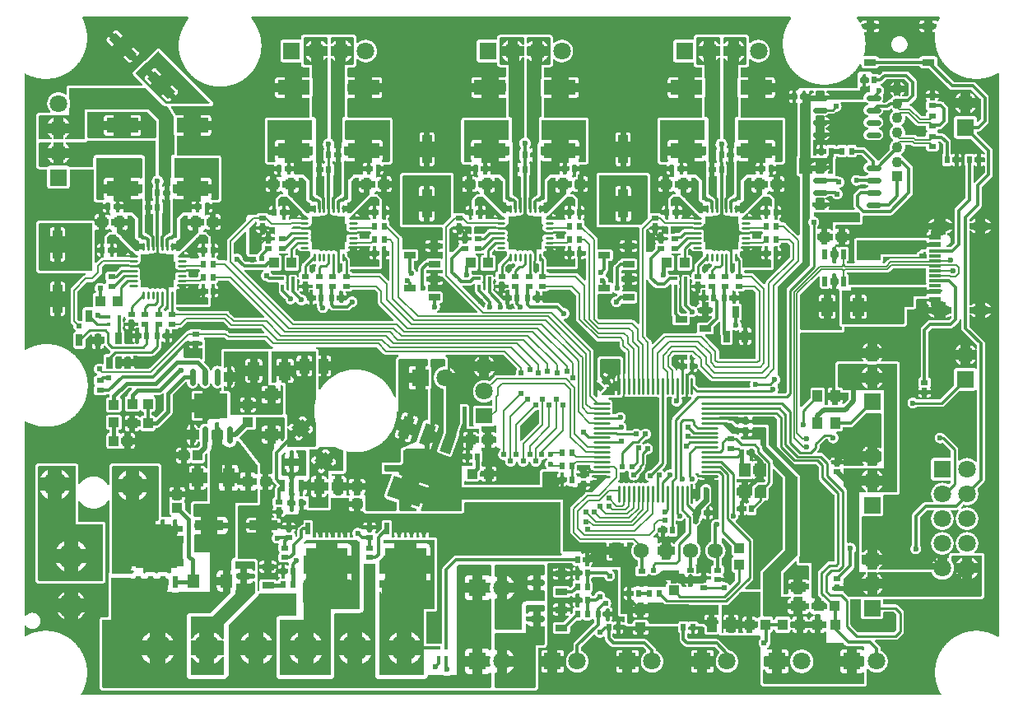
<source format=gtl>
G04 Layer: TopLayer*
G04 EasyEDA v6.3.39, 2020-04-29T16:10:24+08:00*
G04 8e32648d726441b9b9f64577d1232170,fed530592efb474aaabf7115e2e2b964,10*
G04 Gerber Generator version 0.2*
G04 Scale: 100 percent, Rotated: No, Reflected: No *
G04 Dimensions in millimeters *
G04 leading zeros omitted , absolute positions ,3 integer and 3 decimal *
%FSLAX33Y33*%
%MOMM*%
G90*
G71D02*

%ADD11C,0.599999*%
%ADD12C,0.999998*%
%ADD13C,0.299999*%
%ADD14C,0.250012*%
%ADD15C,0.200000*%
%ADD16C,0.499999*%
%ADD17C,0.399999*%
%ADD18C,0.150012*%
%ADD19C,0.799998*%
%ADD20C,0.280010*%
%ADD21C,0.609600*%
%ADD22R,1.150010X0.599999*%
%ADD23R,1.299997X0.299999*%
%ADD24R,1.150010X0.299999*%
%ADD25R,1.150010X1.399997*%
%ADD26R,1.199998X1.899996*%
%ADD27R,0.999998X1.550010*%
%ADD29R,1.550010X0.999998*%
%ADD30R,1.299997X0.699999*%
%ADD31R,0.550012X0.999998*%
%ADD32R,1.470660X1.270000*%
%ADD33R,0.999998X1.099998*%
%ADD34R,1.099998X0.999998*%
%ADD35R,3.450082X2.559990*%
%ADD38R,0.499999X0.799998*%
%ADD39R,0.990600X1.092200*%
%ADD40R,0.799998X0.499999*%
%ADD41R,3.499993X3.499993*%
%ADD42R,0.599999X1.299997*%
%ADD43R,0.999998X1.199998*%
%ADD44R,0.699999X1.250010*%
%ADD45R,1.250010X0.699999*%
%ADD46R,1.092200X0.990600*%
%ADD47R,0.319989X0.319989*%
%ADD48R,2.999994X0.999998*%
%ADD49R,0.999998X2.999994*%
%ADD50R,3.299993X1.599997*%
%ADD51R,0.599999X1.019988*%
%ADD52R,0.599999X1.270000*%
%ADD53R,4.250004X3.499866*%
%ADD54R,0.499999X1.299997*%
%ADD55R,1.199998X1.399997*%
%ADD56C,2.499995*%
%ADD57C,1.574800*%
%ADD58R,1.574800X1.574800*%
%ADD59R,1.799996X1.799996*%
%ADD60C,1.799996*%
%ADD61C,2.599995*%
%ADD62R,1.799996X1.574800*%
%ADD63C,2.800096*%
%ADD64R,1.099998X1.099998*%
%ADD65C,1.099998*%

%LPD*%
G36*
G01X90750Y63594D02*
G01X88971Y63594D01*
G01X88955Y63593D01*
G01X88940Y63589D01*
G01X88925Y63583D01*
G01X88912Y63575D01*
G01X88899Y63565D01*
G01X88548Y63213D01*
G01X88527Y63194D01*
G01X88504Y63175D01*
G01X88480Y63159D01*
G01X88455Y63144D01*
G01X88429Y63131D01*
G01X88402Y63120D01*
G01X88374Y63110D01*
G01X88361Y63105D01*
G01X88348Y63099D01*
G01X88336Y63090D01*
G01X88326Y63080D01*
G01X88317Y63068D01*
G01X88310Y63055D01*
G01X88305Y63042D01*
G01X88302Y63027D01*
G01X88301Y63013D01*
G01X88302Y62998D01*
G01X88306Y62983D01*
G01X88311Y62969D01*
G01X88319Y62956D01*
G01X88328Y62944D01*
G01X88339Y62934D01*
G01X88352Y62925D01*
G01X88365Y62918D01*
G01X88398Y62905D01*
G01X88429Y62889D01*
G01X88459Y62871D01*
G01X88488Y62851D01*
G01X88515Y62830D01*
G01X88542Y62807D01*
G01X88566Y62782D01*
G01X88590Y62756D01*
G01X88611Y62728D01*
G01X88631Y62699D01*
G01X88648Y62669D01*
G01X88664Y62638D01*
G01X88678Y62606D01*
G01X88690Y62573D01*
G01X88700Y62539D01*
G01X88707Y62505D01*
G01X88713Y62471D01*
G01X88716Y62436D01*
G01X88717Y62401D01*
G01X88716Y62365D01*
G01X88713Y62330D01*
G01X88707Y62294D01*
G01X88699Y62259D01*
G01X88689Y62225D01*
G01X88676Y62192D01*
G01X88662Y62159D01*
G01X88645Y62127D01*
G01X88627Y62097D01*
G01X88606Y62067D01*
G01X88584Y62039D01*
G01X88575Y62028D01*
G01X88568Y62015D01*
G01X88563Y62002D01*
G01X88560Y61988D01*
G01X88559Y61973D01*
G01X88562Y61952D01*
G01X88568Y61932D01*
G01X88583Y61896D01*
G01X88595Y61859D01*
G01X88604Y61821D01*
G01X88611Y61783D01*
G01X88615Y61745D01*
G01X88616Y61706D01*
G01X88615Y61670D01*
G01X88612Y61634D01*
G01X88606Y61598D01*
G01X88598Y61563D01*
G01X88587Y61529D01*
G01X88575Y61495D01*
G01X88560Y61462D01*
G01X88543Y61430D01*
G01X88525Y61400D01*
G01X88504Y61370D01*
G01X88495Y61356D01*
G01X88489Y61341D01*
G01X88485Y61325D01*
G01X88483Y61309D01*
G01X88484Y61295D01*
G01X88487Y61280D01*
G01X88492Y61267D01*
G01X88499Y61254D01*
G01X88508Y61242D01*
G01X88518Y61232D01*
G01X88530Y61224D01*
G01X88543Y61217D01*
G01X88556Y61212D01*
G01X88570Y61208D01*
G01X88585Y61207D01*
G01X88850Y61207D01*
G01X88866Y61209D01*
G01X88882Y61212D01*
G01X88896Y61218D01*
G01X88910Y61227D01*
G01X88922Y61237D01*
G01X89074Y61389D01*
G01X89096Y61410D01*
G01X89120Y61429D01*
G01X89145Y61446D01*
G01X89172Y61461D01*
G01X89199Y61474D01*
G01X89228Y61485D01*
G01X89257Y61494D01*
G01X89286Y61501D01*
G01X89316Y61506D01*
G01X89331Y61508D01*
G01X89345Y61513D01*
G01X89358Y61520D01*
G01X89370Y61528D01*
G01X89390Y61550D01*
G01X89415Y61586D01*
G01X89443Y61621D01*
G01X89472Y61654D01*
G01X89503Y61685D01*
G01X89536Y61715D01*
G01X89570Y61743D01*
G01X89606Y61769D01*
G01X89619Y61779D01*
G01X89630Y61791D01*
G01X89639Y61805D01*
G01X89645Y61820D01*
G01X89649Y61836D01*
G01X89651Y61853D01*
G01X89649Y61869D01*
G01X89645Y61885D01*
G01X89639Y61900D01*
G01X89630Y61914D01*
G01X89619Y61926D01*
G01X89607Y61936D01*
G01X89571Y61962D01*
G01X89538Y61989D01*
G01X89506Y62018D01*
G01X89475Y62049D01*
G01X89446Y62081D01*
G01X89419Y62115D01*
G01X89394Y62150D01*
G01X89371Y62187D01*
G01X89350Y62224D01*
G01X89330Y62263D01*
G01X89724Y62263D01*
G01X89724Y61979D01*
G01X89725Y61965D01*
G01X89728Y61950D01*
G01X89733Y61937D01*
G01X89740Y61924D01*
G01X89749Y61912D01*
G01X89759Y61902D01*
G01X89771Y61893D01*
G01X89783Y61887D01*
G01X89797Y61881D01*
G01X89811Y61878D01*
G01X89825Y61877D01*
G01X89852Y61881D01*
G01X89893Y61891D01*
G01X89934Y61898D01*
G01X89976Y61904D01*
G01X90018Y61907D01*
G01X90060Y61908D01*
G01X90103Y61907D01*
G01X90146Y61904D01*
G01X90188Y61898D01*
G01X90231Y61890D01*
G01X90272Y61880D01*
G01X90299Y61876D01*
G01X90314Y61877D01*
G01X90328Y61880D01*
G01X90341Y61885D01*
G01X90354Y61892D01*
G01X90366Y61901D01*
G01X90376Y61911D01*
G01X90385Y61923D01*
G01X90392Y61935D01*
G01X90397Y61949D01*
G01X90400Y61963D01*
G01X90401Y61978D01*
G01X90401Y62263D01*
G01X90794Y62263D01*
G01X90775Y62224D01*
G01X90753Y62186D01*
G01X90730Y62149D01*
G01X90704Y62113D01*
G01X90677Y62079D01*
G01X90648Y62047D01*
G01X90617Y62016D01*
G01X90584Y61987D01*
G01X90573Y61976D01*
G01X90565Y61965D01*
G01X90557Y61952D01*
G01X90552Y61938D01*
G01X90549Y61924D01*
G01X90548Y61909D01*
G01X90549Y61895D01*
G01X90552Y61880D01*
G01X90557Y61867D01*
G01X90564Y61854D01*
G01X90573Y61843D01*
G01X90583Y61832D01*
G01X90595Y61824D01*
G01X90607Y61817D01*
G01X90621Y61812D01*
G01X90635Y61808D01*
G01X90650Y61807D01*
G01X90950Y61807D01*
G01X90966Y61809D01*
G01X90982Y61812D01*
G01X90996Y61819D01*
G01X91010Y61827D01*
G01X91022Y61837D01*
G01X91225Y62040D01*
G01X91235Y62052D01*
G01X91243Y62065D01*
G01X91249Y62080D01*
G01X91253Y62095D01*
G01X91254Y62111D01*
G01X91254Y63090D01*
G01X91253Y63106D01*
G01X91249Y63122D01*
G01X91243Y63137D01*
G01X91235Y63150D01*
G01X91225Y63162D01*
G01X90822Y63565D01*
G01X90810Y63575D01*
G01X90796Y63583D01*
G01X90782Y63589D01*
G01X90766Y63593D01*
G01X90750Y63594D01*
G37*

%LPC*%
G36*
G01X90437Y63316D02*
G01X90401Y63334D01*
G01X90401Y62940D01*
G01X90794Y62940D01*
G01X90776Y62977D01*
G01X90757Y63012D01*
G01X90735Y63046D01*
G01X90712Y63080D01*
G01X90687Y63112D01*
G01X90661Y63143D01*
G01X90633Y63172D01*
G01X90603Y63200D01*
G01X90572Y63226D01*
G01X90540Y63251D01*
G01X90507Y63275D01*
G01X90473Y63296D01*
G01X90437Y63316D01*
G37*
G36*
G01X89724Y62940D02*
G01X89724Y63334D01*
G01X89687Y63316D01*
G01X89652Y63296D01*
G01X89618Y63275D01*
G01X89584Y63251D01*
G01X89552Y63226D01*
G01X89521Y63200D01*
G01X89492Y63172D01*
G01X89464Y63143D01*
G01X89438Y63112D01*
G01X89413Y63080D01*
G01X89390Y63046D01*
G01X89368Y63012D01*
G01X89348Y62977D01*
G01X89330Y62940D01*
G01X89724Y62940D01*
G37*

%LPD*%
G36*
G01X14075Y66459D02*
G01X14059Y66460D01*
G01X14044Y66459D01*
G01X14029Y66456D01*
G01X14014Y66450D01*
G01X14001Y66442D01*
G01X13989Y66432D01*
G01X11736Y64273D01*
G01X11725Y64260D01*
G01X11716Y64247D01*
G01X11710Y64231D01*
G01X11706Y64216D01*
G01X11704Y64199D01*
G01X11706Y64183D01*
G01X11709Y64168D01*
G01X11716Y64153D01*
G01X11724Y64140D01*
G01X11734Y64127D01*
G01X14731Y61131D01*
G01X14743Y61120D01*
G01X14757Y61112D01*
G01X14772Y61106D01*
G01X14787Y61102D01*
G01X14803Y61101D01*
G01X19216Y61101D01*
G01X19230Y61102D01*
G01X19244Y61105D01*
G01X19258Y61110D01*
G01X19271Y61117D01*
G01X19282Y61126D01*
G01X19292Y61136D01*
G01X19301Y61148D01*
G01X19308Y61160D01*
G01X19313Y61174D01*
G01X19316Y61188D01*
G01X19317Y61203D01*
G01X19316Y61218D01*
G01X19312Y61234D01*
G01X19306Y61249D01*
G01X19298Y61262D01*
G01X19287Y61274D01*
G01X14131Y66431D01*
G01X14119Y66441D01*
G01X14105Y66449D01*
G01X14091Y66455D01*
G01X14075Y66459D01*
G37*

%LPC*%
G36*
G01X13544Y63375D02*
G01X12844Y64074D01*
G01X12713Y63942D01*
G01X12695Y63923D01*
G01X12679Y63902D01*
G01X12664Y63879D01*
G01X12652Y63856D01*
G01X12642Y63832D01*
G01X12634Y63806D01*
G01X12629Y63781D01*
G01X12625Y63754D01*
G01X12624Y63728D01*
G01X12625Y63702D01*
G01X12629Y63676D01*
G01X12634Y63650D01*
G01X12642Y63625D01*
G01X12652Y63600D01*
G01X12664Y63577D01*
G01X12679Y63555D01*
G01X12695Y63534D01*
G01X12713Y63514D01*
G01X13198Y63029D01*
G01X13544Y63375D01*
G37*
G36*
G01X13660Y64737D02*
G01X13634Y64738D01*
G01X13607Y64737D01*
G01X13581Y64733D01*
G01X13555Y64727D01*
G01X13530Y64720D01*
G01X13506Y64709D01*
G01X13482Y64697D01*
G01X13460Y64683D01*
G01X13439Y64667D01*
G01X13420Y64649D01*
G01X13288Y64517D01*
G01X13987Y63818D01*
G01X14333Y64164D01*
G01X13848Y64649D01*
G01X13828Y64667D01*
G01X13807Y64683D01*
G01X13785Y64697D01*
G01X13761Y64709D01*
G01X13737Y64720D01*
G01X13712Y64727D01*
G01X13686Y64733D01*
G01X13660Y64737D01*
G37*
G36*
G01X15969Y62528D02*
G01X15483Y63013D01*
G01X15138Y62667D01*
G01X15837Y61968D01*
G01X15969Y62100D01*
G01X15987Y62119D01*
G01X16003Y62140D01*
G01X16017Y62163D01*
G01X16029Y62186D01*
G01X16039Y62210D01*
G01X16047Y62236D01*
G01X16053Y62261D01*
G01X16056Y62288D01*
G01X16057Y62314D01*
G01X16056Y62340D01*
G01X16053Y62366D01*
G01X16047Y62392D01*
G01X16039Y62417D01*
G01X16029Y62442D01*
G01X16017Y62465D01*
G01X16003Y62487D01*
G01X15987Y62508D01*
G01X15969Y62528D01*
G37*
G36*
G01X15394Y61525D02*
G01X14694Y62224D01*
G01X14348Y61878D01*
G01X14834Y61393D01*
G01X14853Y61375D01*
G01X14874Y61359D01*
G01X14897Y61345D01*
G01X14920Y61333D01*
G01X14944Y61323D01*
G01X14970Y61315D01*
G01X14995Y61309D01*
G01X15021Y61305D01*
G01X15048Y61304D01*
G01X15074Y61305D01*
G01X15100Y61309D01*
G01X15126Y61315D01*
G01X15151Y61323D01*
G01X15176Y61333D01*
G01X15199Y61345D01*
G01X15221Y61359D01*
G01X15242Y61375D01*
G01X15262Y61393D01*
G01X15394Y61525D01*
G37*

%LPD*%
G36*
G01X91000Y59820D02*
G01X90960Y59820D01*
G01X90946Y59819D01*
G01X90932Y59816D01*
G01X90918Y59811D01*
G01X90905Y59804D01*
G01X90894Y59795D01*
G01X90884Y59785D01*
G01X90875Y59773D01*
G01X90868Y59761D01*
G01X90863Y59747D01*
G01X90860Y59733D01*
G01X90859Y59719D01*
G01X90860Y59705D01*
G01X90865Y59654D01*
G01X90866Y59602D01*
G01X90865Y59560D01*
G01X90862Y59519D01*
G01X90857Y59478D01*
G01X90850Y59438D01*
G01X90840Y59398D01*
G01X90829Y59358D01*
G01X90815Y59319D01*
G01X90800Y59281D01*
G01X90782Y59243D01*
G01X90763Y59207D01*
G01X90742Y59171D01*
G01X90719Y59137D01*
G01X90695Y59104D01*
G01X90668Y59072D01*
G01X90640Y59042D01*
G01X90611Y59013D01*
G01X90580Y58985D01*
G01X90548Y58960D01*
G01X90515Y58936D01*
G01X90502Y58925D01*
G01X90491Y58913D01*
G01X90482Y58899D01*
G01X90475Y58884D01*
G01X90472Y58868D01*
G01X90470Y58852D01*
G01X90472Y58835D01*
G01X90475Y58819D01*
G01X90482Y58804D01*
G01X90491Y58790D01*
G01X90502Y58778D01*
G01X90515Y58768D01*
G01X90548Y58744D01*
G01X90580Y58718D01*
G01X90611Y58690D01*
G01X90640Y58661D01*
G01X90668Y58631D01*
G01X90695Y58599D01*
G01X90719Y58566D01*
G01X90742Y58532D01*
G01X90763Y58496D01*
G01X90782Y58460D01*
G01X90800Y58422D01*
G01X90815Y58384D01*
G01X90829Y58345D01*
G01X90840Y58306D01*
G01X90850Y58265D01*
G01X90857Y58225D01*
G01X90862Y58184D01*
G01X90865Y58143D01*
G01X90866Y58102D01*
G01X90865Y58049D01*
G01X90860Y57997D01*
G01X90859Y57984D01*
G01X90860Y57969D01*
G01X90863Y57955D01*
G01X90868Y57942D01*
G01X90875Y57929D01*
G01X90884Y57917D01*
G01X90894Y57907D01*
G01X90905Y57898D01*
G01X90918Y57891D01*
G01X90932Y57886D01*
G01X90946Y57883D01*
G01X90960Y57882D01*
G01X91785Y57882D01*
G01X91813Y57881D01*
G01X91841Y57878D01*
G01X91869Y57872D01*
G01X91896Y57865D01*
G01X91922Y57855D01*
G01X91947Y57843D01*
G01X91972Y57830D01*
G01X91995Y57814D01*
G01X92017Y57797D01*
G01X92037Y57778D01*
G01X92053Y57762D01*
G01X92065Y57752D01*
G01X92079Y57743D01*
G01X92094Y57737D01*
G01X92109Y57734D01*
G01X92125Y57732D01*
G01X92902Y57732D01*
G01X92916Y57733D01*
G01X92930Y57736D01*
G01X92944Y57741D01*
G01X92957Y57748D01*
G01X92968Y57757D01*
G01X92979Y57767D01*
G01X92987Y57779D01*
G01X92994Y57792D01*
G01X92999Y57805D01*
G01X93002Y57819D01*
G01X93003Y57834D01*
G01X93003Y57950D01*
G01X93004Y57973D01*
G01X93008Y57996D01*
G01X93013Y58019D01*
G01X93020Y58041D01*
G01X93029Y58062D01*
G01X93040Y58082D01*
G01X93053Y58102D01*
G01X93068Y58120D01*
G01X93084Y58137D01*
G01X93101Y58152D01*
G01X93120Y58165D01*
G01X93132Y58174D01*
G01X93142Y58184D01*
G01X93150Y58196D01*
G01X93157Y58208D01*
G01X93162Y58222D01*
G01X93165Y58236D01*
G01X93166Y58250D01*
G01X93165Y58265D01*
G01X93162Y58279D01*
G01X93157Y58292D01*
G01X93150Y58305D01*
G01X93142Y58317D01*
G01X93132Y58327D01*
G01X93120Y58336D01*
G01X93101Y58349D01*
G01X93084Y58364D01*
G01X93068Y58381D01*
G01X93053Y58399D01*
G01X93040Y58418D01*
G01X93029Y58439D01*
G01X93020Y58460D01*
G01X93013Y58482D01*
G01X93008Y58505D01*
G01X93004Y58528D01*
G01X93003Y58551D01*
G01X93003Y58668D01*
G01X93002Y58682D01*
G01X92999Y58696D01*
G01X92994Y58710D01*
G01X92987Y58723D01*
G01X92979Y58734D01*
G01X92968Y58744D01*
G01X92957Y58753D01*
G01X92944Y58760D01*
G01X92930Y58765D01*
G01X92916Y58768D01*
G01X92902Y58769D01*
G01X92241Y58769D01*
G01X92213Y58770D01*
G01X92185Y58774D01*
G01X92158Y58779D01*
G01X92131Y58787D01*
G01X92104Y58796D01*
G01X92079Y58808D01*
G01X92054Y58822D01*
G01X92031Y58837D01*
G01X92009Y58855D01*
G01X91989Y58874D01*
G01X91072Y59790D01*
G01X91060Y59801D01*
G01X91046Y59809D01*
G01X91031Y59815D01*
G01X91016Y59819D01*
G01X91000Y59820D01*
G37*

%LPD*%
G36*
G01X12872Y60244D02*
G01X6819Y60244D01*
G01X6804Y60243D01*
G01X6790Y60240D01*
G01X6777Y60235D01*
G01X6764Y60228D01*
G01X6752Y60220D01*
G01X6742Y60209D01*
G01X6733Y60198D01*
G01X6727Y60185D01*
G01X6721Y60171D01*
G01X6718Y60157D01*
G01X6717Y60143D01*
G01X6717Y57659D01*
G01X6718Y57645D01*
G01X6721Y57630D01*
G01X6733Y57604D01*
G01X6742Y57592D01*
G01X6752Y57582D01*
G01X6764Y57574D01*
G01X6777Y57567D01*
G01X6790Y57562D01*
G01X6804Y57558D01*
G01X6819Y57557D01*
G01X13703Y57557D01*
G01X13717Y57558D01*
G01X13731Y57562D01*
G01X13745Y57567D01*
G01X13758Y57574D01*
G01X13769Y57582D01*
G01X13779Y57592D01*
G01X13788Y57604D01*
G01X13795Y57617D01*
G01X13800Y57630D01*
G01X13803Y57645D01*
G01X13804Y57659D01*
G01X13804Y59313D01*
G01X13803Y59329D01*
G01X13799Y59344D01*
G01X13793Y59359D01*
G01X13785Y59372D01*
G01X13774Y59384D01*
G01X12944Y60215D01*
G01X12932Y60225D01*
G01X12919Y60233D01*
G01X12904Y60239D01*
G01X12888Y60243D01*
G01X12872Y60244D01*
G37*

%LPC*%
G36*
G01X12267Y58387D02*
G01X11249Y58387D01*
G01X11249Y57794D01*
G01X12011Y57794D01*
G01X12035Y57795D01*
G01X12058Y57799D01*
G01X12081Y57804D01*
G01X12104Y57812D01*
G01X12125Y57821D01*
G01X12146Y57833D01*
G01X12165Y57846D01*
G01X12184Y57861D01*
G01X12200Y57878D01*
G01X12216Y57896D01*
G01X12229Y57916D01*
G01X12240Y57937D01*
G01X12250Y57958D01*
G01X12258Y57981D01*
G01X12263Y58004D01*
G01X12266Y58027D01*
G01X12267Y58051D01*
G01X12267Y58387D01*
G37*
G36*
G01X9472Y58387D02*
G01X8454Y58387D01*
G01X8454Y58051D01*
G01X8455Y58027D01*
G01X8459Y58004D01*
G01X8464Y57981D01*
G01X8472Y57958D01*
G01X8481Y57937D01*
G01X8493Y57916D01*
G01X8506Y57896D01*
G01X8521Y57878D01*
G01X8538Y57861D01*
G01X8556Y57846D01*
G01X8576Y57833D01*
G01X8596Y57821D01*
G01X8618Y57812D01*
G01X8641Y57804D01*
G01X8664Y57799D01*
G01X8687Y57795D01*
G01X8711Y57794D01*
G01X9472Y57794D01*
G01X9472Y58387D01*
G37*
G36*
G01X12011Y59907D02*
G01X11249Y59907D01*
G01X11249Y59314D01*
G01X12267Y59314D01*
G01X12267Y59651D01*
G01X12266Y59675D01*
G01X12263Y59698D01*
G01X12258Y59721D01*
G01X12250Y59744D01*
G01X12240Y59765D01*
G01X12229Y59786D01*
G01X12216Y59805D01*
G01X12200Y59824D01*
G01X12184Y59840D01*
G01X12165Y59856D01*
G01X12146Y59869D01*
G01X12125Y59881D01*
G01X12104Y59890D01*
G01X12081Y59898D01*
G01X12058Y59903D01*
G01X12035Y59906D01*
G01X12011Y59907D01*
G37*
G36*
G01X9472Y59907D02*
G01X8711Y59907D01*
G01X8687Y59906D01*
G01X8664Y59903D01*
G01X8641Y59898D01*
G01X8618Y59890D01*
G01X8596Y59881D01*
G01X8576Y59869D01*
G01X8556Y59856D01*
G01X8538Y59840D01*
G01X8521Y59824D01*
G01X8506Y59805D01*
G01X8493Y59786D01*
G01X8481Y59765D01*
G01X8472Y59744D01*
G01X8464Y59721D01*
G01X8459Y59698D01*
G01X8455Y59675D01*
G01X8454Y59651D01*
G01X8454Y59314D01*
G01X9472Y59314D01*
G01X9472Y59907D01*
G37*

%LPD*%
G36*
G01X86801Y61244D02*
G01X84329Y61244D01*
G01X84314Y61243D01*
G01X84300Y61240D01*
G01X84287Y61235D01*
G01X84274Y61228D01*
G01X84262Y61220D01*
G01X84252Y61209D01*
G01X84243Y61198D01*
G01X84236Y61185D01*
G01X84231Y61171D01*
G01X84228Y61157D01*
G01X84227Y61143D01*
G01X84229Y61125D01*
G01X84234Y61107D01*
G01X84242Y61090D01*
G01X84258Y61061D01*
G01X84273Y61031D01*
G01X84286Y60999D01*
G01X84297Y60967D01*
G01X84306Y60935D01*
G01X84313Y60902D01*
G01X84318Y60868D01*
G01X84321Y60835D01*
G01X84322Y60801D01*
G01X84321Y60766D01*
G01X84318Y60732D01*
G01X84313Y60698D01*
G01X84305Y60664D01*
G01X84296Y60631D01*
G01X84284Y60598D01*
G01X84271Y60566D01*
G01X84255Y60536D01*
G01X84238Y60506D01*
G01X84219Y60477D01*
G01X84198Y60449D01*
G01X84176Y60423D01*
G01X84152Y60398D01*
G01X84126Y60375D01*
G01X84099Y60353D01*
G01X84071Y60333D01*
G01X84042Y60315D01*
G01X84011Y60299D01*
G01X83980Y60284D01*
G01X83948Y60272D01*
G01X83915Y60261D01*
G01X83881Y60253D01*
G01X83847Y60246D01*
G01X83813Y60242D01*
G01X83778Y60240D01*
G01X83763Y60238D01*
G01X83748Y60234D01*
G01X83734Y60228D01*
G01X83721Y60220D01*
G01X83710Y60210D01*
G01X83666Y60166D01*
G01X83644Y60146D01*
G01X83620Y60127D01*
G01X83595Y60111D01*
G01X83569Y60096D01*
G01X83542Y60083D01*
G01X83514Y60073D01*
G01X83485Y60065D01*
G01X83456Y60059D01*
G01X83426Y60056D01*
G01X83396Y60054D01*
G01X83027Y60054D01*
G01X83012Y60053D01*
G01X82997Y60050D01*
G01X82983Y60044D01*
G01X82970Y60037D01*
G01X82958Y60027D01*
G01X82929Y60002D01*
G01X82898Y59980D01*
G01X82866Y59959D01*
G01X82833Y59940D01*
G01X82798Y59924D01*
G01X82762Y59910D01*
G01X82726Y59899D01*
G01X82712Y59894D01*
G01X82699Y59887D01*
G01X82687Y59879D01*
G01X82677Y59868D01*
G01X82668Y59857D01*
G01X82661Y59844D01*
G01X82655Y59830D01*
G01X82652Y59816D01*
G01X82651Y59801D01*
G01X82652Y59786D01*
G01X82655Y59772D01*
G01X82661Y59758D01*
G01X82668Y59745D01*
G01X82677Y59734D01*
G01X82687Y59723D01*
G01X82699Y59715D01*
G01X82712Y59708D01*
G01X82726Y59703D01*
G01X82758Y59693D01*
G01X82790Y59681D01*
G01X82821Y59668D01*
G01X82851Y59652D01*
G01X82880Y59635D01*
G01X82908Y59616D01*
G01X82934Y59595D01*
G01X82960Y59572D01*
G01X82984Y59549D01*
G01X83006Y59523D01*
G01X83027Y59497D01*
G01X83046Y59469D01*
G01X83064Y59440D01*
G01X83080Y59410D01*
G01X83094Y59379D01*
G01X82564Y59379D01*
G01X82564Y59778D01*
G01X82563Y59792D01*
G01X82560Y59806D01*
G01X82555Y59820D01*
G01X82548Y59833D01*
G01X82539Y59844D01*
G01X82529Y59855D01*
G01X82517Y59863D01*
G01X82504Y59870D01*
G01X82491Y59875D01*
G01X82477Y59878D01*
G01X82462Y59879D01*
G01X81779Y59879D01*
G01X81765Y59878D01*
G01X81751Y59875D01*
G01X81737Y59870D01*
G01X81724Y59863D01*
G01X81713Y59855D01*
G01X81703Y59844D01*
G01X81694Y59833D01*
G01X81687Y59820D01*
G01X81682Y59806D01*
G01X81679Y59792D01*
G01X81678Y59778D01*
G01X81678Y59379D01*
G01X81519Y59379D01*
G01X81505Y59378D01*
G01X81490Y59375D01*
G01X81477Y59370D01*
G01X81464Y59363D01*
G01X81452Y59355D01*
G01X81442Y59344D01*
G01X81434Y59333D01*
G01X81427Y59320D01*
G01X81422Y59306D01*
G01X81418Y59292D01*
G01X81417Y59278D01*
G01X81417Y59054D01*
G01X81418Y59040D01*
G01X81422Y59025D01*
G01X81427Y59012D01*
G01X81434Y58999D01*
G01X81442Y58988D01*
G01X81452Y58977D01*
G01X81464Y58969D01*
G01X81477Y58962D01*
G01X81490Y58957D01*
G01X81505Y58953D01*
G01X81519Y58952D01*
G01X81678Y58952D01*
G01X81678Y58109D01*
G01X81519Y58109D01*
G01X81505Y58108D01*
G01X81490Y58105D01*
G01X81477Y58100D01*
G01X81464Y58093D01*
G01X81452Y58085D01*
G01X81442Y58074D01*
G01X81434Y58063D01*
G01X81427Y58050D01*
G01X81422Y58036D01*
G01X81418Y58022D01*
G01X81417Y58008D01*
G01X81417Y57784D01*
G01X81418Y57770D01*
G01X81422Y57755D01*
G01X81427Y57742D01*
G01X81434Y57729D01*
G01X81442Y57718D01*
G01X81452Y57707D01*
G01X81464Y57699D01*
G01X81477Y57692D01*
G01X81490Y57687D01*
G01X81505Y57683D01*
G01X81519Y57682D01*
G01X81678Y57682D01*
G01X81678Y57339D01*
G01X81662Y57339D01*
G01X81621Y57341D01*
G01X81581Y57345D01*
G01X81541Y57353D01*
G01X81519Y57355D01*
G01X81505Y57354D01*
G01X81490Y57351D01*
G01X81477Y57346D01*
G01X81464Y57339D01*
G01X81452Y57330D01*
G01X81442Y57320D01*
G01X81434Y57308D01*
G01X81427Y57296D01*
G01X81422Y57282D01*
G01X81418Y57268D01*
G01X81417Y57253D01*
G01X81417Y55859D01*
G01X81418Y55845D01*
G01X81422Y55830D01*
G01X81427Y55817D01*
G01X81434Y55804D01*
G01X81442Y55793D01*
G01X81452Y55782D01*
G01X81464Y55774D01*
G01X81477Y55767D01*
G01X81490Y55762D01*
G01X81505Y55758D01*
G01X81519Y55757D01*
G01X81653Y55757D01*
G01X81667Y55758D01*
G01X81681Y55762D01*
G01X81695Y55767D01*
G01X81707Y55774D01*
G01X81719Y55782D01*
G01X81729Y55793D01*
G01X81738Y55804D01*
G01X81745Y55817D01*
G01X81750Y55830D01*
G01X81753Y55845D01*
G01X81754Y55859D01*
G01X81754Y55937D01*
G01X82072Y55937D01*
G01X82072Y55859D01*
G01X82073Y55845D01*
G01X82076Y55830D01*
G01X82081Y55817D01*
G01X82088Y55804D01*
G01X82097Y55793D01*
G01X82107Y55782D01*
G01X82119Y55774D01*
G01X82132Y55767D01*
G01X82145Y55762D01*
G01X82159Y55758D01*
G01X82174Y55757D01*
G01X82348Y55757D01*
G01X82362Y55758D01*
G01X82376Y55762D01*
G01X82390Y55767D01*
G01X82402Y55774D01*
G01X82414Y55782D01*
G01X82424Y55793D01*
G01X82433Y55804D01*
G01X82440Y55817D01*
G01X82445Y55830D01*
G01X82448Y55845D01*
G01X82449Y55859D01*
G01X82449Y55937D01*
G01X82653Y55937D01*
G01X82667Y55938D01*
G01X82681Y55941D01*
G01X82695Y55946D01*
G01X82707Y55953D01*
G01X82719Y55962D01*
G01X82729Y55972D01*
G01X82738Y55984D01*
G01X82745Y55997D01*
G01X82750Y56010D01*
G01X82753Y56024D01*
G01X82754Y56039D01*
G01X82754Y56363D01*
G01X82753Y56377D01*
G01X82750Y56391D01*
G01X82745Y56405D01*
G01X82738Y56418D01*
G01X82729Y56429D01*
G01X82719Y56439D01*
G01X82707Y56448D01*
G01X82695Y56455D01*
G01X82681Y56460D01*
G01X82667Y56463D01*
G01X82653Y56464D01*
G01X82449Y56464D01*
G01X82449Y56857D01*
G01X82511Y56857D01*
G01X82535Y56856D01*
G01X82560Y56853D01*
G01X82584Y56847D01*
G01X82607Y56838D01*
G01X82630Y56828D01*
G01X82651Y56815D01*
G01X82671Y56801D01*
G01X82690Y56785D01*
G01X82702Y56774D01*
G01X82715Y56766D01*
G01X82730Y56760D01*
G01X82745Y56757D01*
G01X82761Y56756D01*
G01X82776Y56757D01*
G01X82792Y56760D01*
G01X82806Y56766D01*
G01X82820Y56774D01*
G01X82832Y56785D01*
G01X82850Y56801D01*
G01X82870Y56815D01*
G01X82892Y56828D01*
G01X82914Y56838D01*
G01X82937Y56847D01*
G01X82961Y56853D01*
G01X82986Y56856D01*
G01X83011Y56857D01*
G01X83511Y56857D01*
G01X83535Y56856D01*
G01X83559Y56853D01*
G01X83583Y56847D01*
G01X83606Y56839D01*
G01X83628Y56829D01*
G01X83649Y56817D01*
G01X83669Y56803D01*
G01X83687Y56787D01*
G01X83704Y56769D01*
G01X83719Y56750D01*
G01X83730Y56738D01*
G01X83742Y56727D01*
G01X83756Y56719D01*
G01X83770Y56712D01*
G01X83786Y56709D01*
G01X83802Y56707D01*
G01X83820Y56707D01*
G01X83836Y56709D01*
G01X83851Y56713D01*
G01X83866Y56719D01*
G01X83880Y56727D01*
G01X83892Y56738D01*
G01X83902Y56750D01*
G01X83917Y56769D01*
G01X83934Y56787D01*
G01X83953Y56803D01*
G01X83973Y56817D01*
G01X83994Y56830D01*
G01X84016Y56840D01*
G01X84039Y56848D01*
G01X84063Y56854D01*
G01X84087Y56857D01*
G01X84112Y56858D01*
G01X84612Y56858D01*
G01X84636Y56857D01*
G01X84661Y56853D01*
G01X84685Y56848D01*
G01X84708Y56839D01*
G01X84731Y56829D01*
G01X84752Y56816D01*
G01X84772Y56802D01*
G01X84791Y56785D01*
G01X84803Y56775D01*
G01X84816Y56767D01*
G01X84831Y56761D01*
G01X84846Y56758D01*
G01X84862Y56757D01*
G01X84877Y56758D01*
G01X84892Y56761D01*
G01X84907Y56767D01*
G01X84920Y56775D01*
G01X84932Y56785D01*
G01X84951Y56802D01*
G01X84971Y56816D01*
G01X84992Y56829D01*
G01X85015Y56839D01*
G01X85038Y56848D01*
G01X85062Y56853D01*
G01X85087Y56857D01*
G01X85112Y56858D01*
G01X85612Y56858D01*
G01X85635Y56857D01*
G01X85658Y56854D01*
G01X85680Y56849D01*
G01X85702Y56842D01*
G01X85723Y56833D01*
G01X85744Y56822D01*
G01X85763Y56809D01*
G01X85781Y56794D01*
G01X85798Y56778D01*
G01X85813Y56761D01*
G01X85826Y56742D01*
G01X85838Y56722D01*
G01X85848Y56701D01*
G01X85856Y56679D01*
G01X85862Y56665D01*
G01X85870Y56651D01*
G01X85881Y56639D01*
G01X85893Y56628D01*
G01X85906Y56620D01*
G01X85921Y56614D01*
G01X85937Y56610D01*
G01X85953Y56609D01*
G01X86562Y56609D01*
G01X86591Y56608D01*
G01X86620Y56604D01*
G01X86648Y56599D01*
G01X86677Y56592D01*
G01X86704Y56583D01*
G01X86731Y56572D01*
G01X86757Y56559D01*
G01X86782Y56544D01*
G01X86806Y56527D01*
G01X86828Y56509D01*
G01X86850Y56489D01*
G01X87889Y55448D01*
G01X87927Y55404D01*
G01X87943Y55380D01*
G01X87958Y55354D01*
G01X87971Y55328D01*
G01X87982Y55301D01*
G01X87989Y55287D01*
G01X87997Y55274D01*
G01X88007Y55263D01*
G01X88019Y55253D01*
G01X88033Y55245D01*
G01X88047Y55239D01*
G01X88062Y55236D01*
G01X88078Y55235D01*
G01X88093Y55236D01*
G01X88109Y55240D01*
G01X88124Y55246D01*
G01X88137Y55254D01*
G01X88149Y55264D01*
G01X89240Y56355D01*
G01X89250Y56367D01*
G01X89259Y56381D01*
G01X89265Y56396D01*
G01X89269Y56411D01*
G01X89270Y56427D01*
G01X89268Y56446D01*
G01X89260Y56497D01*
G01X89255Y56548D01*
G01X89253Y56600D01*
G01X89254Y56641D01*
G01X89258Y56682D01*
G01X89263Y56723D01*
G01X89270Y56764D01*
G01X89280Y56804D01*
G01X89291Y56844D01*
G01X89305Y56883D01*
G01X89320Y56921D01*
G01X89338Y56959D01*
G01X89357Y56995D01*
G01X89378Y57031D01*
G01X89401Y57065D01*
G01X89426Y57098D01*
G01X89452Y57130D01*
G01X89480Y57160D01*
G01X89510Y57189D01*
G01X89540Y57217D01*
G01X89573Y57243D01*
G01X89606Y57267D01*
G01X89619Y57277D01*
G01X89630Y57289D01*
G01X89639Y57303D01*
G01X89645Y57318D01*
G01X89649Y57334D01*
G01X89651Y57351D01*
G01X89649Y57367D01*
G01X89645Y57383D01*
G01X89639Y57398D01*
G01X89630Y57412D01*
G01X89619Y57424D01*
G01X89606Y57435D01*
G01X89573Y57459D01*
G01X89540Y57485D01*
G01X89510Y57512D01*
G01X89480Y57541D01*
G01X89452Y57571D01*
G01X89426Y57603D01*
G01X89401Y57636D01*
G01X89378Y57671D01*
G01X89357Y57706D01*
G01X89338Y57743D01*
G01X89320Y57780D01*
G01X89305Y57818D01*
G01X89291Y57857D01*
G01X89280Y57897D01*
G01X89270Y57937D01*
G01X89263Y57978D01*
G01X89258Y58019D01*
G01X89254Y58060D01*
G01X89253Y58102D01*
G01X89254Y58143D01*
G01X89258Y58184D01*
G01X89263Y58225D01*
G01X89270Y58265D01*
G01X89280Y58306D01*
G01X89291Y58345D01*
G01X89304Y58384D01*
G01X89320Y58422D01*
G01X89337Y58460D01*
G01X89357Y58496D01*
G01X89378Y58532D01*
G01X89401Y58566D01*
G01X89425Y58599D01*
G01X89451Y58631D01*
G01X89479Y58661D01*
G01X89509Y58690D01*
G01X89539Y58718D01*
G01X89572Y58744D01*
G01X89605Y58768D01*
G01X89618Y58778D01*
G01X89629Y58790D01*
G01X89638Y58804D01*
G01X89644Y58819D01*
G01X89648Y58835D01*
G01X89649Y58852D01*
G01X89648Y58868D01*
G01X89644Y58884D01*
G01X89638Y58899D01*
G01X89629Y58913D01*
G01X89618Y58925D01*
G01X89605Y58936D01*
G01X89572Y58960D01*
G01X89539Y58985D01*
G01X89509Y59013D01*
G01X89479Y59042D01*
G01X89451Y59072D01*
G01X89425Y59104D01*
G01X89401Y59137D01*
G01X89378Y59171D01*
G01X89357Y59207D01*
G01X89337Y59243D01*
G01X89320Y59281D01*
G01X89304Y59319D01*
G01X89291Y59358D01*
G01X89280Y59398D01*
G01X89270Y59438D01*
G01X89263Y59478D01*
G01X89258Y59519D01*
G01X89254Y59560D01*
G01X89253Y59602D01*
G01X89254Y59643D01*
G01X89257Y59684D01*
G01X89263Y59725D01*
G01X89270Y59766D01*
G01X89280Y59806D01*
G01X89291Y59845D01*
G01X89304Y59884D01*
G01X89320Y59923D01*
G01X89337Y59960D01*
G01X89356Y59996D01*
G01X89378Y60032D01*
G01X89400Y60066D01*
G01X89425Y60099D01*
G01X89451Y60131D01*
G01X89479Y60161D01*
G01X89509Y60190D01*
G01X89539Y60218D01*
G01X89572Y60244D01*
G01X89605Y60268D01*
G01X89618Y60278D01*
G01X89629Y60290D01*
G01X89637Y60304D01*
G01X89644Y60319D01*
G01X89648Y60335D01*
G01X89649Y60352D01*
G01X89648Y60368D01*
G01X89644Y60384D01*
G01X89637Y60399D01*
G01X89629Y60413D01*
G01X89618Y60425D01*
G01X89605Y60436D01*
G01X89568Y60462D01*
G01X89532Y60491D01*
G01X89499Y60522D01*
G01X89487Y60532D01*
G01X89473Y60540D01*
G01X89459Y60546D01*
G01X89443Y60550D01*
G01X89428Y60551D01*
G01X89412Y60550D01*
G01X89397Y60546D01*
G01X89382Y60540D01*
G01X89368Y60532D01*
G01X89356Y60521D01*
G01X89348Y60513D01*
G01X89327Y60494D01*
G01X89304Y60475D01*
G01X89281Y60459D01*
G01X89256Y60444D01*
G01X89230Y60431D01*
G01X89203Y60420D01*
G01X89175Y60411D01*
G01X89147Y60404D01*
G01X89119Y60398D01*
G01X89090Y60395D01*
G01X89061Y60394D01*
G01X88702Y60394D01*
G01X88687Y60393D01*
G01X88672Y60390D01*
G01X88658Y60384D01*
G01X88645Y60377D01*
G01X88633Y60367D01*
G01X88622Y60356D01*
G01X88614Y60343D01*
G01X88607Y60329D01*
G01X88603Y60315D01*
G01X88594Y60280D01*
G01X88583Y60247D01*
G01X88570Y60214D01*
G01X88555Y60181D01*
G01X88538Y60150D01*
G01X88518Y60120D01*
G01X88497Y60092D01*
G01X88474Y60065D01*
G01X88450Y60039D01*
G01X88424Y60015D01*
G01X88396Y59992D01*
G01X88367Y59972D01*
G01X88337Y59953D01*
G01X88306Y59936D01*
G01X88273Y59922D01*
G01X88240Y59909D01*
G01X88206Y59899D01*
G01X88192Y59894D01*
G01X88179Y59887D01*
G01X88167Y59878D01*
G01X88157Y59868D01*
G01X88148Y59856D01*
G01X88141Y59844D01*
G01X88135Y59830D01*
G01X88132Y59815D01*
G01X88131Y59801D01*
G01X88132Y59786D01*
G01X88135Y59772D01*
G01X88141Y59758D01*
G01X88148Y59745D01*
G01X88157Y59733D01*
G01X88167Y59723D01*
G01X88179Y59714D01*
G01X88192Y59708D01*
G01X88206Y59703D01*
G01X88239Y59693D01*
G01X88271Y59680D01*
G01X88303Y59666D01*
G01X88334Y59650D01*
G01X88363Y59632D01*
G01X88392Y59613D01*
G01X88419Y59591D01*
G01X88444Y59568D01*
G01X88469Y59543D01*
G01X88491Y59517D01*
G01X88512Y59490D01*
G01X88532Y59461D01*
G01X88549Y59431D01*
G01X88564Y59400D01*
G01X88578Y59368D01*
G01X88590Y59336D01*
G01X88599Y59303D01*
G01X88607Y59269D01*
G01X88612Y59235D01*
G01X88615Y59200D01*
G01X88616Y59166D01*
G01X88615Y59131D01*
G01X88612Y59097D01*
G01X88607Y59063D01*
G01X88599Y59029D01*
G01X88590Y58996D01*
G01X88578Y58963D01*
G01X88564Y58931D01*
G01X88549Y58900D01*
G01X88532Y58871D01*
G01X88512Y58842D01*
G01X88491Y58814D01*
G01X88469Y58788D01*
G01X88419Y58740D01*
G01X88392Y58719D01*
G01X88363Y58699D01*
G01X88334Y58681D01*
G01X88303Y58665D01*
G01X88271Y58651D01*
G01X88239Y58639D01*
G01X88206Y58629D01*
G01X88192Y58624D01*
G01X88179Y58617D01*
G01X88167Y58608D01*
G01X88157Y58598D01*
G01X88148Y58586D01*
G01X88141Y58574D01*
G01X88135Y58560D01*
G01X88132Y58545D01*
G01X88131Y58531D01*
G01X88132Y58516D01*
G01X88135Y58502D01*
G01X88141Y58488D01*
G01X88148Y58475D01*
G01X88157Y58463D01*
G01X88167Y58453D01*
G01X88179Y58444D01*
G01X88192Y58438D01*
G01X88206Y58433D01*
G01X88239Y58423D01*
G01X88271Y58410D01*
G01X88303Y58396D01*
G01X88334Y58380D01*
G01X88363Y58362D01*
G01X88392Y58343D01*
G01X88419Y58321D01*
G01X88444Y58298D01*
G01X88469Y58273D01*
G01X88491Y58247D01*
G01X88512Y58220D01*
G01X88532Y58191D01*
G01X88549Y58161D01*
G01X88564Y58130D01*
G01X88578Y58098D01*
G01X88590Y58066D01*
G01X88599Y58033D01*
G01X88607Y57999D01*
G01X88612Y57965D01*
G01X88615Y57930D01*
G01X88616Y57896D01*
G01X88615Y57862D01*
G01X88612Y57829D01*
G01X88607Y57795D01*
G01X88600Y57763D01*
G01X88591Y57730D01*
G01X88580Y57698D01*
G01X88567Y57667D01*
G01X88553Y57637D01*
G01X88536Y57608D01*
G01X88518Y57580D01*
G01X88498Y57553D01*
G01X88476Y57527D01*
G01X88453Y57502D01*
G01X88429Y57479D01*
G01X88403Y57458D01*
G01X88376Y57438D01*
G01X88348Y57419D01*
G01X88318Y57403D01*
G01X88288Y57388D01*
G01X88257Y57375D01*
G01X88225Y57364D01*
G01X88193Y57355D01*
G01X88160Y57348D01*
G01X88127Y57343D01*
G01X88093Y57340D01*
G01X88060Y57339D01*
G01X87142Y57339D01*
G01X87108Y57340D01*
G01X87075Y57343D01*
G01X87041Y57348D01*
G01X87009Y57355D01*
G01X86976Y57364D01*
G01X86944Y57375D01*
G01X86913Y57388D01*
G01X86883Y57403D01*
G01X86854Y57419D01*
G01X86826Y57438D01*
G01X86799Y57458D01*
G01X86773Y57479D01*
G01X86748Y57502D01*
G01X86725Y57527D01*
G01X86704Y57553D01*
G01X86684Y57580D01*
G01X86665Y57608D01*
G01X86649Y57637D01*
G01X86634Y57667D01*
G01X86621Y57698D01*
G01X86610Y57730D01*
G01X86601Y57763D01*
G01X86594Y57795D01*
G01X86589Y57829D01*
G01X86586Y57862D01*
G01X86585Y57896D01*
G01X86586Y57930D01*
G01X86589Y57965D01*
G01X86595Y57999D01*
G01X86602Y58033D01*
G01X86612Y58066D01*
G01X86623Y58098D01*
G01X86637Y58130D01*
G01X86653Y58161D01*
G01X86670Y58191D01*
G01X86689Y58220D01*
G01X86710Y58247D01*
G01X86733Y58273D01*
G01X86757Y58298D01*
G01X86783Y58321D01*
G01X86810Y58343D01*
G01X86838Y58362D01*
G01X86868Y58380D01*
G01X86898Y58396D01*
G01X86930Y58410D01*
G01X86962Y58423D01*
G01X86995Y58433D01*
G01X87009Y58438D01*
G01X87022Y58444D01*
G01X87034Y58453D01*
G01X87045Y58463D01*
G01X87054Y58475D01*
G01X87061Y58488D01*
G01X87066Y58502D01*
G01X87069Y58516D01*
G01X87070Y58531D01*
G01X87069Y58545D01*
G01X87066Y58560D01*
G01X87061Y58574D01*
G01X87054Y58586D01*
G01X87045Y58598D01*
G01X87034Y58608D01*
G01X87022Y58617D01*
G01X87009Y58624D01*
G01X86995Y58629D01*
G01X86962Y58639D01*
G01X86930Y58651D01*
G01X86898Y58665D01*
G01X86868Y58681D01*
G01X86838Y58699D01*
G01X86810Y58719D01*
G01X86783Y58740D01*
G01X86757Y58764D01*
G01X86733Y58788D01*
G01X86710Y58814D01*
G01X86689Y58842D01*
G01X86670Y58871D01*
G01X86653Y58900D01*
G01X86637Y58931D01*
G01X86623Y58963D01*
G01X86612Y58996D01*
G01X86602Y59029D01*
G01X86595Y59063D01*
G01X86589Y59097D01*
G01X86586Y59131D01*
G01X86585Y59166D01*
G01X86586Y59200D01*
G01X86589Y59235D01*
G01X86595Y59269D01*
G01X86602Y59303D01*
G01X86612Y59336D01*
G01X86623Y59368D01*
G01X86637Y59400D01*
G01X86653Y59431D01*
G01X86670Y59461D01*
G01X86689Y59490D01*
G01X86710Y59517D01*
G01X86733Y59543D01*
G01X86757Y59568D01*
G01X86783Y59591D01*
G01X86810Y59613D01*
G01X86838Y59632D01*
G01X86868Y59650D01*
G01X86898Y59666D01*
G01X86930Y59680D01*
G01X86962Y59693D01*
G01X86995Y59703D01*
G01X87009Y59708D01*
G01X87022Y59714D01*
G01X87034Y59723D01*
G01X87045Y59733D01*
G01X87054Y59745D01*
G01X87061Y59758D01*
G01X87066Y59772D01*
G01X87069Y59786D01*
G01X87070Y59801D01*
G01X87069Y59815D01*
G01X87066Y59830D01*
G01X87061Y59844D01*
G01X87054Y59856D01*
G01X87045Y59868D01*
G01X87034Y59878D01*
G01X87022Y59887D01*
G01X87009Y59894D01*
G01X86995Y59899D01*
G01X86962Y59909D01*
G01X86930Y59921D01*
G01X86898Y59935D01*
G01X86868Y59951D01*
G01X86838Y59969D01*
G01X86810Y59989D01*
G01X86783Y60010D01*
G01X86757Y60034D01*
G01X86733Y60058D01*
G01X86710Y60084D01*
G01X86689Y60112D01*
G01X86670Y60141D01*
G01X86653Y60170D01*
G01X86637Y60201D01*
G01X86623Y60233D01*
G01X86612Y60266D01*
G01X86602Y60299D01*
G01X86595Y60333D01*
G01X86589Y60367D01*
G01X86586Y60401D01*
G01X86585Y60436D01*
G01X86586Y60470D01*
G01X86589Y60505D01*
G01X86595Y60539D01*
G01X86602Y60573D01*
G01X86612Y60606D01*
G01X86623Y60638D01*
G01X86637Y60670D01*
G01X86653Y60701D01*
G01X86670Y60731D01*
G01X86689Y60760D01*
G01X86710Y60787D01*
G01X86733Y60813D01*
G01X86757Y60838D01*
G01X86783Y60861D01*
G01X86810Y60883D01*
G01X86838Y60902D01*
G01X86868Y60920D01*
G01X86898Y60936D01*
G01X86930Y60950D01*
G01X86962Y60963D01*
G01X86995Y60973D01*
G01X87009Y60978D01*
G01X87022Y60984D01*
G01X87034Y60993D01*
G01X87045Y61003D01*
G01X87054Y61015D01*
G01X87061Y61028D01*
G01X87066Y61042D01*
G01X87069Y61056D01*
G01X87070Y61071D01*
G01X87069Y61085D01*
G01X87066Y61100D01*
G01X87061Y61114D01*
G01X87054Y61126D01*
G01X87045Y61138D01*
G01X87034Y61148D01*
G01X87022Y61157D01*
G01X87009Y61164D01*
G01X86995Y61169D01*
G01X86958Y61180D01*
G01X86922Y61194D01*
G01X86887Y61211D01*
G01X86854Y61230D01*
G01X86837Y61238D01*
G01X86819Y61243D01*
G01X86801Y61244D01*
G37*

%LPC*%
G36*
G01X83094Y58952D02*
G01X82564Y58952D01*
G01X82564Y58109D01*
G01X83094Y58109D01*
G01X83080Y58140D01*
G01X83064Y58170D01*
G01X83046Y58199D01*
G01X83027Y58227D01*
G01X83006Y58253D01*
G01X82984Y58279D01*
G01X82960Y58302D01*
G01X82934Y58325D01*
G01X82908Y58346D01*
G01X82880Y58365D01*
G01X82851Y58382D01*
G01X82821Y58398D01*
G01X82790Y58411D01*
G01X82758Y58423D01*
G01X82726Y58433D01*
G01X82712Y58438D01*
G01X82699Y58445D01*
G01X82687Y58453D01*
G01X82677Y58464D01*
G01X82668Y58475D01*
G01X82661Y58488D01*
G01X82655Y58502D01*
G01X82652Y58516D01*
G01X82651Y58531D01*
G01X82652Y58546D01*
G01X82655Y58560D01*
G01X82661Y58574D01*
G01X82668Y58587D01*
G01X82677Y58598D01*
G01X82687Y58609D01*
G01X82699Y58617D01*
G01X82712Y58624D01*
G01X82726Y58629D01*
G01X82758Y58639D01*
G01X82790Y58651D01*
G01X82821Y58664D01*
G01X82851Y58680D01*
G01X82880Y58697D01*
G01X82908Y58716D01*
G01X82934Y58737D01*
G01X82960Y58759D01*
G01X82984Y58783D01*
G01X83006Y58809D01*
G01X83027Y58835D01*
G01X83046Y58863D01*
G01X83064Y58892D01*
G01X83080Y58922D01*
G01X83094Y58952D01*
G37*
G36*
G01X83094Y57682D02*
G01X82564Y57682D01*
G01X82564Y57339D01*
G01X82580Y57339D01*
G01X82614Y57340D01*
G01X82649Y57344D01*
G01X82683Y57349D01*
G01X82716Y57356D01*
G01X82749Y57366D01*
G01X82782Y57377D01*
G01X82814Y57391D01*
G01X82844Y57406D01*
G01X82874Y57424D01*
G01X82903Y57443D01*
G01X82930Y57464D01*
G01X82956Y57486D01*
G01X82981Y57510D01*
G01X83004Y57536D01*
G01X83026Y57563D01*
G01X83045Y57591D01*
G01X83063Y57621D01*
G01X83079Y57651D01*
G01X83094Y57682D01*
G37*
G36*
G01X82072Y56857D02*
G01X82011Y56857D01*
G01X81987Y56856D01*
G01X81964Y56853D01*
G01X81940Y56848D01*
G01X81918Y56840D01*
G01X81896Y56830D01*
G01X81876Y56819D01*
G01X81856Y56806D01*
G01X81838Y56790D01*
G01X81821Y56774D01*
G01X81806Y56755D01*
G01X81793Y56736D01*
G01X81781Y56715D01*
G01X81771Y56693D01*
G01X81764Y56671D01*
G01X81758Y56648D01*
G01X81755Y56624D01*
G01X81754Y56601D01*
G01X81754Y56464D01*
G01X82072Y56464D01*
G01X82072Y56857D01*
G37*

%LPD*%
G36*
G01X51559Y67901D02*
G01X49262Y67901D01*
G01X49248Y67900D01*
G01X49234Y67897D01*
G01X49220Y67892D01*
G01X49208Y67885D01*
G01X49196Y67876D01*
G01X49186Y67866D01*
G01X49177Y67854D01*
G01X49170Y67842D01*
G01X49165Y67828D01*
G01X49162Y67814D01*
G01X49161Y67799D01*
G01X49161Y66966D01*
G01X49164Y66939D01*
G01X49161Y66913D01*
G01X49161Y66089D01*
G01X49164Y66062D01*
G01X49161Y66036D01*
G01X49161Y65202D01*
G01X49162Y65188D01*
G01X49165Y65174D01*
G01X49170Y65160D01*
G01X49177Y65148D01*
G01X49186Y65136D01*
G01X49196Y65126D01*
G01X49208Y65117D01*
G01X49220Y65110D01*
G01X49234Y65105D01*
G01X49248Y65102D01*
G01X49262Y65101D01*
G01X50061Y65101D01*
G01X50061Y63751D01*
G01X50062Y63734D01*
G01X50067Y63717D01*
G01X50074Y63701D01*
G01X50086Y63678D01*
G01X50096Y63654D01*
G01X50104Y63629D01*
G01X50109Y63603D01*
G01X50112Y63578D01*
G01X50114Y63552D01*
G01X50114Y61951D01*
G01X50112Y61925D01*
G01X50109Y61900D01*
G01X50104Y61874D01*
G01X50096Y61849D01*
G01X50086Y61825D01*
G01X50074Y61802D01*
G01X50067Y61786D01*
G01X50062Y61769D01*
G01X50061Y61752D01*
G01X50061Y59805D01*
G01X50062Y59791D01*
G01X50065Y59776D01*
G01X50070Y59763D01*
G01X50077Y59750D01*
G01X50086Y59739D01*
G01X50096Y59728D01*
G01X50107Y59720D01*
G01X50120Y59713D01*
G01X50134Y59708D01*
G01X50148Y59704D01*
G01X50162Y59703D01*
G01X50187Y59702D01*
G01X50212Y59699D01*
G01X50236Y59694D01*
G01X50260Y59687D01*
G01X50283Y59678D01*
G01X50306Y59667D01*
G01X50327Y59654D01*
G01X50347Y59639D01*
G01X50366Y59623D01*
G01X50384Y59605D01*
G01X50400Y59586D01*
G01X50414Y59566D01*
G01X50427Y59545D01*
G01X50438Y59522D01*
G01X50447Y59499D01*
G01X50454Y59475D01*
G01X50459Y59451D01*
G01X50462Y59426D01*
G01X50463Y59401D01*
G01X50463Y55105D01*
G01X50464Y55090D01*
G01X50468Y55076D01*
G01X50473Y55063D01*
G01X50480Y55050D01*
G01X50488Y55038D01*
G01X50498Y55028D01*
G01X50510Y55019D01*
G01X50523Y55012D01*
G01X50536Y55007D01*
G01X50551Y55004D01*
G01X50565Y55003D01*
G01X50572Y55003D01*
G01X50572Y54564D01*
G01X50565Y54564D01*
G01X50551Y54563D01*
G01X50536Y54560D01*
G01X50523Y54555D01*
G01X50510Y54548D01*
G01X50498Y54539D01*
G01X50488Y54529D01*
G01X50480Y54518D01*
G01X50473Y54505D01*
G01X50468Y54491D01*
G01X50464Y54477D01*
G01X50463Y54463D01*
G01X50463Y54139D01*
G01X50464Y54124D01*
G01X50468Y54110D01*
G01X50473Y54097D01*
G01X50480Y54084D01*
G01X50488Y54072D01*
G01X50498Y54062D01*
G01X50510Y54053D01*
G01X50523Y54046D01*
G01X50536Y54041D01*
G01X50551Y54038D01*
G01X50565Y54037D01*
G01X50572Y54037D01*
G01X50572Y53598D01*
G01X50565Y53598D01*
G01X50551Y53597D01*
G01X50536Y53594D01*
G01X50523Y53589D01*
G01X50510Y53582D01*
G01X50498Y53573D01*
G01X50488Y53563D01*
G01X50480Y53552D01*
G01X50473Y53539D01*
G01X50468Y53525D01*
G01X50464Y53511D01*
G01X50463Y53497D01*
G01X50463Y51805D01*
G01X50464Y51791D01*
G01X50468Y51776D01*
G01X50473Y51763D01*
G01X50480Y51750D01*
G01X50488Y51738D01*
G01X50498Y51728D01*
G01X50510Y51720D01*
G01X50523Y51713D01*
G01X50536Y51708D01*
G01X50551Y51704D01*
G01X50565Y51703D01*
G01X50661Y51703D01*
G01X50687Y51702D01*
G01X50713Y51699D01*
G01X50739Y51693D01*
G01X50764Y51685D01*
G01X50789Y51675D01*
G01X50812Y51663D01*
G01X50834Y51649D01*
G01X50855Y51633D01*
G01X50875Y51615D01*
G01X51059Y51431D01*
G01X51071Y51420D01*
G01X51085Y51412D01*
G01X51099Y51406D01*
G01X51115Y51402D01*
G01X51131Y51401D01*
G01X51206Y51401D01*
G01X51221Y51402D01*
G01X51235Y51405D01*
G01X51249Y51410D01*
G01X51261Y51417D01*
G01X51273Y51426D01*
G01X51283Y51436D01*
G01X51292Y51448D01*
G01X51299Y51460D01*
G01X51304Y51474D01*
G01X51307Y51488D01*
G01X51308Y51502D01*
G01X51308Y53547D01*
G01X51307Y53562D01*
G01X51304Y53576D01*
G01X51299Y53589D01*
G01X51292Y53602D01*
G01X51283Y53614D01*
G01X51273Y53624D01*
G01X51261Y53633D01*
G01X51249Y53639D01*
G01X51235Y53645D01*
G01X51221Y53648D01*
G01X51206Y53649D01*
G01X51189Y53647D01*
G01X51173Y53643D01*
G01X51157Y53636D01*
G01X51134Y53625D01*
G01X51111Y53615D01*
G01X51086Y53608D01*
G01X51062Y53602D01*
G01X51036Y53599D01*
G01X51011Y53598D01*
G01X50949Y53598D01*
G01X50949Y54037D01*
G01X51107Y54037D01*
G01X51121Y54038D01*
G01X51135Y54041D01*
G01X51149Y54046D01*
G01X51162Y54053D01*
G01X51173Y54062D01*
G01X51183Y54072D01*
G01X51192Y54084D01*
G01X51199Y54097D01*
G01X51204Y54110D01*
G01X51207Y54124D01*
G01X51208Y54139D01*
G01X51208Y54463D01*
G01X51207Y54477D01*
G01X51204Y54491D01*
G01X51199Y54505D01*
G01X51192Y54518D01*
G01X51183Y54529D01*
G01X51173Y54539D01*
G01X51162Y54548D01*
G01X51149Y54555D01*
G01X51135Y54560D01*
G01X51121Y54563D01*
G01X51107Y54564D01*
G01X50949Y54564D01*
G01X50949Y55003D01*
G01X51011Y55003D01*
G01X51036Y55002D01*
G01X51062Y54999D01*
G01X51087Y54994D01*
G01X51111Y54986D01*
G01X51135Y54977D01*
G01X51157Y54965D01*
G01X51173Y54958D01*
G01X51190Y54954D01*
G01X51207Y54953D01*
G01X51221Y54954D01*
G01X51235Y54957D01*
G01X51249Y54962D01*
G01X51262Y54969D01*
G01X51273Y54977D01*
G01X51283Y54988D01*
G01X51292Y54999D01*
G01X51299Y55012D01*
G01X51304Y55026D01*
G01X51307Y55040D01*
G01X51308Y55054D01*
G01X51308Y55135D01*
G01X51307Y55149D01*
G01X51304Y55164D01*
G01X51299Y55177D01*
G01X51292Y55190D01*
G01X51283Y55202D01*
G01X51266Y55223D01*
G01X51251Y55246D01*
G01X51238Y55270D01*
G01X51228Y55295D01*
G01X51219Y55320D01*
G01X51213Y55347D01*
G01X51209Y55374D01*
G01X51208Y55401D01*
G01X51208Y56201D01*
G01X51209Y56228D01*
G01X51213Y56255D01*
G01X51219Y56282D01*
G01X51228Y56307D01*
G01X51238Y56332D01*
G01X51251Y56356D01*
G01X51266Y56379D01*
G01X51283Y56400D01*
G01X51292Y56412D01*
G01X51299Y56425D01*
G01X51304Y56438D01*
G01X51307Y56453D01*
G01X51308Y56467D01*
G01X51308Y56566D01*
G01X51307Y56583D01*
G01X51303Y56600D01*
G01X51296Y56615D01*
G01X51287Y56629D01*
G01X51265Y56658D01*
G01X51245Y56689D01*
G01X51227Y56721D01*
G01X51211Y56753D01*
G01X51197Y56787D01*
G01X51186Y56822D01*
G01X51176Y56857D01*
G01X51168Y56892D01*
G01X51163Y56928D01*
G01X51159Y56964D01*
G01X51158Y57001D01*
G01X51159Y57036D01*
G01X51162Y57071D01*
G01X51167Y57106D01*
G01X51175Y57140D01*
G01X51184Y57174D01*
G01X51195Y57207D01*
G01X51208Y57240D01*
G01X51222Y57271D01*
G01X51239Y57302D01*
G01X51258Y57332D01*
G01X51278Y57361D01*
G01X51299Y57388D01*
G01X51323Y57414D01*
G01X51348Y57439D01*
G01X51374Y57463D01*
G01X51401Y57484D01*
G01X51430Y57504D01*
G01X51460Y57523D01*
G01X51491Y57539D01*
G01X51522Y57554D01*
G01X51555Y57567D01*
G01X51588Y57578D01*
G01X51602Y57583D01*
G01X51614Y57590D01*
G01X51626Y57599D01*
G01X51636Y57609D01*
G01X51645Y57621D01*
G01X51652Y57633D01*
G01X51657Y57647D01*
G01X51660Y57661D01*
G01X51661Y57676D01*
G01X51661Y65768D01*
G01X51660Y65782D01*
G01X51657Y65796D01*
G01X51652Y65810D01*
G01X51645Y65822D01*
G01X51636Y65834D01*
G01X51626Y65844D01*
G01X51614Y65853D01*
G01X51601Y65860D01*
G01X51588Y65865D01*
G01X51574Y65868D01*
G01X51559Y65869D01*
G01X51543Y65868D01*
G01X51527Y65864D01*
G01X51512Y65857D01*
G01X51498Y65848D01*
G01X51486Y65837D01*
G01X51475Y65825D01*
G01X51444Y65781D01*
G01X51411Y65739D01*
G01X51377Y65699D01*
G01X51340Y65660D01*
G01X51302Y65622D01*
G01X51262Y65587D01*
G01X51221Y65553D01*
G01X51178Y65521D01*
G01X51134Y65491D01*
G01X51089Y65463D01*
G01X51042Y65437D01*
G01X50994Y65413D01*
G01X50994Y65987D01*
G01X51559Y65987D01*
G01X51574Y65988D01*
G01X51588Y65991D01*
G01X51614Y66003D01*
G01X51626Y66012D01*
G01X51636Y66022D01*
G01X51645Y66034D01*
G01X51652Y66047D01*
G01X51657Y66060D01*
G01X51660Y66074D01*
G01X51661Y66089D01*
G01X51661Y66913D01*
G01X51660Y66927D01*
G01X51657Y66941D01*
G01X51652Y66955D01*
G01X51645Y66968D01*
G01X51636Y66979D01*
G01X51626Y66990D01*
G01X51614Y66998D01*
G01X51601Y67005D01*
G01X51588Y67010D01*
G01X51574Y67013D01*
G01X51559Y67014D01*
G01X50994Y67014D01*
G01X50994Y67588D01*
G01X51042Y67564D01*
G01X51089Y67538D01*
G01X51134Y67510D01*
G01X51178Y67480D01*
G01X51221Y67449D01*
G01X51262Y67415D01*
G01X51302Y67379D01*
G01X51340Y67342D01*
G01X51377Y67303D01*
G01X51411Y67262D01*
G01X51444Y67220D01*
G01X51475Y67177D01*
G01X51486Y67164D01*
G01X51498Y67153D01*
G01X51512Y67144D01*
G01X51527Y67138D01*
G01X51543Y67134D01*
G01X51559Y67133D01*
G01X51574Y67134D01*
G01X51588Y67137D01*
G01X51601Y67142D01*
G01X51614Y67149D01*
G01X51626Y67157D01*
G01X51636Y67168D01*
G01X51645Y67179D01*
G01X51652Y67192D01*
G01X51657Y67206D01*
G01X51660Y67220D01*
G01X51661Y67234D01*
G01X51661Y67799D01*
G01X51660Y67814D01*
G01X51657Y67828D01*
G01X51652Y67842D01*
G01X51645Y67854D01*
G01X51636Y67866D01*
G01X51626Y67876D01*
G01X51614Y67885D01*
G01X51601Y67892D01*
G01X51588Y67897D01*
G01X51574Y67900D01*
G01X51559Y67901D01*
G37*

%LPC*%
G36*
G01X49967Y65987D02*
G01X49393Y65987D01*
G01X49417Y65941D01*
G01X49442Y65896D01*
G01X49469Y65852D01*
G01X49497Y65809D01*
G01X49528Y65767D01*
G01X49561Y65727D01*
G01X49595Y65688D01*
G01X49631Y65651D01*
G01X49668Y65615D01*
G01X49707Y65581D01*
G01X49747Y65548D01*
G01X49789Y65517D01*
G01X49832Y65489D01*
G01X49876Y65462D01*
G01X49921Y65437D01*
G01X49967Y65413D01*
G01X49967Y65987D01*
G37*
G36*
G01X49967Y67014D02*
G01X49967Y67588D01*
G01X49921Y67565D01*
G01X49876Y67540D01*
G01X49832Y67513D01*
G01X49789Y67484D01*
G01X49747Y67454D01*
G01X49707Y67421D01*
G01X49668Y67387D01*
G01X49631Y67351D01*
G01X49595Y67314D01*
G01X49561Y67275D01*
G01X49528Y67235D01*
G01X49497Y67193D01*
G01X49469Y67150D01*
G01X49442Y67106D01*
G01X49417Y67061D01*
G01X49393Y67014D01*
G01X49967Y67014D01*
G37*

%LPD*%
G36*
G01X74459Y67901D02*
G01X72265Y67901D01*
G01X72250Y67900D01*
G01X72236Y67897D01*
G01X72223Y67892D01*
G01X72210Y67885D01*
G01X72198Y67876D01*
G01X72188Y67866D01*
G01X72179Y67854D01*
G01X72172Y67842D01*
G01X72167Y67828D01*
G01X72164Y67814D01*
G01X72163Y67799D01*
G01X72163Y67377D01*
G01X72164Y67363D01*
G01X72167Y67348D01*
G01X72172Y67335D01*
G01X72179Y67322D01*
G01X72188Y67311D01*
G01X72198Y67300D01*
G01X72210Y67292D01*
G01X72223Y67285D01*
G01X72236Y67280D01*
G01X72250Y67277D01*
G01X72265Y67275D01*
G01X72282Y67277D01*
G01X72298Y67281D01*
G01X72314Y67288D01*
G01X72328Y67297D01*
G01X72340Y67309D01*
G01X72376Y67347D01*
G01X72414Y67383D01*
G01X72453Y67418D01*
G01X72494Y67451D01*
G01X72536Y67482D01*
G01X72580Y67512D01*
G01X72625Y67539D01*
G01X72670Y67565D01*
G01X72717Y67588D01*
G01X72717Y67014D01*
G01X72265Y67014D01*
G01X72250Y67013D01*
G01X72236Y67010D01*
G01X72223Y67005D01*
G01X72210Y66998D01*
G01X72198Y66990D01*
G01X72188Y66979D01*
G01X72179Y66968D01*
G01X72172Y66955D01*
G01X72167Y66941D01*
G01X72164Y66927D01*
G01X72163Y66913D01*
G01X72163Y66089D01*
G01X72164Y66075D01*
G01X72167Y66060D01*
G01X72172Y66047D01*
G01X72179Y66034D01*
G01X72188Y66022D01*
G01X72198Y66012D01*
G01X72210Y66004D01*
G01X72223Y65997D01*
G01X72236Y65992D01*
G01X72250Y65988D01*
G01X72265Y65987D01*
G01X72717Y65987D01*
G01X72717Y65414D01*
G01X72670Y65437D01*
G01X72625Y65462D01*
G01X72580Y65490D01*
G01X72536Y65519D01*
G01X72494Y65551D01*
G01X72453Y65584D01*
G01X72414Y65618D01*
G01X72376Y65655D01*
G01X72340Y65693D01*
G01X72328Y65705D01*
G01X72314Y65714D01*
G01X72298Y65721D01*
G01X72282Y65725D01*
G01X72265Y65726D01*
G01X72250Y65725D01*
G01X72236Y65722D01*
G01X72223Y65717D01*
G01X72210Y65710D01*
G01X72198Y65702D01*
G01X72188Y65691D01*
G01X72179Y65680D01*
G01X72172Y65667D01*
G01X72167Y65653D01*
G01X72164Y65639D01*
G01X72163Y65625D01*
G01X72163Y57536D01*
G01X72165Y57520D01*
G01X72169Y57504D01*
G01X72175Y57489D01*
G01X72184Y57475D01*
G01X72194Y57463D01*
G01X72207Y57452D01*
G01X72221Y57444D01*
G01X72274Y57416D01*
G01X72290Y57408D01*
G01X72308Y57403D01*
G01X72327Y57401D01*
G01X72361Y57401D01*
G01X72361Y57395D01*
G01X72362Y57379D01*
G01X72366Y57364D01*
G01X72372Y57349D01*
G01X72380Y57336D01*
G01X72390Y57324D01*
G01X72415Y57297D01*
G01X72437Y57269D01*
G01X72459Y57240D01*
G01X72478Y57210D01*
G01X72496Y57178D01*
G01X72511Y57146D01*
G01X72525Y57113D01*
G01X72537Y57078D01*
G01X72546Y57044D01*
G01X72554Y57008D01*
G01X72559Y56973D01*
G01X72562Y56937D01*
G01X72563Y56901D01*
G01X72562Y56861D01*
G01X72558Y56822D01*
G01X72552Y56782D01*
G01X72543Y56744D01*
G01X72531Y56706D01*
G01X72517Y56669D01*
G01X72500Y56632D01*
G01X72494Y56618D01*
G01X72491Y56603D01*
G01X72490Y56587D01*
G01X72491Y56573D01*
G01X72494Y56558D01*
G01X72499Y56545D01*
G01X72506Y56532D01*
G01X72515Y56521D01*
G01X72525Y56510D01*
G01X72536Y56502D01*
G01X72549Y56495D01*
G01X72563Y56490D01*
G01X72577Y56487D01*
G01X72591Y56486D01*
G01X72606Y56487D01*
G01X72621Y56490D01*
G01X72651Y56498D01*
G01X72681Y56502D01*
G01X72711Y56504D01*
G01X72772Y56504D01*
G01X72772Y56065D01*
G01X72615Y56065D01*
G01X72600Y56064D01*
G01X72586Y56060D01*
G01X72573Y56055D01*
G01X72560Y56048D01*
G01X72548Y56040D01*
G01X72538Y56030D01*
G01X72529Y56018D01*
G01X72522Y56005D01*
G01X72517Y55992D01*
G01X72514Y55977D01*
G01X72513Y55963D01*
G01X72513Y55639D01*
G01X72514Y55625D01*
G01X72517Y55611D01*
G01X72522Y55597D01*
G01X72529Y55584D01*
G01X72538Y55573D01*
G01X72548Y55562D01*
G01X72560Y55554D01*
G01X72573Y55547D01*
G01X72586Y55542D01*
G01X72600Y55539D01*
G01X72615Y55538D01*
G01X72772Y55538D01*
G01X72772Y55099D01*
G01X72711Y55099D01*
G01X72685Y55100D01*
G01X72660Y55103D01*
G01X72635Y55108D01*
G01X72611Y55116D01*
G01X72587Y55125D01*
G01X72564Y55137D01*
G01X72548Y55144D01*
G01X72532Y55148D01*
G01X72515Y55149D01*
G01X72500Y55148D01*
G01X72486Y55145D01*
G01X72473Y55140D01*
G01X72460Y55133D01*
G01X72448Y55125D01*
G01X72438Y55114D01*
G01X72429Y55103D01*
G01X72422Y55090D01*
G01X72417Y55076D01*
G01X72414Y55062D01*
G01X72413Y55048D01*
G01X72413Y54967D01*
G01X72414Y54952D01*
G01X72418Y54938D01*
G01X72423Y54924D01*
G01X72430Y54912D01*
G01X72438Y54900D01*
G01X72455Y54879D01*
G01X72470Y54856D01*
G01X72483Y54832D01*
G01X72494Y54807D01*
G01X72502Y54781D01*
G01X72508Y54755D01*
G01X72512Y54728D01*
G01X72513Y54701D01*
G01X72513Y53901D01*
G01X72512Y53874D01*
G01X72508Y53847D01*
G01X72502Y53820D01*
G01X72494Y53795D01*
G01X72483Y53770D01*
G01X72470Y53746D01*
G01X72455Y53723D01*
G01X72439Y53702D01*
G01X72430Y53690D01*
G01X72423Y53677D01*
G01X72418Y53664D01*
G01X72414Y53650D01*
G01X72413Y53635D01*
G01X72413Y51502D01*
G01X72414Y51488D01*
G01X72418Y51474D01*
G01X72423Y51460D01*
G01X72430Y51448D01*
G01X72438Y51436D01*
G01X72449Y51426D01*
G01X72460Y51417D01*
G01X72473Y51410D01*
G01X72486Y51405D01*
G01X72501Y51402D01*
G01X72515Y51401D01*
G01X72591Y51401D01*
G01X72607Y51402D01*
G01X72622Y51406D01*
G01X72637Y51412D01*
G01X72651Y51420D01*
G01X72663Y51431D01*
G01X72847Y51615D01*
G01X72866Y51633D01*
G01X72887Y51649D01*
G01X72910Y51663D01*
G01X72933Y51675D01*
G01X72957Y51685D01*
G01X72983Y51693D01*
G01X73008Y51699D01*
G01X73034Y51702D01*
G01X73061Y51703D01*
G01X73157Y51703D01*
G01X73171Y51704D01*
G01X73185Y51708D01*
G01X73199Y51713D01*
G01X73212Y51720D01*
G01X73223Y51728D01*
G01X73234Y51738D01*
G01X73242Y51750D01*
G01X73249Y51763D01*
G01X73254Y51776D01*
G01X73257Y51791D01*
G01X73258Y51805D01*
G01X73258Y54997D01*
G01X73257Y55011D01*
G01X73254Y55026D01*
G01X73249Y55039D01*
G01X73242Y55052D01*
G01X73234Y55064D01*
G01X73223Y55074D01*
G01X73212Y55082D01*
G01X73199Y55089D01*
G01X73185Y55094D01*
G01X73171Y55098D01*
G01X73157Y55099D01*
G01X73149Y55099D01*
G01X73149Y55538D01*
G01X73157Y55538D01*
G01X73171Y55539D01*
G01X73185Y55542D01*
G01X73199Y55547D01*
G01X73212Y55554D01*
G01X73223Y55562D01*
G01X73234Y55573D01*
G01X73242Y55584D01*
G01X73249Y55597D01*
G01X73254Y55611D01*
G01X73257Y55625D01*
G01X73258Y55639D01*
G01X73258Y55963D01*
G01X73257Y55977D01*
G01X73254Y55992D01*
G01X73249Y56005D01*
G01X73242Y56018D01*
G01X73234Y56030D01*
G01X73223Y56040D01*
G01X73212Y56048D01*
G01X73199Y56055D01*
G01X73185Y56060D01*
G01X73171Y56064D01*
G01X73157Y56065D01*
G01X73149Y56065D01*
G01X73149Y56504D01*
G01X73157Y56504D01*
G01X73171Y56505D01*
G01X73185Y56508D01*
G01X73199Y56513D01*
G01X73212Y56520D01*
G01X73223Y56528D01*
G01X73234Y56539D01*
G01X73242Y56550D01*
G01X73249Y56563D01*
G01X73254Y56577D01*
G01X73257Y56591D01*
G01X73258Y56605D01*
G01X73258Y59401D01*
G01X73259Y59426D01*
G01X73262Y59451D01*
G01X73268Y59475D01*
G01X73275Y59499D01*
G01X73284Y59522D01*
G01X73295Y59545D01*
G01X73307Y59566D01*
G01X73322Y59586D01*
G01X73338Y59605D01*
G01X73355Y59623D01*
G01X73374Y59639D01*
G01X73395Y59654D01*
G01X73416Y59667D01*
G01X73438Y59678D01*
G01X73462Y59687D01*
G01X73486Y59694D01*
G01X73510Y59699D01*
G01X73535Y59702D01*
G01X73560Y59703D01*
G01X73574Y59704D01*
G01X73588Y59708D01*
G01X73602Y59713D01*
G01X73614Y59720D01*
G01X73626Y59728D01*
G01X73636Y59739D01*
G01X73645Y59750D01*
G01X73652Y59763D01*
G01X73657Y59776D01*
G01X73660Y59791D01*
G01X73661Y59805D01*
G01X73661Y61751D01*
G01X73659Y61768D01*
G01X73655Y61785D01*
G01X73635Y61825D01*
G01X73625Y61849D01*
G01X73618Y61874D01*
G01X73612Y61899D01*
G01X73609Y61925D01*
G01X73607Y61951D01*
G01X73607Y63552D01*
G01X73609Y63578D01*
G01X73612Y63604D01*
G01X73618Y63629D01*
G01X73625Y63654D01*
G01X73635Y63678D01*
G01X73655Y63718D01*
G01X73659Y63735D01*
G01X73661Y63752D01*
G01X73661Y65101D01*
G01X74459Y65101D01*
G01X74474Y65102D01*
G01X74488Y65105D01*
G01X74501Y65110D01*
G01X74514Y65117D01*
G01X74526Y65126D01*
G01X74536Y65136D01*
G01X74545Y65148D01*
G01X74552Y65160D01*
G01X74557Y65174D01*
G01X74560Y65188D01*
G01X74561Y65202D01*
G01X74561Y66063D01*
G01X74560Y66076D01*
G01X74561Y66089D01*
G01X74561Y66913D01*
G01X74560Y66926D01*
G01X74561Y66939D01*
G01X74561Y67799D01*
G01X74560Y67814D01*
G01X74557Y67828D01*
G01X74552Y67842D01*
G01X74545Y67854D01*
G01X74536Y67866D01*
G01X74526Y67876D01*
G01X74514Y67885D01*
G01X74501Y67892D01*
G01X74488Y67897D01*
G01X74474Y67900D01*
G01X74459Y67901D01*
G37*

%LPC*%
G36*
G01X74318Y65987D02*
G01X73744Y65987D01*
G01X73744Y65414D01*
G01X73791Y65437D01*
G01X73836Y65462D01*
G01X73880Y65489D01*
G01X73923Y65518D01*
G01X73965Y65548D01*
G01X74005Y65581D01*
G01X74044Y65615D01*
G01X74081Y65651D01*
G01X74117Y65688D01*
G01X74151Y65727D01*
G01X74184Y65767D01*
G01X74214Y65809D01*
G01X74243Y65852D01*
G01X74270Y65896D01*
G01X74295Y65941D01*
G01X74318Y65987D01*
G37*
G36*
G01X73791Y67565D02*
G01X73744Y67588D01*
G01X73744Y67014D01*
G01X74318Y67014D01*
G01X74295Y67061D01*
G01X74270Y67106D01*
G01X74243Y67150D01*
G01X74214Y67193D01*
G01X74184Y67235D01*
G01X74151Y67275D01*
G01X74117Y67314D01*
G01X74081Y67351D01*
G01X74044Y67387D01*
G01X74005Y67421D01*
G01X73965Y67454D01*
G01X73923Y67484D01*
G01X73880Y67513D01*
G01X73836Y67540D01*
G01X73791Y67565D01*
G37*

%LPD*%
G36*
G01X54259Y67901D02*
G01X52065Y67901D01*
G01X52051Y67900D01*
G01X52036Y67897D01*
G01X52023Y67892D01*
G01X52010Y67885D01*
G01X51998Y67876D01*
G01X51988Y67866D01*
G01X51979Y67854D01*
G01X51973Y67842D01*
G01X51967Y67828D01*
G01X51964Y67814D01*
G01X51963Y67799D01*
G01X51963Y67388D01*
G01X51964Y67374D01*
G01X51967Y67359D01*
G01X51979Y67333D01*
G01X51988Y67321D01*
G01X51998Y67311D01*
G01X52010Y67302D01*
G01X52023Y67296D01*
G01X52036Y67291D01*
G01X52051Y67287D01*
G01X52065Y67286D01*
G01X52082Y67288D01*
G01X52098Y67292D01*
G01X52113Y67299D01*
G01X52127Y67308D01*
G01X52139Y67319D01*
G01X52175Y67355D01*
G01X52212Y67391D01*
G01X52250Y67424D01*
G01X52290Y67456D01*
G01X52331Y67486D01*
G01X52374Y67514D01*
G01X52417Y67541D01*
G01X52462Y67565D01*
G01X52507Y67588D01*
G01X52507Y67014D01*
G01X52065Y67014D01*
G01X52051Y67013D01*
G01X52036Y67010D01*
G01X52023Y67005D01*
G01X52010Y66998D01*
G01X51998Y66990D01*
G01X51988Y66979D01*
G01X51979Y66968D01*
G01X51973Y66955D01*
G01X51967Y66941D01*
G01X51964Y66927D01*
G01X51963Y66913D01*
G01X51963Y66089D01*
G01X51964Y66074D01*
G01X51967Y66060D01*
G01X51979Y66034D01*
G01X51988Y66022D01*
G01X51998Y66012D01*
G01X52010Y66003D01*
G01X52036Y65991D01*
G01X52051Y65988D01*
G01X52065Y65987D01*
G01X52507Y65987D01*
G01X52507Y65413D01*
G01X52462Y65436D01*
G01X52417Y65461D01*
G01X52374Y65487D01*
G01X52331Y65516D01*
G01X52290Y65546D01*
G01X52250Y65578D01*
G01X52212Y65611D01*
G01X52175Y65646D01*
G01X52139Y65683D01*
G01X52127Y65694D01*
G01X52113Y65703D01*
G01X52098Y65710D01*
G01X52082Y65714D01*
G01X52065Y65715D01*
G01X52051Y65714D01*
G01X52036Y65711D01*
G01X52023Y65706D01*
G01X52010Y65699D01*
G01X51998Y65690D01*
G01X51988Y65680D01*
G01X51979Y65669D01*
G01X51973Y65656D01*
G01X51967Y65642D01*
G01X51964Y65628D01*
G01X51963Y65614D01*
G01X51963Y57636D01*
G01X51965Y57620D01*
G01X51969Y57604D01*
G01X51975Y57589D01*
G01X51984Y57575D01*
G01X51994Y57563D01*
G01X52007Y57552D01*
G01X52021Y57544D01*
G01X52053Y57528D01*
G01X52083Y57510D01*
G01X52113Y57490D01*
G01X52141Y57468D01*
G01X52168Y57445D01*
G01X52194Y57420D01*
G01X52218Y57394D01*
G01X52240Y57366D01*
G01X52261Y57337D01*
G01X52280Y57307D01*
G01X52297Y57276D01*
G01X52312Y57243D01*
G01X52326Y57210D01*
G01X52337Y57177D01*
G01X52347Y57142D01*
G01X52354Y57107D01*
G01X52359Y57072D01*
G01X52362Y57037D01*
G01X52363Y57001D01*
G01X52362Y56964D01*
G01X52359Y56928D01*
G01X52353Y56892D01*
G01X52346Y56857D01*
G01X52336Y56822D01*
G01X52324Y56787D01*
G01X52310Y56753D01*
G01X52294Y56721D01*
G01X52276Y56689D01*
G01X52257Y56658D01*
G01X52235Y56629D01*
G01X52226Y56615D01*
G01X52219Y56600D01*
G01X52215Y56583D01*
G01X52213Y56566D01*
G01X52213Y56554D01*
G01X52214Y56540D01*
G01X52217Y56526D01*
G01X52223Y56512D01*
G01X52229Y56500D01*
G01X52238Y56488D01*
G01X52248Y56478D01*
G01X52260Y56469D01*
G01X52273Y56462D01*
G01X52286Y56457D01*
G01X52300Y56454D01*
G01X52315Y56453D01*
G01X52332Y56454D01*
G01X52349Y56459D01*
G01X52364Y56466D01*
G01X52387Y56477D01*
G01X52411Y56486D01*
G01X52435Y56494D01*
G01X52460Y56499D01*
G01X52485Y56502D01*
G01X52511Y56503D01*
G01X52572Y56503D01*
G01X52572Y56064D01*
G01X52415Y56064D01*
G01X52400Y56063D01*
G01X52386Y56060D01*
G01X52373Y56055D01*
G01X52360Y56048D01*
G01X52348Y56040D01*
G01X52338Y56029D01*
G01X52329Y56018D01*
G01X52322Y56005D01*
G01X52317Y55991D01*
G01X52314Y55977D01*
G01X52313Y55963D01*
G01X52313Y55639D01*
G01X52314Y55625D01*
G01X52317Y55610D01*
G01X52322Y55597D01*
G01X52329Y55584D01*
G01X52338Y55573D01*
G01X52348Y55562D01*
G01X52360Y55554D01*
G01X52373Y55547D01*
G01X52386Y55542D01*
G01X52400Y55539D01*
G01X52415Y55537D01*
G01X52572Y55537D01*
G01X52572Y55098D01*
G01X52511Y55098D01*
G01X52485Y55100D01*
G01X52460Y55103D01*
G01X52435Y55108D01*
G01X52411Y55115D01*
G01X52387Y55125D01*
G01X52364Y55136D01*
G01X52349Y55143D01*
G01X52332Y55148D01*
G01X52315Y55149D01*
G01X52300Y55148D01*
G01X52286Y55145D01*
G01X52273Y55140D01*
G01X52260Y55133D01*
G01X52248Y55124D01*
G01X52238Y55114D01*
G01X52229Y55102D01*
G01X52222Y55090D01*
G01X52217Y55076D01*
G01X52214Y55062D01*
G01X52213Y55047D01*
G01X52213Y54967D01*
G01X52214Y54952D01*
G01X52217Y54938D01*
G01X52223Y54924D01*
G01X52230Y54912D01*
G01X52238Y54900D01*
G01X52255Y54879D01*
G01X52270Y54856D01*
G01X52283Y54832D01*
G01X52294Y54807D01*
G01X52302Y54781D01*
G01X52308Y54755D01*
G01X52312Y54728D01*
G01X52313Y54701D01*
G01X52313Y53901D01*
G01X52312Y53874D01*
G01X52308Y53847D01*
G01X52302Y53820D01*
G01X52294Y53794D01*
G01X52283Y53769D01*
G01X52270Y53745D01*
G01X52255Y53722D01*
G01X52238Y53701D01*
G01X52229Y53690D01*
G01X52222Y53677D01*
G01X52217Y53663D01*
G01X52214Y53649D01*
G01X52213Y53634D01*
G01X52213Y51502D01*
G01X52214Y51488D01*
G01X52217Y51474D01*
G01X52222Y51460D01*
G01X52229Y51448D01*
G01X52238Y51436D01*
G01X52248Y51426D01*
G01X52260Y51417D01*
G01X52272Y51410D01*
G01X52286Y51405D01*
G01X52300Y51402D01*
G01X52315Y51401D01*
G01X52391Y51401D01*
G01X52407Y51402D01*
G01X52422Y51406D01*
G01X52437Y51412D01*
G01X52451Y51420D01*
G01X52463Y51431D01*
G01X52647Y51615D01*
G01X52666Y51633D01*
G01X52687Y51649D01*
G01X52710Y51663D01*
G01X52733Y51675D01*
G01X52757Y51685D01*
G01X52783Y51693D01*
G01X52808Y51699D01*
G01X52835Y51702D01*
G01X52861Y51703D01*
G01X52957Y51703D01*
G01X52971Y51704D01*
G01X52985Y51708D01*
G01X52999Y51713D01*
G01X53012Y51720D01*
G01X53023Y51728D01*
G01X53034Y51739D01*
G01X53042Y51750D01*
G01X53049Y51763D01*
G01X53054Y51776D01*
G01X53057Y51791D01*
G01X53058Y51805D01*
G01X53058Y54997D01*
G01X53057Y55011D01*
G01X53054Y55025D01*
G01X53049Y55039D01*
G01X53042Y55052D01*
G01X53034Y55063D01*
G01X53023Y55074D01*
G01X53012Y55082D01*
G01X52999Y55089D01*
G01X52985Y55094D01*
G01X52971Y55097D01*
G01X52957Y55098D01*
G01X52949Y55098D01*
G01X52949Y55537D01*
G01X52957Y55537D01*
G01X52971Y55539D01*
G01X52985Y55542D01*
G01X52999Y55547D01*
G01X53012Y55554D01*
G01X53023Y55562D01*
G01X53034Y55573D01*
G01X53042Y55584D01*
G01X53049Y55597D01*
G01X53054Y55610D01*
G01X53057Y55625D01*
G01X53058Y55639D01*
G01X53058Y55963D01*
G01X53057Y55977D01*
G01X53054Y55991D01*
G01X53049Y56005D01*
G01X53042Y56018D01*
G01X53034Y56029D01*
G01X53023Y56040D01*
G01X53012Y56048D01*
G01X52999Y56055D01*
G01X52985Y56060D01*
G01X52971Y56063D01*
G01X52957Y56064D01*
G01X52949Y56064D01*
G01X52949Y56503D01*
G01X52957Y56503D01*
G01X52971Y56505D01*
G01X52985Y56508D01*
G01X52999Y56513D01*
G01X53012Y56520D01*
G01X53023Y56528D01*
G01X53034Y56539D01*
G01X53042Y56550D01*
G01X53049Y56563D01*
G01X53054Y56576D01*
G01X53057Y56591D01*
G01X53058Y56605D01*
G01X53058Y59401D01*
G01X53059Y59426D01*
G01X53062Y59451D01*
G01X53068Y59475D01*
G01X53075Y59499D01*
G01X53084Y59522D01*
G01X53095Y59545D01*
G01X53107Y59566D01*
G01X53122Y59586D01*
G01X53138Y59605D01*
G01X53156Y59623D01*
G01X53175Y59639D01*
G01X53195Y59654D01*
G01X53216Y59667D01*
G01X53239Y59678D01*
G01X53262Y59687D01*
G01X53286Y59694D01*
G01X53310Y59699D01*
G01X53335Y59702D01*
G01X53360Y59703D01*
G01X53374Y59705D01*
G01X53388Y59708D01*
G01X53402Y59713D01*
G01X53414Y59720D01*
G01X53426Y59728D01*
G01X53436Y59739D01*
G01X53445Y59750D01*
G01X53452Y59763D01*
G01X53457Y59776D01*
G01X53460Y59791D01*
G01X53461Y59805D01*
G01X53461Y61754D01*
G01X53459Y61771D01*
G01X53455Y61788D01*
G01X53448Y61804D01*
G01X53436Y61827D01*
G01X53427Y61851D01*
G01X53419Y61875D01*
G01X53414Y61900D01*
G01X53410Y61926D01*
G01X53409Y61951D01*
G01X53409Y63552D01*
G01X53410Y63577D01*
G01X53414Y63603D01*
G01X53419Y63628D01*
G01X53427Y63652D01*
G01X53436Y63676D01*
G01X53448Y63699D01*
G01X53455Y63715D01*
G01X53459Y63732D01*
G01X53461Y63749D01*
G01X53461Y65101D01*
G01X54259Y65101D01*
G01X54274Y65102D01*
G01X54288Y65105D01*
G01X54301Y65110D01*
G01X54314Y65117D01*
G01X54326Y65126D01*
G01X54336Y65136D01*
G01X54345Y65148D01*
G01X54352Y65160D01*
G01X54357Y65174D01*
G01X54360Y65188D01*
G01X54361Y65202D01*
G01X54361Y67799D01*
G01X54360Y67814D01*
G01X54357Y67828D01*
G01X54352Y67842D01*
G01X54345Y67854D01*
G01X54336Y67866D01*
G01X54326Y67876D01*
G01X54314Y67885D01*
G01X54301Y67892D01*
G01X54288Y67897D01*
G01X54274Y67900D01*
G01X54259Y67901D01*
G37*

%LPC*%
G36*
G01X54108Y65987D02*
G01X53534Y65987D01*
G01X53534Y65413D01*
G01X53581Y65437D01*
G01X53626Y65462D01*
G01X53670Y65489D01*
G01X53713Y65517D01*
G01X53755Y65548D01*
G01X53795Y65581D01*
G01X53834Y65615D01*
G01X53871Y65651D01*
G01X53907Y65688D01*
G01X53941Y65727D01*
G01X53974Y65767D01*
G01X54004Y65809D01*
G01X54033Y65852D01*
G01X54060Y65896D01*
G01X54085Y65941D01*
G01X54108Y65987D01*
G37*
G36*
G01X53581Y67565D02*
G01X53534Y67588D01*
G01X53534Y67014D01*
G01X54108Y67014D01*
G01X54085Y67061D01*
G01X54060Y67106D01*
G01X54033Y67150D01*
G01X54004Y67193D01*
G01X53974Y67235D01*
G01X53941Y67275D01*
G01X53907Y67314D01*
G01X53871Y67351D01*
G01X53834Y67387D01*
G01X53795Y67421D01*
G01X53755Y67454D01*
G01X53713Y67484D01*
G01X53670Y67513D01*
G01X53626Y67540D01*
G01X53581Y67565D01*
G37*

%LPD*%
G36*
G01X71759Y67901D02*
G01X69462Y67901D01*
G01X69448Y67900D01*
G01X69434Y67897D01*
G01X69420Y67892D01*
G01X69408Y67885D01*
G01X69396Y67876D01*
G01X69386Y67866D01*
G01X69377Y67854D01*
G01X69370Y67842D01*
G01X69365Y67828D01*
G01X69362Y67814D01*
G01X69361Y67799D01*
G01X69361Y66939D01*
G01X69362Y66926D01*
G01X69361Y66913D01*
G01X69361Y66089D01*
G01X69362Y66076D01*
G01X69361Y66063D01*
G01X69361Y65202D01*
G01X69362Y65188D01*
G01X69365Y65174D01*
G01X69370Y65160D01*
G01X69377Y65148D01*
G01X69386Y65136D01*
G01X69396Y65126D01*
G01X69408Y65117D01*
G01X69420Y65110D01*
G01X69434Y65105D01*
G01X69448Y65102D01*
G01X69462Y65101D01*
G01X70261Y65101D01*
G01X70261Y63752D01*
G01X70262Y63735D01*
G01X70267Y63718D01*
G01X70274Y63702D01*
G01X70286Y63678D01*
G01X70296Y63654D01*
G01X70304Y63629D01*
G01X70310Y63604D01*
G01X70313Y63578D01*
G01X70314Y63552D01*
G01X70314Y61951D01*
G01X70313Y61925D01*
G01X70310Y61899D01*
G01X70304Y61874D01*
G01X70296Y61849D01*
G01X70286Y61825D01*
G01X70274Y61801D01*
G01X70267Y61785D01*
G01X70262Y61768D01*
G01X70261Y61751D01*
G01X70261Y59805D01*
G01X70262Y59791D01*
G01X70265Y59776D01*
G01X70270Y59763D01*
G01X70277Y59750D01*
G01X70286Y59739D01*
G01X70296Y59728D01*
G01X70307Y59720D01*
G01X70320Y59713D01*
G01X70333Y59708D01*
G01X70348Y59705D01*
G01X70362Y59703D01*
G01X70387Y59702D01*
G01X70412Y59699D01*
G01X70436Y59694D01*
G01X70460Y59687D01*
G01X70483Y59678D01*
G01X70506Y59667D01*
G01X70527Y59654D01*
G01X70547Y59639D01*
G01X70566Y59623D01*
G01X70584Y59605D01*
G01X70600Y59586D01*
G01X70614Y59566D01*
G01X70627Y59545D01*
G01X70638Y59522D01*
G01X70647Y59499D01*
G01X70654Y59475D01*
G01X70659Y59451D01*
G01X70662Y59426D01*
G01X70663Y59401D01*
G01X70663Y55105D01*
G01X70664Y55090D01*
G01X70667Y55076D01*
G01X70672Y55063D01*
G01X70679Y55050D01*
G01X70688Y55038D01*
G01X70698Y55028D01*
G01X70710Y55019D01*
G01X70723Y55012D01*
G01X70736Y55007D01*
G01X70750Y55004D01*
G01X70765Y55003D01*
G01X70772Y55003D01*
G01X70772Y54564D01*
G01X70765Y54564D01*
G01X70750Y54563D01*
G01X70736Y54560D01*
G01X70723Y54555D01*
G01X70710Y54548D01*
G01X70698Y54539D01*
G01X70688Y54529D01*
G01X70679Y54518D01*
G01X70672Y54505D01*
G01X70667Y54491D01*
G01X70664Y54477D01*
G01X70663Y54463D01*
G01X70663Y54139D01*
G01X70664Y54124D01*
G01X70667Y54110D01*
G01X70672Y54097D01*
G01X70679Y54084D01*
G01X70688Y54072D01*
G01X70698Y54062D01*
G01X70710Y54053D01*
G01X70723Y54046D01*
G01X70736Y54041D01*
G01X70750Y54038D01*
G01X70765Y54037D01*
G01X70772Y54037D01*
G01X70772Y53598D01*
G01X70765Y53598D01*
G01X70750Y53597D01*
G01X70736Y53594D01*
G01X70723Y53589D01*
G01X70710Y53582D01*
G01X70698Y53573D01*
G01X70688Y53563D01*
G01X70679Y53552D01*
G01X70672Y53539D01*
G01X70667Y53525D01*
G01X70664Y53511D01*
G01X70663Y53497D01*
G01X70663Y51805D01*
G01X70664Y51791D01*
G01X70667Y51776D01*
G01X70672Y51763D01*
G01X70679Y51750D01*
G01X70688Y51739D01*
G01X70698Y51728D01*
G01X70710Y51720D01*
G01X70723Y51713D01*
G01X70736Y51708D01*
G01X70750Y51704D01*
G01X70765Y51703D01*
G01X70861Y51703D01*
G01X70887Y51702D01*
G01X70913Y51699D01*
G01X70939Y51693D01*
G01X70964Y51685D01*
G01X70989Y51675D01*
G01X71012Y51663D01*
G01X71034Y51649D01*
G01X71055Y51633D01*
G01X71075Y51615D01*
G01X71259Y51431D01*
G01X71271Y51420D01*
G01X71285Y51412D01*
G01X71299Y51406D01*
G01X71315Y51402D01*
G01X71331Y51401D01*
G01X71407Y51401D01*
G01X71421Y51402D01*
G01X71435Y51405D01*
G01X71449Y51410D01*
G01X71462Y51417D01*
G01X71473Y51426D01*
G01X71484Y51436D01*
G01X71492Y51448D01*
G01X71499Y51460D01*
G01X71504Y51474D01*
G01X71507Y51488D01*
G01X71508Y51502D01*
G01X71508Y53548D01*
G01X71507Y53562D01*
G01X71504Y53576D01*
G01X71499Y53590D01*
G01X71492Y53602D01*
G01X71484Y53614D01*
G01X71473Y53624D01*
G01X71462Y53633D01*
G01X71449Y53640D01*
G01X71435Y53645D01*
G01X71421Y53648D01*
G01X71407Y53649D01*
G01X71390Y53648D01*
G01X71373Y53643D01*
G01X71357Y53636D01*
G01X71335Y53625D01*
G01X71311Y53615D01*
G01X71287Y53608D01*
G01X71262Y53603D01*
G01X71236Y53599D01*
G01X71211Y53598D01*
G01X71149Y53598D01*
G01X71149Y54037D01*
G01X71307Y54037D01*
G01X71321Y54038D01*
G01X71335Y54041D01*
G01X71349Y54046D01*
G01X71361Y54053D01*
G01X71373Y54062D01*
G01X71383Y54072D01*
G01X71392Y54084D01*
G01X71399Y54097D01*
G01X71404Y54110D01*
G01X71407Y54124D01*
G01X71408Y54139D01*
G01X71408Y54463D01*
G01X71407Y54477D01*
G01X71404Y54491D01*
G01X71399Y54505D01*
G01X71392Y54518D01*
G01X71383Y54529D01*
G01X71373Y54539D01*
G01X71361Y54548D01*
G01X71349Y54555D01*
G01X71335Y54560D01*
G01X71321Y54563D01*
G01X71307Y54564D01*
G01X71149Y54564D01*
G01X71149Y55003D01*
G01X71211Y55003D01*
G01X71236Y55002D01*
G01X71261Y54999D01*
G01X71286Y54994D01*
G01X71311Y54986D01*
G01X71334Y54977D01*
G01X71357Y54965D01*
G01X71373Y54958D01*
G01X71390Y54954D01*
G01X71407Y54953D01*
G01X71421Y54954D01*
G01X71435Y54957D01*
G01X71449Y54962D01*
G01X71461Y54969D01*
G01X71473Y54977D01*
G01X71483Y54988D01*
G01X71492Y54999D01*
G01X71499Y55012D01*
G01X71504Y55026D01*
G01X71507Y55040D01*
G01X71508Y55054D01*
G01X71508Y55135D01*
G01X71507Y55150D01*
G01X71504Y55164D01*
G01X71499Y55178D01*
G01X71492Y55190D01*
G01X71483Y55202D01*
G01X71466Y55223D01*
G01X71451Y55246D01*
G01X71438Y55270D01*
G01X71428Y55295D01*
G01X71419Y55320D01*
G01X71413Y55347D01*
G01X71409Y55374D01*
G01X71408Y55401D01*
G01X71408Y56201D01*
G01X71409Y56228D01*
G01X71413Y56255D01*
G01X71419Y56281D01*
G01X71428Y56307D01*
G01X71438Y56332D01*
G01X71451Y56356D01*
G01X71466Y56379D01*
G01X71483Y56400D01*
G01X71492Y56412D01*
G01X71499Y56424D01*
G01X71504Y56438D01*
G01X71507Y56452D01*
G01X71508Y56467D01*
G01X71507Y56484D01*
G01X71502Y56500D01*
G01X71496Y56515D01*
G01X71486Y56529D01*
G01X71465Y56559D01*
G01X71445Y56589D01*
G01X71427Y56621D01*
G01X71411Y56654D01*
G01X71398Y56687D01*
G01X71386Y56722D01*
G01X71376Y56757D01*
G01X71368Y56792D01*
G01X71363Y56828D01*
G01X71360Y56864D01*
G01X71358Y56901D01*
G01X71359Y56937D01*
G01X71363Y56973D01*
G01X71368Y57008D01*
G01X71376Y57044D01*
G01X71385Y57078D01*
G01X71397Y57112D01*
G01X71410Y57146D01*
G01X71426Y57178D01*
G01X71444Y57210D01*
G01X71463Y57240D01*
G01X71484Y57269D01*
G01X71507Y57297D01*
G01X71532Y57324D01*
G01X71542Y57336D01*
G01X71550Y57349D01*
G01X71556Y57364D01*
G01X71560Y57379D01*
G01X71561Y57395D01*
G01X71561Y57401D01*
G01X71595Y57401D01*
G01X71614Y57403D01*
G01X71631Y57408D01*
G01X71648Y57416D01*
G01X71681Y57435D01*
G01X71716Y57451D01*
G01X71752Y57466D01*
G01X71788Y57478D01*
G01X71802Y57483D01*
G01X71814Y57490D01*
G01X71826Y57499D01*
G01X71836Y57509D01*
G01X71845Y57521D01*
G01X71852Y57533D01*
G01X71857Y57547D01*
G01X71860Y57561D01*
G01X71861Y57575D01*
G01X71861Y65753D01*
G01X71860Y65767D01*
G01X71857Y65782D01*
G01X71852Y65795D01*
G01X71845Y65808D01*
G01X71836Y65820D01*
G01X71826Y65830D01*
G01X71814Y65838D01*
G01X71801Y65845D01*
G01X71788Y65850D01*
G01X71774Y65854D01*
G01X71759Y65855D01*
G01X71743Y65853D01*
G01X71727Y65849D01*
G01X71712Y65843D01*
G01X71699Y65834D01*
G01X71686Y65824D01*
G01X71676Y65811D01*
G01X71645Y65769D01*
G01X71613Y65729D01*
G01X71578Y65690D01*
G01X71543Y65652D01*
G01X71505Y65616D01*
G01X71466Y65582D01*
G01X71426Y65549D01*
G01X71384Y65518D01*
G01X71341Y65489D01*
G01X71296Y65462D01*
G01X71251Y65437D01*
G01X71204Y65414D01*
G01X71204Y65987D01*
G01X71759Y65987D01*
G01X71774Y65988D01*
G01X71788Y65992D01*
G01X71801Y65997D01*
G01X71814Y66004D01*
G01X71826Y66012D01*
G01X71836Y66022D01*
G01X71845Y66034D01*
G01X71852Y66047D01*
G01X71857Y66060D01*
G01X71860Y66075D01*
G01X71861Y66089D01*
G01X71861Y66913D01*
G01X71860Y66927D01*
G01X71857Y66941D01*
G01X71852Y66955D01*
G01X71845Y66968D01*
G01X71836Y66979D01*
G01X71826Y66990D01*
G01X71814Y66998D01*
G01X71801Y67005D01*
G01X71788Y67010D01*
G01X71774Y67013D01*
G01X71759Y67014D01*
G01X71204Y67014D01*
G01X71204Y67588D01*
G01X71251Y67565D01*
G01X71296Y67540D01*
G01X71341Y67513D01*
G01X71384Y67484D01*
G01X71426Y67453D01*
G01X71466Y67420D01*
G01X71505Y67386D01*
G01X71543Y67350D01*
G01X71578Y67312D01*
G01X71613Y67273D01*
G01X71645Y67232D01*
G01X71676Y67191D01*
G01X71686Y67178D01*
G01X71699Y67167D01*
G01X71712Y67159D01*
G01X71727Y67152D01*
G01X71743Y67148D01*
G01X71759Y67147D01*
G01X71774Y67148D01*
G01X71788Y67151D01*
G01X71801Y67156D01*
G01X71814Y67163D01*
G01X71826Y67172D01*
G01X71836Y67182D01*
G01X71845Y67194D01*
G01X71852Y67207D01*
G01X71857Y67220D01*
G01X71860Y67234D01*
G01X71861Y67249D01*
G01X71861Y67799D01*
G01X71860Y67814D01*
G01X71857Y67828D01*
G01X71852Y67842D01*
G01X71845Y67854D01*
G01X71836Y67866D01*
G01X71826Y67876D01*
G01X71814Y67885D01*
G01X71801Y67892D01*
G01X71788Y67897D01*
G01X71774Y67900D01*
G01X71759Y67901D01*
G37*

%LPC*%
G36*
G01X70177Y65987D02*
G01X69604Y65987D01*
G01X69627Y65941D01*
G01X69652Y65896D01*
G01X69679Y65852D01*
G01X69707Y65809D01*
G01X69738Y65767D01*
G01X69771Y65727D01*
G01X69805Y65688D01*
G01X69841Y65651D01*
G01X69878Y65615D01*
G01X69917Y65581D01*
G01X69957Y65548D01*
G01X69999Y65518D01*
G01X70042Y65489D01*
G01X70086Y65462D01*
G01X70131Y65437D01*
G01X70177Y65414D01*
G01X70177Y65987D01*
G37*
G36*
G01X70177Y67014D02*
G01X70177Y67588D01*
G01X70131Y67565D01*
G01X70086Y67540D01*
G01X70042Y67513D01*
G01X69999Y67484D01*
G01X69957Y67454D01*
G01X69917Y67421D01*
G01X69878Y67387D01*
G01X69841Y67351D01*
G01X69805Y67314D01*
G01X69771Y67275D01*
G01X69738Y67235D01*
G01X69707Y67193D01*
G01X69679Y67150D01*
G01X69652Y67106D01*
G01X69627Y67061D01*
G01X69604Y67014D01*
G01X70177Y67014D01*
G37*

%LPD*%
G36*
G01X31359Y67901D02*
G01X29062Y67901D01*
G01X29048Y67900D01*
G01X29034Y67897D01*
G01X29020Y67892D01*
G01X29008Y67885D01*
G01X28996Y67876D01*
G01X28986Y67866D01*
G01X28977Y67854D01*
G01X28970Y67841D01*
G01X28965Y67828D01*
G01X28962Y67814D01*
G01X28961Y67799D01*
G01X28961Y66939D01*
G01X28962Y66926D01*
G01X28961Y66913D01*
G01X28961Y66089D01*
G01X28962Y66076D01*
G01X28961Y66063D01*
G01X28961Y65202D01*
G01X28962Y65188D01*
G01X28965Y65174D01*
G01X28970Y65160D01*
G01X28977Y65148D01*
G01X28986Y65136D01*
G01X28996Y65126D01*
G01X29008Y65117D01*
G01X29020Y65110D01*
G01X29034Y65105D01*
G01X29048Y65102D01*
G01X29062Y65101D01*
G01X29861Y65101D01*
G01X29861Y63750D01*
G01X29862Y63733D01*
G01X29867Y63716D01*
G01X29874Y63700D01*
G01X29886Y63677D01*
G01X29895Y63653D01*
G01X29903Y63628D01*
G01X29908Y63603D01*
G01X29912Y63577D01*
G01X29913Y63551D01*
G01X29913Y61951D01*
G01X29912Y61926D01*
G01X29908Y61900D01*
G01X29903Y61875D01*
G01X29895Y61850D01*
G01X29886Y61826D01*
G01X29874Y61803D01*
G01X29867Y61787D01*
G01X29862Y61770D01*
G01X29861Y61753D01*
G01X29861Y59805D01*
G01X29862Y59791D01*
G01X29865Y59776D01*
G01X29870Y59763D01*
G01X29877Y59750D01*
G01X29886Y59739D01*
G01X29896Y59728D01*
G01X29907Y59720D01*
G01X29920Y59713D01*
G01X29934Y59708D01*
G01X29948Y59704D01*
G01X29962Y59703D01*
G01X29987Y59702D01*
G01X30012Y59699D01*
G01X30036Y59694D01*
G01X30060Y59687D01*
G01X30083Y59678D01*
G01X30106Y59667D01*
G01X30127Y59654D01*
G01X30147Y59639D01*
G01X30166Y59623D01*
G01X30184Y59605D01*
G01X30200Y59586D01*
G01X30214Y59566D01*
G01X30227Y59545D01*
G01X30238Y59522D01*
G01X30247Y59499D01*
G01X30254Y59475D01*
G01X30259Y59451D01*
G01X30262Y59426D01*
G01X30263Y59401D01*
G01X30263Y55105D01*
G01X30264Y55091D01*
G01X30267Y55076D01*
G01X30273Y55063D01*
G01X30280Y55050D01*
G01X30288Y55039D01*
G01X30298Y55028D01*
G01X30310Y55020D01*
G01X30323Y55013D01*
G01X30336Y55008D01*
G01X30351Y55004D01*
G01X30365Y55003D01*
G01X30372Y55003D01*
G01X30372Y54564D01*
G01X30365Y54564D01*
G01X30351Y54563D01*
G01X30336Y54560D01*
G01X30323Y54555D01*
G01X30310Y54548D01*
G01X30298Y54540D01*
G01X30288Y54529D01*
G01X30280Y54518D01*
G01X30273Y54505D01*
G01X30267Y54491D01*
G01X30264Y54477D01*
G01X30263Y54463D01*
G01X30263Y54139D01*
G01X30264Y54125D01*
G01X30267Y54110D01*
G01X30273Y54097D01*
G01X30280Y54084D01*
G01X30288Y54073D01*
G01X30298Y54062D01*
G01X30310Y54054D01*
G01X30323Y54047D01*
G01X30336Y54042D01*
G01X30351Y54038D01*
G01X30365Y54037D01*
G01X30372Y54037D01*
G01X30372Y53598D01*
G01X30365Y53598D01*
G01X30351Y53597D01*
G01X30336Y53594D01*
G01X30323Y53589D01*
G01X30310Y53582D01*
G01X30298Y53574D01*
G01X30288Y53563D01*
G01X30280Y53552D01*
G01X30273Y53539D01*
G01X30267Y53525D01*
G01X30264Y53511D01*
G01X30263Y53497D01*
G01X30263Y51805D01*
G01X30264Y51791D01*
G01X30267Y51776D01*
G01X30273Y51763D01*
G01X30280Y51750D01*
G01X30288Y51738D01*
G01X30298Y51728D01*
G01X30310Y51720D01*
G01X30323Y51713D01*
G01X30336Y51708D01*
G01X30351Y51704D01*
G01X30365Y51703D01*
G01X30461Y51703D01*
G01X30487Y51702D01*
G01X30513Y51699D01*
G01X30539Y51693D01*
G01X30564Y51685D01*
G01X30589Y51675D01*
G01X30612Y51663D01*
G01X30634Y51649D01*
G01X30655Y51633D01*
G01X30675Y51615D01*
G01X30859Y51431D01*
G01X30871Y51420D01*
G01X30885Y51412D01*
G01X30899Y51406D01*
G01X30915Y51402D01*
G01X30931Y51401D01*
G01X31006Y51401D01*
G01X31021Y51402D01*
G01X31035Y51405D01*
G01X31049Y51410D01*
G01X31061Y51417D01*
G01X31073Y51426D01*
G01X31083Y51436D01*
G01X31092Y51448D01*
G01X31099Y51460D01*
G01X31104Y51474D01*
G01X31107Y51488D01*
G01X31108Y51502D01*
G01X31108Y53547D01*
G01X31107Y53562D01*
G01X31104Y53576D01*
G01X31099Y53590D01*
G01X31092Y53602D01*
G01X31083Y53614D01*
G01X31073Y53624D01*
G01X31061Y53633D01*
G01X31049Y53640D01*
G01X31035Y53645D01*
G01X31021Y53648D01*
G01X31006Y53649D01*
G01X30989Y53648D01*
G01X30973Y53643D01*
G01X30957Y53636D01*
G01X30934Y53625D01*
G01X30911Y53615D01*
G01X30886Y53608D01*
G01X30861Y53603D01*
G01X30836Y53600D01*
G01X30811Y53598D01*
G01X30749Y53598D01*
G01X30749Y54037D01*
G01X30907Y54037D01*
G01X30921Y54038D01*
G01X30935Y54042D01*
G01X30949Y54047D01*
G01X30962Y54054D01*
G01X30973Y54062D01*
G01X30983Y54073D01*
G01X30992Y54084D01*
G01X30999Y54097D01*
G01X31004Y54110D01*
G01X31007Y54125D01*
G01X31008Y54139D01*
G01X31008Y54463D01*
G01X31007Y54477D01*
G01X31004Y54491D01*
G01X30999Y54505D01*
G01X30992Y54518D01*
G01X30983Y54529D01*
G01X30973Y54540D01*
G01X30962Y54548D01*
G01X30949Y54555D01*
G01X30935Y54560D01*
G01X30921Y54563D01*
G01X30907Y54564D01*
G01X30749Y54564D01*
G01X30749Y55003D01*
G01X30811Y55003D01*
G01X30836Y55002D01*
G01X30861Y54999D01*
G01X30885Y54994D01*
G01X30909Y54987D01*
G01X30932Y54978D01*
G01X30955Y54967D01*
G01X30976Y54954D01*
G01X30997Y54939D01*
G01X31011Y54930D01*
G01X31026Y54924D01*
G01X31043Y54919D01*
G01X31059Y54918D01*
G01X31074Y54919D01*
G01X31088Y54922D01*
G01X31101Y54927D01*
G01X31114Y54934D01*
G01X31126Y54943D01*
G01X31136Y54953D01*
G01X31145Y54965D01*
G01X31152Y54977D01*
G01X31157Y54991D01*
G01X31160Y55005D01*
G01X31161Y55020D01*
G01X31161Y55085D01*
G01X31160Y55100D01*
G01X31156Y55115D01*
G01X31151Y55129D01*
G01X31143Y55142D01*
G01X31134Y55154D01*
G01X31123Y55164D01*
G01X31102Y55182D01*
G01X31083Y55202D01*
G01X31066Y55223D01*
G01X31051Y55246D01*
G01X31038Y55270D01*
G01X31028Y55295D01*
G01X31019Y55321D01*
G01X31013Y55347D01*
G01X31010Y55374D01*
G01X31008Y55401D01*
G01X31008Y56201D01*
G01X31010Y56228D01*
G01X31013Y56255D01*
G01X31019Y56281D01*
G01X31028Y56307D01*
G01X31038Y56332D01*
G01X31051Y56356D01*
G01X31066Y56379D01*
G01X31083Y56400D01*
G01X31092Y56412D01*
G01X31099Y56424D01*
G01X31104Y56438D01*
G01X31107Y56452D01*
G01X31108Y56467D01*
G01X31107Y56484D01*
G01X31102Y56500D01*
G01X31096Y56515D01*
G01X31086Y56529D01*
G01X31065Y56559D01*
G01X31045Y56589D01*
G01X31027Y56621D01*
G01X31011Y56654D01*
G01X30997Y56687D01*
G01X30985Y56722D01*
G01X30976Y56757D01*
G01X30968Y56792D01*
G01X30963Y56828D01*
G01X30959Y56864D01*
G01X30958Y56901D01*
G01X30959Y56937D01*
G01X30963Y56973D01*
G01X30968Y57008D01*
G01X30975Y57044D01*
G01X30985Y57078D01*
G01X30997Y57113D01*
G01X31010Y57146D01*
G01X31026Y57178D01*
G01X31044Y57210D01*
G01X31063Y57240D01*
G01X31084Y57270D01*
G01X31107Y57297D01*
G01X31132Y57324D01*
G01X31142Y57336D01*
G01X31150Y57349D01*
G01X31156Y57364D01*
G01X31160Y57379D01*
G01X31161Y57395D01*
G01X31161Y57401D01*
G01X31195Y57401D01*
G01X31213Y57403D01*
G01X31231Y57408D01*
G01X31248Y57416D01*
G01X31281Y57435D01*
G01X31316Y57451D01*
G01X31352Y57466D01*
G01X31388Y57478D01*
G01X31402Y57483D01*
G01X31414Y57490D01*
G01X31426Y57499D01*
G01X31436Y57509D01*
G01X31445Y57521D01*
G01X31452Y57533D01*
G01X31457Y57547D01*
G01X31460Y57561D01*
G01X31461Y57575D01*
G01X31461Y65753D01*
G01X31460Y65768D01*
G01X31457Y65782D01*
G01X31452Y65795D01*
G01X31445Y65808D01*
G01X31436Y65820D01*
G01X31426Y65830D01*
G01X31414Y65839D01*
G01X31388Y65851D01*
G01X31374Y65854D01*
G01X31359Y65855D01*
G01X31343Y65853D01*
G01X31327Y65850D01*
G01X31312Y65843D01*
G01X31299Y65835D01*
G01X31286Y65824D01*
G01X31276Y65811D01*
G01X31245Y65769D01*
G01X31213Y65729D01*
G01X31179Y65690D01*
G01X31143Y65652D01*
G01X31105Y65616D01*
G01X31066Y65582D01*
G01X31026Y65549D01*
G01X30984Y65518D01*
G01X30941Y65489D01*
G01X30896Y65462D01*
G01X30851Y65437D01*
G01X30804Y65414D01*
G01X30804Y65987D01*
G01X31359Y65987D01*
G01X31374Y65988D01*
G01X31388Y65992D01*
G01X31401Y65997D01*
G01X31414Y66004D01*
G01X31426Y66012D01*
G01X31436Y66022D01*
G01X31445Y66034D01*
G01X31452Y66047D01*
G01X31457Y66060D01*
G01X31460Y66075D01*
G01X31461Y66089D01*
G01X31461Y66913D01*
G01X31460Y66927D01*
G01X31457Y66941D01*
G01X31452Y66955D01*
G01X31445Y66968D01*
G01X31436Y66979D01*
G01X31426Y66990D01*
G01X31414Y66998D01*
G01X31401Y67005D01*
G01X31388Y67010D01*
G01X31374Y67013D01*
G01X31359Y67014D01*
G01X30804Y67014D01*
G01X30804Y67588D01*
G01X30851Y67565D01*
G01X30896Y67540D01*
G01X30941Y67513D01*
G01X30984Y67484D01*
G01X31026Y67453D01*
G01X31066Y67420D01*
G01X31105Y67386D01*
G01X31143Y67350D01*
G01X31179Y67312D01*
G01X31213Y67273D01*
G01X31245Y67232D01*
G01X31276Y67190D01*
G01X31286Y67178D01*
G01X31299Y67167D01*
G01X31312Y67159D01*
G01X31327Y67152D01*
G01X31343Y67148D01*
G01X31359Y67147D01*
G01X31374Y67148D01*
G01X31388Y67151D01*
G01X31401Y67156D01*
G01X31414Y67163D01*
G01X31426Y67172D01*
G01X31436Y67182D01*
G01X31445Y67194D01*
G01X31452Y67207D01*
G01X31457Y67220D01*
G01X31460Y67234D01*
G01X31461Y67249D01*
G01X31461Y67799D01*
G01X31460Y67814D01*
G01X31457Y67828D01*
G01X31452Y67841D01*
G01X31445Y67854D01*
G01X31436Y67866D01*
G01X31426Y67876D01*
G01X31414Y67885D01*
G01X31401Y67892D01*
G01X31388Y67897D01*
G01X31374Y67900D01*
G01X31359Y67901D01*
G37*

%LPC*%
G36*
G01X29777Y65987D02*
G01X29203Y65987D01*
G01X29227Y65941D01*
G01X29252Y65896D01*
G01X29279Y65852D01*
G01X29307Y65809D01*
G01X29338Y65767D01*
G01X29371Y65727D01*
G01X29405Y65688D01*
G01X29441Y65651D01*
G01X29478Y65615D01*
G01X29517Y65581D01*
G01X29557Y65548D01*
G01X29599Y65518D01*
G01X29642Y65489D01*
G01X29686Y65462D01*
G01X29731Y65437D01*
G01X29777Y65414D01*
G01X29777Y65987D01*
G37*
G36*
G01X29777Y67014D02*
G01X29777Y67588D01*
G01X29731Y67565D01*
G01X29686Y67540D01*
G01X29642Y67513D01*
G01X29599Y67484D01*
G01X29557Y67454D01*
G01X29517Y67421D01*
G01X29478Y67387D01*
G01X29441Y67351D01*
G01X29405Y67314D01*
G01X29371Y67275D01*
G01X29338Y67235D01*
G01X29307Y67193D01*
G01X29279Y67150D01*
G01X29252Y67106D01*
G01X29227Y67061D01*
G01X29203Y67014D01*
G01X29777Y67014D01*
G37*

%LPD*%
G36*
G01X34059Y67901D02*
G01X31865Y67901D01*
G01X31850Y67900D01*
G01X31836Y67897D01*
G01X31823Y67892D01*
G01X31810Y67885D01*
G01X31798Y67876D01*
G01X31788Y67866D01*
G01X31779Y67854D01*
G01X31767Y67828D01*
G01X31764Y67814D01*
G01X31763Y67799D01*
G01X31763Y67377D01*
G01X31764Y67363D01*
G01X31767Y67348D01*
G01X31779Y67322D01*
G01X31788Y67311D01*
G01X31798Y67300D01*
G01X31810Y67292D01*
G01X31823Y67285D01*
G01X31836Y67280D01*
G01X31850Y67277D01*
G01X31865Y67276D01*
G01X31882Y67277D01*
G01X31898Y67281D01*
G01X31914Y67288D01*
G01X31928Y67297D01*
G01X31940Y67309D01*
G01X31976Y67347D01*
G01X32014Y67383D01*
G01X32053Y67418D01*
G01X32094Y67451D01*
G01X32136Y67483D01*
G01X32180Y67512D01*
G01X32224Y67539D01*
G01X32270Y67565D01*
G01X32317Y67588D01*
G01X32317Y67014D01*
G01X31865Y67014D01*
G01X31850Y67013D01*
G01X31836Y67010D01*
G01X31823Y67005D01*
G01X31810Y66998D01*
G01X31798Y66990D01*
G01X31788Y66979D01*
G01X31779Y66968D01*
G01X31773Y66955D01*
G01X31767Y66941D01*
G01X31764Y66927D01*
G01X31763Y66913D01*
G01X31763Y66089D01*
G01X31764Y66075D01*
G01X31767Y66060D01*
G01X31779Y66034D01*
G01X31788Y66022D01*
G01X31798Y66012D01*
G01X31810Y66004D01*
G01X31823Y65997D01*
G01X31836Y65992D01*
G01X31850Y65988D01*
G01X31865Y65987D01*
G01X32317Y65987D01*
G01X32317Y65414D01*
G01X32270Y65437D01*
G01X32224Y65462D01*
G01X32180Y65490D01*
G01X32136Y65519D01*
G01X32094Y65550D01*
G01X32053Y65584D01*
G01X32014Y65618D01*
G01X31976Y65655D01*
G01X31940Y65693D01*
G01X31928Y65704D01*
G01X31914Y65714D01*
G01X31898Y65721D01*
G01X31882Y65725D01*
G01X31865Y65726D01*
G01X31850Y65725D01*
G01X31836Y65722D01*
G01X31823Y65717D01*
G01X31810Y65710D01*
G01X31798Y65701D01*
G01X31788Y65691D01*
G01X31779Y65680D01*
G01X31773Y65667D01*
G01X31767Y65653D01*
G01X31764Y65639D01*
G01X31763Y65625D01*
G01X31763Y57536D01*
G01X31765Y57520D01*
G01X31769Y57504D01*
G01X31775Y57489D01*
G01X31784Y57475D01*
G01X31794Y57463D01*
G01X31807Y57452D01*
G01X31821Y57444D01*
G01X31874Y57416D01*
G01X31890Y57408D01*
G01X31908Y57403D01*
G01X31926Y57401D01*
G01X31961Y57401D01*
G01X31961Y57395D01*
G01X31962Y57379D01*
G01X31966Y57364D01*
G01X31972Y57349D01*
G01X31980Y57336D01*
G01X31990Y57324D01*
G01X32015Y57297D01*
G01X32037Y57269D01*
G01X32059Y57240D01*
G01X32078Y57210D01*
G01X32096Y57178D01*
G01X32111Y57146D01*
G01X32125Y57112D01*
G01X32136Y57078D01*
G01X32146Y57044D01*
G01X32154Y57008D01*
G01X32159Y56973D01*
G01X32162Y56937D01*
G01X32163Y56901D01*
G01X32162Y56861D01*
G01X32158Y56822D01*
G01X32151Y56782D01*
G01X32142Y56744D01*
G01X32131Y56706D01*
G01X32117Y56668D01*
G01X32100Y56632D01*
G01X32094Y56618D01*
G01X32091Y56603D01*
G01X32089Y56587D01*
G01X32090Y56573D01*
G01X32094Y56558D01*
G01X32099Y56545D01*
G01X32106Y56532D01*
G01X32114Y56520D01*
G01X32125Y56510D01*
G01X32136Y56502D01*
G01X32149Y56495D01*
G01X32162Y56490D01*
G01X32177Y56486D01*
G01X32191Y56485D01*
G01X32206Y56487D01*
G01X32221Y56490D01*
G01X32251Y56498D01*
G01X32281Y56502D01*
G01X32311Y56504D01*
G01X32372Y56504D01*
G01X32372Y56065D01*
G01X32215Y56065D01*
G01X32201Y56064D01*
G01X32186Y56060D01*
G01X32173Y56055D01*
G01X32160Y56048D01*
G01X32148Y56040D01*
G01X32138Y56030D01*
G01X32130Y56018D01*
G01X32123Y56005D01*
G01X32118Y55992D01*
G01X32114Y55977D01*
G01X32113Y55963D01*
G01X32113Y55639D01*
G01X32114Y55625D01*
G01X32118Y55611D01*
G01X32123Y55597D01*
G01X32130Y55584D01*
G01X32138Y55573D01*
G01X32148Y55562D01*
G01X32160Y55554D01*
G01X32173Y55547D01*
G01X32186Y55542D01*
G01X32201Y55539D01*
G01X32215Y55538D01*
G01X32372Y55538D01*
G01X32372Y55099D01*
G01X32311Y55099D01*
G01X32286Y55100D01*
G01X32261Y55103D01*
G01X32237Y55108D01*
G01X32213Y55115D01*
G01X32189Y55124D01*
G01X32167Y55135D01*
G01X32145Y55148D01*
G01X32125Y55163D01*
G01X32111Y55172D01*
G01X32095Y55178D01*
G01X32079Y55183D01*
G01X32062Y55184D01*
G01X32048Y55183D01*
G01X32034Y55180D01*
G01X32020Y55175D01*
G01X32007Y55168D01*
G01X31996Y55159D01*
G01X31986Y55149D01*
G01X31977Y55137D01*
G01X31970Y55125D01*
G01X31965Y55111D01*
G01X31962Y55097D01*
G01X31961Y55082D01*
G01X31961Y55017D01*
G01X31962Y55002D01*
G01X31965Y54987D01*
G01X31971Y54973D01*
G01X31979Y54960D01*
G01X31988Y54948D01*
G01X31999Y54938D01*
G01X32020Y54920D01*
G01X32038Y54900D01*
G01X32055Y54879D01*
G01X32070Y54856D01*
G01X32083Y54832D01*
G01X32094Y54807D01*
G01X32102Y54782D01*
G01X32108Y54755D01*
G01X32112Y54728D01*
G01X32113Y54701D01*
G01X32113Y53901D01*
G01X32112Y53874D01*
G01X32108Y53847D01*
G01X32102Y53820D01*
G01X32094Y53794D01*
G01X32083Y53769D01*
G01X32070Y53745D01*
G01X32055Y53723D01*
G01X32038Y53702D01*
G01X32029Y53690D01*
G01X32022Y53677D01*
G01X32017Y53663D01*
G01X32014Y53649D01*
G01X32013Y53635D01*
G01X32013Y51502D01*
G01X32014Y51488D01*
G01X32017Y51474D01*
G01X32022Y51460D01*
G01X32029Y51448D01*
G01X32038Y51436D01*
G01X32048Y51426D01*
G01X32060Y51417D01*
G01X32072Y51410D01*
G01X32086Y51405D01*
G01X32100Y51402D01*
G01X32115Y51401D01*
G01X32191Y51401D01*
G01X32207Y51402D01*
G01X32222Y51406D01*
G01X32237Y51412D01*
G01X32251Y51420D01*
G01X32263Y51431D01*
G01X32447Y51615D01*
G01X32466Y51633D01*
G01X32487Y51649D01*
G01X32510Y51663D01*
G01X32533Y51675D01*
G01X32557Y51685D01*
G01X32583Y51693D01*
G01X32608Y51699D01*
G01X32634Y51702D01*
G01X32661Y51703D01*
G01X32757Y51703D01*
G01X32771Y51704D01*
G01X32785Y51708D01*
G01X32799Y51713D01*
G01X32812Y51720D01*
G01X32823Y51728D01*
G01X32834Y51739D01*
G01X32842Y51750D01*
G01X32849Y51763D01*
G01X32854Y51776D01*
G01X32857Y51791D01*
G01X32858Y51805D01*
G01X32858Y54997D01*
G01X32857Y55011D01*
G01X32854Y55026D01*
G01X32849Y55039D01*
G01X32842Y55052D01*
G01X32834Y55064D01*
G01X32823Y55074D01*
G01X32812Y55082D01*
G01X32799Y55089D01*
G01X32785Y55094D01*
G01X32771Y55098D01*
G01X32757Y55099D01*
G01X32749Y55099D01*
G01X32749Y55538D01*
G01X32757Y55538D01*
G01X32771Y55539D01*
G01X32785Y55542D01*
G01X32799Y55547D01*
G01X32812Y55554D01*
G01X32823Y55562D01*
G01X32834Y55573D01*
G01X32842Y55584D01*
G01X32849Y55597D01*
G01X32854Y55611D01*
G01X32857Y55625D01*
G01X32858Y55639D01*
G01X32858Y55963D01*
G01X32857Y55977D01*
G01X32854Y55992D01*
G01X32849Y56005D01*
G01X32842Y56018D01*
G01X32834Y56030D01*
G01X32823Y56040D01*
G01X32812Y56048D01*
G01X32799Y56055D01*
G01X32785Y56060D01*
G01X32771Y56064D01*
G01X32757Y56065D01*
G01X32749Y56065D01*
G01X32749Y56504D01*
G01X32757Y56504D01*
G01X32771Y56505D01*
G01X32785Y56508D01*
G01X32799Y56513D01*
G01X32812Y56520D01*
G01X32823Y56528D01*
G01X32834Y56539D01*
G01X32842Y56550D01*
G01X32849Y56563D01*
G01X32854Y56577D01*
G01X32857Y56591D01*
G01X32858Y56605D01*
G01X32858Y59401D01*
G01X32859Y59426D01*
G01X32862Y59451D01*
G01X32868Y59475D01*
G01X32875Y59499D01*
G01X32884Y59522D01*
G01X32895Y59545D01*
G01X32907Y59566D01*
G01X32922Y59586D01*
G01X32938Y59605D01*
G01X32955Y59623D01*
G01X32974Y59639D01*
G01X32995Y59654D01*
G01X33016Y59667D01*
G01X33038Y59678D01*
G01X33062Y59687D01*
G01X33086Y59694D01*
G01X33110Y59699D01*
G01X33135Y59702D01*
G01X33160Y59703D01*
G01X33174Y59705D01*
G01X33188Y59708D01*
G01X33202Y59713D01*
G01X33214Y59720D01*
G01X33226Y59728D01*
G01X33236Y59739D01*
G01X33245Y59750D01*
G01X33252Y59763D01*
G01X33257Y59776D01*
G01X33260Y59791D01*
G01X33261Y59805D01*
G01X33261Y61753D01*
G01X33259Y61770D01*
G01X33255Y61787D01*
G01X33248Y61803D01*
G01X33236Y61826D01*
G01X33226Y61850D01*
G01X33219Y61875D01*
G01X33213Y61900D01*
G01X33210Y61926D01*
G01X33209Y61951D01*
G01X33209Y63551D01*
G01X33210Y63577D01*
G01X33213Y63603D01*
G01X33219Y63628D01*
G01X33226Y63653D01*
G01X33236Y63677D01*
G01X33248Y63700D01*
G01X33255Y63716D01*
G01X33259Y63733D01*
G01X33261Y63750D01*
G01X33261Y65101D01*
G01X34059Y65101D01*
G01X34074Y65102D01*
G01X34088Y65105D01*
G01X34101Y65110D01*
G01X34114Y65117D01*
G01X34126Y65126D01*
G01X34136Y65136D01*
G01X34145Y65148D01*
G01X34152Y65160D01*
G01X34157Y65174D01*
G01X34160Y65188D01*
G01X34161Y65202D01*
G01X34161Y66063D01*
G01X34160Y66076D01*
G01X34161Y66089D01*
G01X34161Y66913D01*
G01X34160Y66926D01*
G01X34161Y66939D01*
G01X34161Y67799D01*
G01X34160Y67814D01*
G01X34157Y67828D01*
G01X34152Y67841D01*
G01X34145Y67854D01*
G01X34136Y67866D01*
G01X34126Y67876D01*
G01X34114Y67885D01*
G01X34101Y67892D01*
G01X34088Y67897D01*
G01X34074Y67900D01*
G01X34059Y67901D01*
G37*

%LPC*%
G36*
G01X33918Y65987D02*
G01X33344Y65987D01*
G01X33344Y65414D01*
G01X33391Y65437D01*
G01X33436Y65462D01*
G01X33480Y65489D01*
G01X33523Y65518D01*
G01X33565Y65548D01*
G01X33605Y65581D01*
G01X33644Y65615D01*
G01X33681Y65651D01*
G01X33717Y65688D01*
G01X33751Y65727D01*
G01X33784Y65767D01*
G01X33814Y65809D01*
G01X33843Y65852D01*
G01X33870Y65896D01*
G01X33895Y65941D01*
G01X33918Y65987D01*
G37*
G36*
G01X33391Y67565D02*
G01X33344Y67588D01*
G01X33344Y67014D01*
G01X33918Y67014D01*
G01X33895Y67061D01*
G01X33870Y67106D01*
G01X33843Y67150D01*
G01X33814Y67193D01*
G01X33784Y67235D01*
G01X33751Y67275D01*
G01X33717Y67314D01*
G01X33681Y67351D01*
G01X33644Y67387D01*
G01X33605Y67421D01*
G01X33565Y67454D01*
G01X33523Y67484D01*
G01X33480Y67513D01*
G01X33436Y67540D01*
G01X33391Y67565D01*
G37*

%LPD*%
G36*
G01X31531Y57146D02*
G01X31519Y57147D01*
G01X31505Y57146D01*
G01X31490Y57143D01*
G01X31477Y57138D01*
G01X31464Y57131D01*
G01X31452Y57122D01*
G01X31442Y57112D01*
G01X31434Y57100D01*
G01X31427Y57087D01*
G01X31422Y57074D01*
G01X31418Y57060D01*
G01X31417Y57045D01*
G01X31417Y51520D01*
G01X31419Y51505D01*
G01X31422Y51490D01*
G01X31427Y51476D01*
G01X31441Y51443D01*
G01X31452Y51408D01*
G01X31460Y51373D01*
G01X31464Y51357D01*
G01X31471Y51343D01*
G01X31479Y51330D01*
G01X31489Y51318D01*
G01X31501Y51308D01*
G01X31515Y51299D01*
G01X31529Y51293D01*
G01X31545Y51290D01*
G01X31560Y51289D01*
G01X31576Y51290D01*
G01X31592Y51293D01*
G01X31606Y51299D01*
G01X31620Y51308D01*
G01X31632Y51318D01*
G01X31642Y51330D01*
G01X31650Y51343D01*
G01X31657Y51357D01*
G01X31661Y51373D01*
G01X31669Y51409D01*
G01X31680Y51444D01*
G01X31694Y51478D01*
G01X31700Y51492D01*
G01X31703Y51507D01*
G01X31704Y51522D01*
G01X31704Y57043D01*
G01X31703Y57057D01*
G01X31700Y57071D01*
G01X31695Y57085D01*
G01X31688Y57098D01*
G01X31679Y57109D01*
G01X31669Y57120D01*
G01X31658Y57128D01*
G01X31645Y57135D01*
G01X31631Y57140D01*
G01X31617Y57143D01*
G01X31603Y57144D01*
G01X31561Y57144D01*
G01X31531Y57146D01*
G37*

%LPD*%
G36*
G01X51731Y57146D02*
G01X51719Y57147D01*
G01X51705Y57146D01*
G01X51690Y57143D01*
G01X51677Y57138D01*
G01X51664Y57131D01*
G01X51653Y57122D01*
G01X51642Y57112D01*
G01X51634Y57100D01*
G01X51627Y57087D01*
G01X51622Y57074D01*
G01X51618Y57060D01*
G01X51617Y57045D01*
G01X51617Y51520D01*
G01X51619Y51505D01*
G01X51622Y51490D01*
G01X51627Y51476D01*
G01X51641Y51443D01*
G01X51653Y51408D01*
G01X51660Y51373D01*
G01X51664Y51357D01*
G01X51671Y51343D01*
G01X51679Y51330D01*
G01X51689Y51318D01*
G01X51701Y51308D01*
G01X51715Y51299D01*
G01X51729Y51293D01*
G01X51745Y51290D01*
G01X51761Y51289D01*
G01X51776Y51290D01*
G01X51792Y51293D01*
G01X51806Y51299D01*
G01X51820Y51308D01*
G01X51832Y51318D01*
G01X51842Y51330D01*
G01X51850Y51343D01*
G01X51857Y51357D01*
G01X51861Y51373D01*
G01X51869Y51409D01*
G01X51880Y51444D01*
G01X51894Y51478D01*
G01X51900Y51492D01*
G01X51903Y51507D01*
G01X51904Y51522D01*
G01X51904Y57043D01*
G01X51903Y57057D01*
G01X51900Y57071D01*
G01X51895Y57085D01*
G01X51888Y57098D01*
G01X51879Y57109D01*
G01X51869Y57120D01*
G01X51858Y57128D01*
G01X51845Y57135D01*
G01X51831Y57140D01*
G01X51817Y57143D01*
G01X51803Y57144D01*
G01X51761Y57144D01*
G01X51731Y57146D01*
G37*

%LPD*%
G36*
G01X71931Y57146D02*
G01X71919Y57147D01*
G01X71905Y57146D01*
G01X71890Y57143D01*
G01X71877Y57138D01*
G01X71864Y57131D01*
G01X71852Y57122D01*
G01X71842Y57112D01*
G01X71834Y57100D01*
G01X71827Y57087D01*
G01X71822Y57074D01*
G01X71818Y57060D01*
G01X71817Y57045D01*
G01X71817Y51520D01*
G01X71819Y51505D01*
G01X71822Y51491D01*
G01X71827Y51476D01*
G01X71842Y51443D01*
G01X71853Y51408D01*
G01X71861Y51372D01*
G01X71865Y51357D01*
G01X71871Y51342D01*
G01X71879Y51329D01*
G01X71890Y51317D01*
G01X71902Y51307D01*
G01X71915Y51299D01*
G01X71930Y51293D01*
G01X71945Y51289D01*
G01X71961Y51288D01*
G01X71977Y51289D01*
G01X71992Y51293D01*
G01X72006Y51299D01*
G01X72020Y51307D01*
G01X72032Y51317D01*
G01X72042Y51329D01*
G01X72051Y51342D01*
G01X72057Y51357D01*
G01X72061Y51372D01*
G01X72069Y51408D01*
G01X72080Y51443D01*
G01X72094Y51476D01*
G01X72100Y51490D01*
G01X72103Y51505D01*
G01X72104Y51520D01*
G01X72104Y57043D01*
G01X72103Y57057D01*
G01X72100Y57071D01*
G01X72095Y57085D01*
G01X72088Y57098D01*
G01X72079Y57109D01*
G01X72069Y57120D01*
G01X72058Y57128D01*
G01X72045Y57135D01*
G01X72031Y57140D01*
G01X72017Y57143D01*
G01X72003Y57144D01*
G01X71961Y57144D01*
G01X71931Y57146D01*
G37*

%LPD*%
G36*
G01X70157Y59401D02*
G01X65762Y59401D01*
G01X65748Y59400D01*
G01X65734Y59397D01*
G01X65720Y59392D01*
G01X65707Y59385D01*
G01X65696Y59376D01*
G01X65686Y59366D01*
G01X65677Y59354D01*
G01X65670Y59342D01*
G01X65665Y59328D01*
G01X65662Y59314D01*
G01X65661Y59299D01*
G01X65661Y55203D01*
G01X65662Y55188D01*
G01X65665Y55174D01*
G01X65670Y55160D01*
G01X65677Y55148D01*
G01X65686Y55136D01*
G01X65696Y55126D01*
G01X65707Y55117D01*
G01X65720Y55110D01*
G01X65734Y55105D01*
G01X65748Y55102D01*
G01X65762Y55101D01*
G01X66393Y55101D01*
G01X66408Y55102D01*
G01X66422Y55105D01*
G01X66435Y55110D01*
G01X66448Y55117D01*
G01X66460Y55126D01*
G01X66470Y55136D01*
G01X66479Y55148D01*
G01X66486Y55160D01*
G01X66491Y55174D01*
G01X66494Y55188D01*
G01X66495Y55203D01*
G01X66493Y55219D01*
G01X66489Y55236D01*
G01X66483Y55251D01*
G01X66473Y55265D01*
G01X66459Y55285D01*
G01X66446Y55307D01*
G01X66435Y55330D01*
G01X66426Y55353D01*
G01X66418Y55377D01*
G01X66413Y55401D01*
G01X66410Y55426D01*
G01X66409Y55451D01*
G01X66409Y55788D01*
G01X67473Y55788D01*
G01X67473Y55047D01*
G01X67474Y55033D01*
G01X67477Y55019D01*
G01X67482Y55005D01*
G01X67489Y54992D01*
G01X67498Y54981D01*
G01X67508Y54971D01*
G01X67520Y54962D01*
G01X67533Y54955D01*
G01X67546Y54950D01*
G01X67560Y54947D01*
G01X67575Y54946D01*
G01X67672Y54946D01*
G01X67672Y54664D01*
G01X67515Y54664D01*
G01X67500Y54663D01*
G01X67486Y54660D01*
G01X67473Y54655D01*
G01X67460Y54648D01*
G01X67448Y54640D01*
G01X67438Y54629D01*
G01X67429Y54618D01*
G01X67422Y54605D01*
G01X67417Y54591D01*
G01X67414Y54577D01*
G01X67413Y54563D01*
G01X67413Y54239D01*
G01X67414Y54225D01*
G01X67417Y54210D01*
G01X67422Y54197D01*
G01X67429Y54184D01*
G01X67438Y54173D01*
G01X67448Y54162D01*
G01X67460Y54154D01*
G01X67473Y54147D01*
G01X67486Y54142D01*
G01X67500Y54138D01*
G01X67515Y54137D01*
G01X67672Y54137D01*
G01X67672Y53905D01*
G01X67673Y53891D01*
G01X67676Y53876D01*
G01X67681Y53863D01*
G01X67688Y53850D01*
G01X67697Y53838D01*
G01X67707Y53828D01*
G01X67719Y53820D01*
G01X67732Y53813D01*
G01X67745Y53808D01*
G01X67759Y53804D01*
G01X67774Y53803D01*
G01X67948Y53803D01*
G01X67962Y53804D01*
G01X67976Y53808D01*
G01X67990Y53813D01*
G01X68003Y53820D01*
G01X68014Y53828D01*
G01X68024Y53838D01*
G01X68033Y53850D01*
G01X68040Y53863D01*
G01X68045Y53876D01*
G01X68048Y53891D01*
G01X68049Y53905D01*
G01X68049Y54137D01*
G01X68413Y54137D01*
G01X68413Y54001D01*
G01X68411Y53965D01*
G01X68405Y53929D01*
G01X68402Y53905D01*
G01X68403Y53891D01*
G01X68406Y53876D01*
G01X68411Y53863D01*
G01X68418Y53850D01*
G01X68427Y53838D01*
G01X68437Y53828D01*
G01X68448Y53820D01*
G01X68461Y53813D01*
G01X68475Y53808D01*
G01X68489Y53804D01*
G01X68503Y53803D01*
G01X69261Y53803D01*
G01X69287Y53802D01*
G01X69313Y53799D01*
G01X69339Y53793D01*
G01X69364Y53785D01*
G01X69389Y53775D01*
G01X69412Y53763D01*
G01X69434Y53749D01*
G01X69455Y53733D01*
G01X69475Y53715D01*
G01X69875Y53315D01*
G01X69893Y53295D01*
G01X69909Y53274D01*
G01X69923Y53252D01*
G01X69935Y53229D01*
G01X69945Y53204D01*
G01X69953Y53179D01*
G01X69959Y53153D01*
G01X69962Y53127D01*
G01X69963Y53101D01*
G01X69963Y51305D01*
G01X69964Y51291D01*
G01X69967Y51276D01*
G01X69979Y51250D01*
G01X69988Y51238D01*
G01X69998Y51228D01*
G01X70010Y51220D01*
G01X70023Y51213D01*
G01X70036Y51208D01*
G01X70051Y51204D01*
G01X70065Y51203D01*
G01X70527Y51203D01*
G01X70542Y51204D01*
G01X70556Y51208D01*
G01X70569Y51213D01*
G01X70582Y51220D01*
G01X70594Y51228D01*
G01X70604Y51238D01*
G01X70613Y51250D01*
G01X70620Y51263D01*
G01X70625Y51276D01*
G01X70628Y51291D01*
G01X70629Y51305D01*
G01X70628Y51321D01*
G01X70624Y51336D01*
G01X70618Y51350D01*
G01X70610Y51364D01*
G01X70600Y51376D01*
G01X70588Y51386D01*
G01X70575Y51395D01*
G01X70561Y51401D01*
G01X70361Y51601D01*
G01X70361Y55132D01*
G01X70360Y55147D01*
G01X70357Y55161D01*
G01X70352Y55174D01*
G01X70345Y55187D01*
G01X70336Y55199D01*
G01X70326Y55209D01*
G01X70314Y55218D01*
G01X70288Y55230D01*
G01X70274Y55233D01*
G01X70259Y55234D01*
G01X70243Y55232D01*
G01X70226Y55228D01*
G01X70211Y55221D01*
G01X70197Y55212D01*
G01X70177Y55198D01*
G01X70155Y55185D01*
G01X70133Y55174D01*
G01X70110Y55165D01*
G01X70086Y55158D01*
G01X70061Y55153D01*
G01X70037Y55150D01*
G01X70012Y55149D01*
G01X69250Y55149D01*
G01X69250Y55788D01*
G01X70259Y55788D01*
G01X70274Y55789D01*
G01X70288Y55792D01*
G01X70301Y55797D01*
G01X70314Y55804D01*
G01X70326Y55813D01*
G01X70336Y55823D01*
G01X70345Y55835D01*
G01X70352Y55847D01*
G01X70357Y55861D01*
G01X70360Y55875D01*
G01X70361Y55890D01*
G01X70361Y56613D01*
G01X70360Y56628D01*
G01X70357Y56642D01*
G01X70352Y56656D01*
G01X70345Y56668D01*
G01X70336Y56680D01*
G01X70326Y56690D01*
G01X70314Y56699D01*
G01X70301Y56706D01*
G01X70288Y56711D01*
G01X70274Y56714D01*
G01X70259Y56715D01*
G01X69250Y56715D01*
G01X69250Y57354D01*
G01X70012Y57354D01*
G01X70039Y57353D01*
G01X70067Y57349D01*
G01X70094Y57343D01*
G01X70120Y57334D01*
G01X70138Y57329D01*
G01X70157Y57327D01*
G01X70171Y57328D01*
G01X70185Y57331D01*
G01X70199Y57336D01*
G01X70212Y57343D01*
G01X70223Y57352D01*
G01X70234Y57362D01*
G01X70242Y57374D01*
G01X70249Y57386D01*
G01X70254Y57400D01*
G01X70257Y57414D01*
G01X70258Y57429D01*
G01X70258Y59299D01*
G01X70257Y59314D01*
G01X70254Y59328D01*
G01X70249Y59342D01*
G01X70242Y59354D01*
G01X70234Y59366D01*
G01X70223Y59376D01*
G01X70212Y59385D01*
G01X70199Y59392D01*
G01X70185Y59397D01*
G01X70171Y59400D01*
G01X70157Y59401D01*
G37*

%LPC*%
G36*
G01X67473Y57354D02*
G01X66712Y57354D01*
G01X66687Y57353D01*
G01X66662Y57350D01*
G01X66637Y57345D01*
G01X66613Y57338D01*
G01X66590Y57328D01*
G01X66568Y57318D01*
G01X66546Y57305D01*
G01X66526Y57290D01*
G01X66507Y57274D01*
G01X66489Y57256D01*
G01X66473Y57237D01*
G01X66458Y57217D01*
G01X66446Y57195D01*
G01X66435Y57173D01*
G01X66425Y57150D01*
G01X66418Y57126D01*
G01X66413Y57101D01*
G01X66410Y57076D01*
G01X66409Y57051D01*
G01X66409Y56715D01*
G01X67473Y56715D01*
G01X67473Y57354D01*
G37*
G36*
G01X68376Y54946D02*
G01X68049Y54946D01*
G01X68049Y54664D01*
G01X68413Y54664D01*
G01X68413Y54801D01*
G01X68412Y54826D01*
G01X68409Y54851D01*
G01X68404Y54876D01*
G01X68397Y54900D01*
G01X68388Y54923D01*
G01X68376Y54946D01*
G37*

%LPD*%
G36*
G01X78159Y59401D02*
G01X73764Y59401D01*
G01X73750Y59400D01*
G01X73736Y59397D01*
G01X73722Y59392D01*
G01X73709Y59385D01*
G01X73698Y59376D01*
G01X73687Y59366D01*
G01X73679Y59354D01*
G01X73672Y59341D01*
G01X73667Y59328D01*
G01X73664Y59314D01*
G01X73663Y59299D01*
G01X73663Y57428D01*
G01X73664Y57414D01*
G01X73667Y57400D01*
G01X73672Y57386D01*
G01X73679Y57373D01*
G01X73687Y57362D01*
G01X73698Y57352D01*
G01X73709Y57343D01*
G01X73722Y57336D01*
G01X73736Y57331D01*
G01X73750Y57328D01*
G01X73764Y57327D01*
G01X73783Y57329D01*
G01X73801Y57334D01*
G01X73827Y57342D01*
G01X73854Y57349D01*
G01X73882Y57353D01*
G01X73910Y57354D01*
G01X74671Y57354D01*
G01X74671Y56715D01*
G01X73662Y56715D01*
G01X73648Y56714D01*
G01X73634Y56711D01*
G01X73620Y56706D01*
G01X73608Y56699D01*
G01X73596Y56690D01*
G01X73586Y56680D01*
G01X73577Y56668D01*
G01X73570Y56656D01*
G01X73565Y56642D01*
G01X73562Y56628D01*
G01X73561Y56613D01*
G01X73561Y55890D01*
G01X73562Y55875D01*
G01X73565Y55861D01*
G01X73570Y55847D01*
G01X73577Y55835D01*
G01X73586Y55823D01*
G01X73596Y55813D01*
G01X73608Y55804D01*
G01X73620Y55797D01*
G01X73634Y55792D01*
G01X73648Y55789D01*
G01X73662Y55788D01*
G01X74671Y55788D01*
G01X74671Y55149D01*
G01X73910Y55149D01*
G01X73885Y55150D01*
G01X73860Y55153D01*
G01X73836Y55158D01*
G01X73812Y55165D01*
G01X73789Y55174D01*
G01X73766Y55185D01*
G01X73745Y55198D01*
G01X73725Y55212D01*
G01X73711Y55221D01*
G01X73695Y55228D01*
G01X73679Y55232D01*
G01X73662Y55234D01*
G01X73648Y55233D01*
G01X73634Y55230D01*
G01X73620Y55224D01*
G01X73608Y55217D01*
G01X73596Y55209D01*
G01X73586Y55199D01*
G01X73577Y55187D01*
G01X73570Y55174D01*
G01X73565Y55161D01*
G01X73562Y55146D01*
G01X73561Y55132D01*
G01X73561Y51601D01*
G01X73361Y51401D01*
G01X73347Y51395D01*
G01X73333Y51386D01*
G01X73322Y51376D01*
G01X73312Y51364D01*
G01X73304Y51350D01*
G01X73298Y51336D01*
G01X73294Y51321D01*
G01X73293Y51305D01*
G01X73294Y51291D01*
G01X73297Y51276D01*
G01X73302Y51263D01*
G01X73309Y51250D01*
G01X73318Y51238D01*
G01X73328Y51228D01*
G01X73340Y51220D01*
G01X73352Y51213D01*
G01X73366Y51208D01*
G01X73380Y51204D01*
G01X73394Y51203D01*
G01X73857Y51203D01*
G01X73871Y51204D01*
G01X73885Y51208D01*
G01X73899Y51213D01*
G01X73912Y51220D01*
G01X73923Y51228D01*
G01X73934Y51238D01*
G01X73942Y51250D01*
G01X73949Y51263D01*
G01X73954Y51276D01*
G01X73957Y51291D01*
G01X73958Y51305D01*
G01X73958Y53101D01*
G01X73959Y53127D01*
G01X73963Y53153D01*
G01X73969Y53179D01*
G01X73977Y53204D01*
G01X73987Y53229D01*
G01X73999Y53252D01*
G01X74013Y53274D01*
G01X74029Y53295D01*
G01X74047Y53315D01*
G01X74447Y53715D01*
G01X74466Y53733D01*
G01X74487Y53749D01*
G01X74510Y53763D01*
G01X74533Y53775D01*
G01X74557Y53785D01*
G01X74583Y53793D01*
G01X74608Y53799D01*
G01X74634Y53802D01*
G01X74661Y53803D01*
G01X75418Y53803D01*
G01X75433Y53804D01*
G01X75447Y53808D01*
G01X75460Y53813D01*
G01X75473Y53820D01*
G01X75485Y53828D01*
G01X75495Y53838D01*
G01X75504Y53850D01*
G01X75511Y53863D01*
G01X75516Y53876D01*
G01X75519Y53891D01*
G01X75520Y53905D01*
G01X75517Y53929D01*
G01X75510Y53965D01*
G01X75508Y54001D01*
G01X75508Y54137D01*
G01X75872Y54137D01*
G01X75872Y53905D01*
G01X75873Y53891D01*
G01X75876Y53876D01*
G01X75881Y53863D01*
G01X75888Y53850D01*
G01X75897Y53838D01*
G01X75907Y53828D01*
G01X75919Y53820D01*
G01X75932Y53813D01*
G01X75945Y53808D01*
G01X75959Y53804D01*
G01X75974Y53803D01*
G01X76148Y53803D01*
G01X76162Y53804D01*
G01X76176Y53808D01*
G01X76190Y53813D01*
G01X76203Y53820D01*
G01X76214Y53828D01*
G01X76224Y53838D01*
G01X76233Y53850D01*
G01X76240Y53863D01*
G01X76245Y53876D01*
G01X76248Y53891D01*
G01X76249Y53905D01*
G01X76249Y54137D01*
G01X76407Y54137D01*
G01X76421Y54139D01*
G01X76435Y54142D01*
G01X76449Y54147D01*
G01X76462Y54154D01*
G01X76473Y54162D01*
G01X76483Y54173D01*
G01X76492Y54184D01*
G01X76499Y54197D01*
G01X76504Y54210D01*
G01X76507Y54225D01*
G01X76508Y54239D01*
G01X76508Y54563D01*
G01X76507Y54577D01*
G01X76504Y54591D01*
G01X76499Y54605D01*
G01X76492Y54618D01*
G01X76483Y54629D01*
G01X76473Y54640D01*
G01X76462Y54648D01*
G01X76449Y54655D01*
G01X76435Y54660D01*
G01X76421Y54663D01*
G01X76407Y54664D01*
G01X76249Y54664D01*
G01X76249Y54946D01*
G01X76347Y54946D01*
G01X76361Y54947D01*
G01X76375Y54950D01*
G01X76389Y54955D01*
G01X76402Y54962D01*
G01X76413Y54971D01*
G01X76424Y54981D01*
G01X76432Y54992D01*
G01X76439Y55005D01*
G01X76444Y55019D01*
G01X76447Y55033D01*
G01X76448Y55047D01*
G01X76448Y55788D01*
G01X77513Y55788D01*
G01X77513Y55451D01*
G01X77511Y55426D01*
G01X77508Y55401D01*
G01X77503Y55377D01*
G01X77496Y55353D01*
G01X77487Y55330D01*
G01X77476Y55307D01*
G01X77463Y55285D01*
G01X77448Y55265D01*
G01X77439Y55251D01*
G01X77432Y55236D01*
G01X77428Y55219D01*
G01X77427Y55202D01*
G01X77428Y55188D01*
G01X77431Y55174D01*
G01X77436Y55160D01*
G01X77443Y55148D01*
G01X77452Y55136D01*
G01X77462Y55126D01*
G01X77473Y55117D01*
G01X77486Y55110D01*
G01X77500Y55105D01*
G01X77514Y55102D01*
G01X77528Y55101D01*
G01X78159Y55101D01*
G01X78174Y55102D01*
G01X78188Y55105D01*
G01X78201Y55110D01*
G01X78214Y55117D01*
G01X78226Y55126D01*
G01X78236Y55136D01*
G01X78245Y55148D01*
G01X78252Y55160D01*
G01X78257Y55174D01*
G01X78260Y55188D01*
G01X78261Y55202D01*
G01X78261Y59299D01*
G01X78260Y59314D01*
G01X78257Y59328D01*
G01X78252Y59341D01*
G01X78245Y59354D01*
G01X78236Y59366D01*
G01X78226Y59376D01*
G01X78214Y59385D01*
G01X78201Y59392D01*
G01X78188Y59397D01*
G01X78174Y59400D01*
G01X78159Y59401D01*
G37*

%LPC*%
G36*
G01X77210Y57354D02*
G01X76448Y57354D01*
G01X76448Y56715D01*
G01X77513Y56715D01*
G01X77513Y57051D01*
G01X77511Y57076D01*
G01X77508Y57101D01*
G01X77503Y57126D01*
G01X77496Y57150D01*
G01X77487Y57173D01*
G01X77476Y57195D01*
G01X77463Y57217D01*
G01X77449Y57237D01*
G01X77433Y57256D01*
G01X77415Y57274D01*
G01X77396Y57290D01*
G01X77375Y57305D01*
G01X77354Y57318D01*
G01X77332Y57328D01*
G01X77308Y57338D01*
G01X77284Y57345D01*
G01X77260Y57350D01*
G01X77235Y57353D01*
G01X77210Y57354D01*
G37*
G36*
G01X75872Y54946D02*
G01X75545Y54946D01*
G01X75534Y54923D01*
G01X75525Y54900D01*
G01X75518Y54876D01*
G01X75512Y54851D01*
G01X75509Y54826D01*
G01X75508Y54801D01*
G01X75508Y54664D01*
G01X75872Y54664D01*
G01X75872Y54946D01*
G37*

%LPD*%
G36*
G01X49957Y59401D02*
G01X45563Y59401D01*
G01X45548Y59400D01*
G01X45534Y59397D01*
G01X45520Y59392D01*
G01X45508Y59385D01*
G01X45496Y59376D01*
G01X45486Y59366D01*
G01X45477Y59354D01*
G01X45470Y59341D01*
G01X45465Y59328D01*
G01X45462Y59314D01*
G01X45461Y59299D01*
G01X45461Y55202D01*
G01X45462Y55188D01*
G01X45465Y55174D01*
G01X45470Y55160D01*
G01X45477Y55148D01*
G01X45486Y55136D01*
G01X45496Y55126D01*
G01X45508Y55117D01*
G01X45520Y55110D01*
G01X45534Y55105D01*
G01X45548Y55102D01*
G01X45563Y55101D01*
G01X46193Y55101D01*
G01X46207Y55102D01*
G01X46221Y55105D01*
G01X46235Y55110D01*
G01X46248Y55117D01*
G01X46259Y55126D01*
G01X46269Y55136D01*
G01X46278Y55148D01*
G01X46285Y55160D01*
G01X46290Y55174D01*
G01X46293Y55188D01*
G01X46294Y55202D01*
G01X46293Y55219D01*
G01X46289Y55236D01*
G01X46282Y55251D01*
G01X46273Y55265D01*
G01X46258Y55285D01*
G01X46245Y55307D01*
G01X46234Y55330D01*
G01X46225Y55353D01*
G01X46218Y55377D01*
G01X46213Y55401D01*
G01X46210Y55426D01*
G01X46208Y55451D01*
G01X46208Y55788D01*
G01X47273Y55788D01*
G01X47273Y55047D01*
G01X47274Y55033D01*
G01X47277Y55019D01*
G01X47282Y55005D01*
G01X47289Y54992D01*
G01X47297Y54981D01*
G01X47308Y54971D01*
G01X47319Y54962D01*
G01X47332Y54955D01*
G01X47345Y54950D01*
G01X47360Y54947D01*
G01X47374Y54946D01*
G01X47472Y54946D01*
G01X47472Y54664D01*
G01X47315Y54664D01*
G01X47300Y54663D01*
G01X47286Y54660D01*
G01X47273Y54655D01*
G01X47260Y54648D01*
G01X47248Y54640D01*
G01X47238Y54629D01*
G01X47229Y54618D01*
G01X47222Y54605D01*
G01X47217Y54591D01*
G01X47214Y54577D01*
G01X47213Y54563D01*
G01X47213Y54239D01*
G01X47214Y54225D01*
G01X47217Y54210D01*
G01X47222Y54197D01*
G01X47229Y54184D01*
G01X47238Y54173D01*
G01X47248Y54162D01*
G01X47260Y54154D01*
G01X47273Y54147D01*
G01X47286Y54142D01*
G01X47300Y54138D01*
G01X47315Y54137D01*
G01X47472Y54137D01*
G01X47472Y53905D01*
G01X47473Y53891D01*
G01X47476Y53876D01*
G01X47481Y53863D01*
G01X47488Y53850D01*
G01X47497Y53838D01*
G01X47507Y53828D01*
G01X47519Y53820D01*
G01X47532Y53813D01*
G01X47545Y53807D01*
G01X47559Y53804D01*
G01X47574Y53803D01*
G01X47748Y53803D01*
G01X47762Y53804D01*
G01X47776Y53807D01*
G01X47790Y53813D01*
G01X47803Y53820D01*
G01X47814Y53828D01*
G01X47824Y53838D01*
G01X47833Y53850D01*
G01X47840Y53863D01*
G01X47845Y53876D01*
G01X47848Y53891D01*
G01X47849Y53905D01*
G01X47849Y54137D01*
G01X48213Y54137D01*
G01X48213Y54001D01*
G01X48211Y53965D01*
G01X48205Y53929D01*
G01X48202Y53905D01*
G01X48203Y53891D01*
G01X48206Y53876D01*
G01X48211Y53863D01*
G01X48218Y53850D01*
G01X48227Y53838D01*
G01X48237Y53828D01*
G01X48248Y53820D01*
G01X48261Y53813D01*
G01X48275Y53807D01*
G01X48289Y53804D01*
G01X48303Y53803D01*
G01X49061Y53803D01*
G01X49087Y53802D01*
G01X49113Y53799D01*
G01X49139Y53793D01*
G01X49164Y53785D01*
G01X49189Y53775D01*
G01X49212Y53763D01*
G01X49234Y53749D01*
G01X49255Y53733D01*
G01X49275Y53715D01*
G01X49675Y53315D01*
G01X49693Y53295D01*
G01X49709Y53274D01*
G01X49723Y53252D01*
G01X49735Y53229D01*
G01X49745Y53204D01*
G01X49753Y53179D01*
G01X49759Y53153D01*
G01X49762Y53127D01*
G01X49763Y53101D01*
G01X49763Y51305D01*
G01X49764Y51291D01*
G01X49768Y51276D01*
G01X49773Y51263D01*
G01X49780Y51250D01*
G01X49788Y51238D01*
G01X49798Y51228D01*
G01X49810Y51220D01*
G01X49823Y51213D01*
G01X49836Y51208D01*
G01X49851Y51204D01*
G01X49865Y51203D01*
G01X50327Y51203D01*
G01X50342Y51204D01*
G01X50356Y51208D01*
G01X50370Y51213D01*
G01X50382Y51220D01*
G01X50394Y51228D01*
G01X50404Y51238D01*
G01X50413Y51250D01*
G01X50420Y51263D01*
G01X50425Y51276D01*
G01X50428Y51291D01*
G01X50429Y51305D01*
G01X50428Y51321D01*
G01X50424Y51336D01*
G01X50418Y51350D01*
G01X50410Y51364D01*
G01X50400Y51376D01*
G01X50388Y51386D01*
G01X50375Y51395D01*
G01X50361Y51401D01*
G01X50161Y51601D01*
G01X50161Y55133D01*
G01X50160Y55147D01*
G01X50157Y55161D01*
G01X50152Y55175D01*
G01X50145Y55188D01*
G01X50136Y55199D01*
G01X50126Y55209D01*
G01X50114Y55218D01*
G01X50102Y55225D01*
G01X50088Y55230D01*
G01X50074Y55233D01*
G01X50059Y55234D01*
G01X50043Y55233D01*
G01X50026Y55229D01*
G01X50011Y55222D01*
G01X49997Y55213D01*
G01X49977Y55198D01*
G01X49955Y55185D01*
G01X49933Y55174D01*
G01X49909Y55165D01*
G01X49885Y55158D01*
G01X49861Y55153D01*
G01X49836Y55150D01*
G01X49811Y55149D01*
G01X49050Y55149D01*
G01X49050Y55788D01*
G01X50059Y55788D01*
G01X50074Y55789D01*
G01X50088Y55792D01*
G01X50102Y55797D01*
G01X50114Y55804D01*
G01X50126Y55813D01*
G01X50136Y55823D01*
G01X50145Y55835D01*
G01X50152Y55847D01*
G01X50157Y55861D01*
G01X50160Y55875D01*
G01X50161Y55890D01*
G01X50161Y56613D01*
G01X50160Y56628D01*
G01X50157Y56642D01*
G01X50152Y56656D01*
G01X50145Y56668D01*
G01X50136Y56680D01*
G01X50126Y56690D01*
G01X50114Y56699D01*
G01X50102Y56706D01*
G01X50088Y56711D01*
G01X50074Y56714D01*
G01X50059Y56715D01*
G01X49050Y56715D01*
G01X49050Y57354D01*
G01X49811Y57354D01*
G01X49839Y57353D01*
G01X49866Y57349D01*
G01X49894Y57342D01*
G01X49920Y57334D01*
G01X49938Y57328D01*
G01X49957Y57327D01*
G01X49971Y57328D01*
G01X49985Y57331D01*
G01X49999Y57336D01*
G01X50012Y57343D01*
G01X50023Y57352D01*
G01X50034Y57362D01*
G01X50042Y57373D01*
G01X50049Y57386D01*
G01X50054Y57400D01*
G01X50057Y57414D01*
G01X50058Y57428D01*
G01X50058Y59299D01*
G01X50057Y59314D01*
G01X50054Y59328D01*
G01X50049Y59341D01*
G01X50042Y59354D01*
G01X50034Y59366D01*
G01X50023Y59376D01*
G01X50012Y59385D01*
G01X49999Y59392D01*
G01X49985Y59397D01*
G01X49971Y59400D01*
G01X49957Y59401D01*
G37*

%LPC*%
G36*
G01X47273Y57354D02*
G01X46511Y57354D01*
G01X46486Y57353D01*
G01X46461Y57350D01*
G01X46437Y57345D01*
G01X46413Y57338D01*
G01X46389Y57328D01*
G01X46367Y57318D01*
G01X46346Y57305D01*
G01X46325Y57290D01*
G01X46306Y57274D01*
G01X46288Y57256D01*
G01X46272Y57237D01*
G01X46258Y57217D01*
G01X46245Y57195D01*
G01X46234Y57173D01*
G01X46225Y57150D01*
G01X46218Y57126D01*
G01X46213Y57101D01*
G01X46210Y57076D01*
G01X46208Y57051D01*
G01X46208Y56715D01*
G01X47273Y56715D01*
G01X47273Y57354D01*
G37*
G36*
G01X48176Y54946D02*
G01X47849Y54946D01*
G01X47849Y54664D01*
G01X48213Y54664D01*
G01X48213Y54801D01*
G01X48212Y54826D01*
G01X48209Y54851D01*
G01X48204Y54876D01*
G01X48197Y54900D01*
G01X48187Y54923D01*
G01X48176Y54946D01*
G37*

%LPD*%
G36*
G01X29757Y59401D02*
G01X25362Y59401D01*
G01X25348Y59400D01*
G01X25334Y59397D01*
G01X25320Y59392D01*
G01X25308Y59385D01*
G01X25296Y59376D01*
G01X25286Y59366D01*
G01X25277Y59354D01*
G01X25270Y59341D01*
G01X25265Y59328D01*
G01X25262Y59314D01*
G01X25261Y59299D01*
G01X25261Y55202D01*
G01X25262Y55188D01*
G01X25265Y55174D01*
G01X25270Y55160D01*
G01X25277Y55148D01*
G01X25286Y55136D01*
G01X25296Y55126D01*
G01X25308Y55117D01*
G01X25320Y55110D01*
G01X25334Y55105D01*
G01X25348Y55102D01*
G01X25362Y55101D01*
G01X25992Y55101D01*
G01X26007Y55102D01*
G01X26021Y55105D01*
G01X26034Y55110D01*
G01X26047Y55117D01*
G01X26059Y55126D01*
G01X26069Y55136D01*
G01X26078Y55148D01*
G01X26084Y55160D01*
G01X26090Y55174D01*
G01X26093Y55188D01*
G01X26094Y55202D01*
G01X26092Y55219D01*
G01X26088Y55236D01*
G01X26081Y55251D01*
G01X26072Y55265D01*
G01X26057Y55285D01*
G01X26045Y55307D01*
G01X26034Y55330D01*
G01X26024Y55353D01*
G01X26017Y55377D01*
G01X26012Y55401D01*
G01X26009Y55426D01*
G01X26008Y55451D01*
G01X26008Y55788D01*
G01X27072Y55788D01*
G01X27072Y55047D01*
G01X27073Y55033D01*
G01X27076Y55019D01*
G01X27081Y55005D01*
G01X27088Y54992D01*
G01X27097Y54981D01*
G01X27107Y54971D01*
G01X27119Y54962D01*
G01X27131Y54955D01*
G01X27145Y54950D01*
G01X27159Y54947D01*
G01X27173Y54946D01*
G01X27272Y54946D01*
G01X27272Y54664D01*
G01X27115Y54664D01*
G01X27100Y54663D01*
G01X27086Y54660D01*
G01X27073Y54655D01*
G01X27060Y54648D01*
G01X27048Y54639D01*
G01X27038Y54629D01*
G01X27029Y54618D01*
G01X27022Y54605D01*
G01X27017Y54591D01*
G01X27014Y54577D01*
G01X27013Y54563D01*
G01X27013Y54239D01*
G01X27014Y54224D01*
G01X27017Y54210D01*
G01X27022Y54197D01*
G01X27029Y54184D01*
G01X27038Y54172D01*
G01X27048Y54162D01*
G01X27060Y54153D01*
G01X27073Y54146D01*
G01X27086Y54141D01*
G01X27100Y54138D01*
G01X27115Y54137D01*
G01X27272Y54137D01*
G01X27272Y53905D01*
G01X27273Y53891D01*
G01X27276Y53876D01*
G01X27281Y53863D01*
G01X27288Y53850D01*
G01X27297Y53838D01*
G01X27307Y53828D01*
G01X27319Y53820D01*
G01X27332Y53813D01*
G01X27345Y53807D01*
G01X27359Y53804D01*
G01X27374Y53803D01*
G01X27548Y53803D01*
G01X27562Y53804D01*
G01X27576Y53807D01*
G01X27590Y53813D01*
G01X27603Y53820D01*
G01X27614Y53828D01*
G01X27624Y53838D01*
G01X27633Y53850D01*
G01X27640Y53863D01*
G01X27645Y53876D01*
G01X27648Y53891D01*
G01X27649Y53905D01*
G01X27649Y54137D01*
G01X28013Y54137D01*
G01X28013Y54001D01*
G01X28011Y53965D01*
G01X28005Y53929D01*
G01X28002Y53905D01*
G01X28003Y53891D01*
G01X28006Y53876D01*
G01X28011Y53863D01*
G01X28018Y53850D01*
G01X28027Y53838D01*
G01X28037Y53828D01*
G01X28048Y53820D01*
G01X28061Y53813D01*
G01X28075Y53807D01*
G01X28089Y53804D01*
G01X28103Y53803D01*
G01X28861Y53803D01*
G01X28887Y53802D01*
G01X28913Y53799D01*
G01X28939Y53793D01*
G01X28964Y53785D01*
G01X28989Y53775D01*
G01X29012Y53763D01*
G01X29034Y53749D01*
G01X29055Y53733D01*
G01X29075Y53715D01*
G01X29475Y53315D01*
G01X29493Y53295D01*
G01X29509Y53274D01*
G01X29523Y53252D01*
G01X29535Y53229D01*
G01X29545Y53204D01*
G01X29553Y53179D01*
G01X29559Y53153D01*
G01X29562Y53127D01*
G01X29563Y53101D01*
G01X29563Y51305D01*
G01X29564Y51291D01*
G01X29567Y51276D01*
G01X29573Y51263D01*
G01X29580Y51250D01*
G01X29588Y51238D01*
G01X29598Y51228D01*
G01X29610Y51220D01*
G01X29623Y51213D01*
G01X29636Y51208D01*
G01X29651Y51204D01*
G01X29665Y51203D01*
G01X30127Y51203D01*
G01X30142Y51204D01*
G01X30156Y51208D01*
G01X30170Y51213D01*
G01X30182Y51220D01*
G01X30194Y51228D01*
G01X30204Y51238D01*
G01X30213Y51250D01*
G01X30220Y51263D01*
G01X30225Y51276D01*
G01X30228Y51291D01*
G01X30229Y51305D01*
G01X30228Y51321D01*
G01X30224Y51336D01*
G01X30218Y51350D01*
G01X30210Y51364D01*
G01X30200Y51376D01*
G01X30188Y51386D01*
G01X30175Y51395D01*
G01X30161Y51401D01*
G01X29961Y51601D01*
G01X29961Y55133D01*
G01X29960Y55148D01*
G01X29957Y55162D01*
G01X29952Y55175D01*
G01X29945Y55188D01*
G01X29936Y55200D01*
G01X29926Y55210D01*
G01X29914Y55219D01*
G01X29901Y55226D01*
G01X29888Y55231D01*
G01X29874Y55234D01*
G01X29859Y55235D01*
G01X29842Y55233D01*
G01X29826Y55229D01*
G01X29811Y55222D01*
G01X29797Y55213D01*
G01X29776Y55199D01*
G01X29755Y55186D01*
G01X29732Y55175D01*
G01X29709Y55165D01*
G01X29685Y55158D01*
G01X29660Y55153D01*
G01X29635Y55150D01*
G01X29610Y55149D01*
G01X28849Y55149D01*
G01X28849Y55788D01*
G01X29859Y55788D01*
G01X29874Y55789D01*
G01X29888Y55792D01*
G01X29901Y55797D01*
G01X29914Y55804D01*
G01X29926Y55813D01*
G01X29936Y55823D01*
G01X29945Y55835D01*
G01X29952Y55847D01*
G01X29957Y55861D01*
G01X29960Y55875D01*
G01X29961Y55890D01*
G01X29961Y56613D01*
G01X29960Y56628D01*
G01X29957Y56642D01*
G01X29952Y56656D01*
G01X29945Y56668D01*
G01X29936Y56680D01*
G01X29926Y56690D01*
G01X29914Y56699D01*
G01X29901Y56706D01*
G01X29888Y56711D01*
G01X29874Y56714D01*
G01X29859Y56715D01*
G01X28849Y56715D01*
G01X28849Y57354D01*
G01X29610Y57354D01*
G01X29638Y57353D01*
G01X29666Y57349D01*
G01X29693Y57342D01*
G01X29720Y57333D01*
G01X29738Y57328D01*
G01X29757Y57327D01*
G01X29771Y57328D01*
G01X29785Y57331D01*
G01X29799Y57336D01*
G01X29812Y57343D01*
G01X29823Y57351D01*
G01X29834Y57362D01*
G01X29842Y57373D01*
G01X29849Y57386D01*
G01X29854Y57400D01*
G01X29857Y57414D01*
G01X29858Y57428D01*
G01X29858Y59299D01*
G01X29857Y59314D01*
G01X29854Y59328D01*
G01X29849Y59341D01*
G01X29842Y59354D01*
G01X29834Y59366D01*
G01X29823Y59376D01*
G01X29812Y59385D01*
G01X29799Y59392D01*
G01X29785Y59397D01*
G01X29771Y59400D01*
G01X29757Y59401D01*
G37*

%LPC*%
G36*
G01X27072Y57354D02*
G01X26310Y57354D01*
G01X26285Y57353D01*
G01X26261Y57350D01*
G01X26236Y57345D01*
G01X26212Y57338D01*
G01X26166Y57318D01*
G01X26145Y57305D01*
G01X26125Y57290D01*
G01X26105Y57274D01*
G01X26088Y57256D01*
G01X26072Y57237D01*
G01X26057Y57217D01*
G01X26044Y57195D01*
G01X26033Y57173D01*
G01X26024Y57150D01*
G01X26017Y57126D01*
G01X26012Y57101D01*
G01X26009Y57076D01*
G01X26008Y57051D01*
G01X26008Y56715D01*
G01X27072Y56715D01*
G01X27072Y57354D01*
G37*
G36*
G01X27976Y54946D02*
G01X27649Y54946D01*
G01X27649Y54664D01*
G01X28013Y54664D01*
G01X28013Y54801D01*
G01X28012Y54826D01*
G01X28009Y54851D01*
G01X28004Y54876D01*
G01X27997Y54900D01*
G01X27987Y54923D01*
G01X27976Y54946D01*
G37*

%LPD*%
G36*
G01X37759Y59401D02*
G01X33365Y59401D01*
G01X33351Y59400D01*
G01X33336Y59397D01*
G01X33323Y59392D01*
G01X33310Y59385D01*
G01X33298Y59376D01*
G01X33288Y59366D01*
G01X33279Y59354D01*
G01X33273Y59342D01*
G01X33267Y59328D01*
G01X33264Y59314D01*
G01X33263Y59299D01*
G01X33263Y57428D01*
G01X33264Y57414D01*
G01X33267Y57400D01*
G01X33273Y57386D01*
G01X33279Y57373D01*
G01X33288Y57362D01*
G01X33298Y57351D01*
G01X33310Y57343D01*
G01X33323Y57336D01*
G01X33336Y57331D01*
G01X33351Y57328D01*
G01X33365Y57327D01*
G01X33384Y57328D01*
G01X33402Y57333D01*
G01X33428Y57342D01*
G01X33456Y57349D01*
G01X33483Y57353D01*
G01X33511Y57354D01*
G01X34273Y57354D01*
G01X34273Y56715D01*
G01X33262Y56715D01*
G01X33248Y56714D01*
G01X33234Y56711D01*
G01X33220Y56706D01*
G01X33208Y56699D01*
G01X33196Y56690D01*
G01X33186Y56680D01*
G01X33177Y56668D01*
G01X33170Y56656D01*
G01X33165Y56642D01*
G01X33162Y56628D01*
G01X33161Y56613D01*
G01X33161Y55890D01*
G01X33162Y55875D01*
G01X33165Y55861D01*
G01X33170Y55847D01*
G01X33177Y55835D01*
G01X33186Y55823D01*
G01X33196Y55813D01*
G01X33208Y55804D01*
G01X33220Y55797D01*
G01X33234Y55792D01*
G01X33248Y55789D01*
G01X33262Y55788D01*
G01X34273Y55788D01*
G01X34273Y55149D01*
G01X33511Y55149D01*
G01X33486Y55150D01*
G01X33461Y55153D01*
G01X33437Y55158D01*
G01X33413Y55165D01*
G01X33389Y55175D01*
G01X33367Y55186D01*
G01X33345Y55198D01*
G01X33325Y55213D01*
G01X33311Y55222D01*
G01X33296Y55229D01*
G01X33279Y55233D01*
G01X33262Y55235D01*
G01X33248Y55234D01*
G01X33234Y55231D01*
G01X33220Y55225D01*
G01X33208Y55218D01*
G01X33196Y55210D01*
G01X33186Y55200D01*
G01X33177Y55188D01*
G01X33170Y55175D01*
G01X33165Y55162D01*
G01X33162Y55147D01*
G01X33161Y55133D01*
G01X33161Y51601D01*
G01X32961Y51401D01*
G01X32947Y51395D01*
G01X32933Y51386D01*
G01X32922Y51376D01*
G01X32911Y51364D01*
G01X32903Y51350D01*
G01X32898Y51336D01*
G01X32894Y51321D01*
G01X32893Y51305D01*
G01X32894Y51291D01*
G01X32897Y51276D01*
G01X32902Y51263D01*
G01X32909Y51250D01*
G01X32918Y51238D01*
G01X32928Y51228D01*
G01X32939Y51220D01*
G01X32952Y51213D01*
G01X32966Y51208D01*
G01X32980Y51204D01*
G01X32994Y51203D01*
G01X33457Y51203D01*
G01X33471Y51204D01*
G01X33485Y51208D01*
G01X33499Y51213D01*
G01X33512Y51220D01*
G01X33523Y51228D01*
G01X33533Y51238D01*
G01X33542Y51250D01*
G01X33549Y51263D01*
G01X33554Y51276D01*
G01X33557Y51291D01*
G01X33558Y51305D01*
G01X33558Y53101D01*
G01X33559Y53127D01*
G01X33563Y53153D01*
G01X33569Y53179D01*
G01X33577Y53204D01*
G01X33587Y53229D01*
G01X33599Y53252D01*
G01X33613Y53274D01*
G01X33629Y53295D01*
G01X33647Y53315D01*
G01X34047Y53715D01*
G01X34066Y53733D01*
G01X34087Y53749D01*
G01X34110Y53763D01*
G01X34133Y53775D01*
G01X34157Y53785D01*
G01X34182Y53793D01*
G01X34208Y53799D01*
G01X34234Y53802D01*
G01X34261Y53803D01*
G01X35018Y53803D01*
G01X35033Y53804D01*
G01X35047Y53807D01*
G01X35060Y53813D01*
G01X35073Y53820D01*
G01X35085Y53828D01*
G01X35095Y53838D01*
G01X35104Y53850D01*
G01X35111Y53863D01*
G01X35116Y53876D01*
G01X35119Y53891D01*
G01X35120Y53905D01*
G01X35117Y53929D01*
G01X35110Y53965D01*
G01X35108Y54001D01*
G01X35108Y54137D01*
G01X35472Y54137D01*
G01X35472Y53905D01*
G01X35473Y53891D01*
G01X35476Y53876D01*
G01X35481Y53863D01*
G01X35488Y53850D01*
G01X35497Y53838D01*
G01X35507Y53828D01*
G01X35519Y53820D01*
G01X35532Y53813D01*
G01X35545Y53807D01*
G01X35559Y53804D01*
G01X35574Y53803D01*
G01X35748Y53803D01*
G01X35762Y53804D01*
G01X35776Y53807D01*
G01X35790Y53813D01*
G01X35803Y53820D01*
G01X35814Y53828D01*
G01X35824Y53838D01*
G01X35833Y53850D01*
G01X35840Y53863D01*
G01X35845Y53876D01*
G01X35848Y53891D01*
G01X35849Y53905D01*
G01X35849Y54137D01*
G01X36007Y54137D01*
G01X36021Y54139D01*
G01X36035Y54142D01*
G01X36049Y54147D01*
G01X36062Y54154D01*
G01X36073Y54162D01*
G01X36083Y54173D01*
G01X36092Y54184D01*
G01X36099Y54197D01*
G01X36104Y54210D01*
G01X36107Y54225D01*
G01X36108Y54239D01*
G01X36108Y54563D01*
G01X36107Y54577D01*
G01X36104Y54591D01*
G01X36099Y54605D01*
G01X36092Y54618D01*
G01X36083Y54629D01*
G01X36073Y54640D01*
G01X36062Y54648D01*
G01X36049Y54655D01*
G01X36035Y54660D01*
G01X36021Y54663D01*
G01X36007Y54664D01*
G01X35849Y54664D01*
G01X35849Y54946D01*
G01X35948Y54946D01*
G01X35963Y54947D01*
G01X35977Y54950D01*
G01X35990Y54955D01*
G01X36003Y54962D01*
G01X36015Y54971D01*
G01X36025Y54981D01*
G01X36034Y54992D01*
G01X36041Y55005D01*
G01X36046Y55019D01*
G01X36049Y55033D01*
G01X36050Y55047D01*
G01X36050Y55788D01*
G01X37114Y55788D01*
G01X37114Y55451D01*
G01X37113Y55426D01*
G01X37110Y55401D01*
G01X37104Y55377D01*
G01X37097Y55353D01*
G01X37088Y55330D01*
G01X37077Y55307D01*
G01X37064Y55285D01*
G01X37050Y55265D01*
G01X37040Y55251D01*
G01X37034Y55236D01*
G01X37029Y55219D01*
G01X37028Y55203D01*
G01X37029Y55188D01*
G01X37032Y55174D01*
G01X37037Y55160D01*
G01X37044Y55148D01*
G01X37053Y55136D01*
G01X37063Y55126D01*
G01X37075Y55117D01*
G01X37087Y55110D01*
G01X37101Y55105D01*
G01X37115Y55102D01*
G01X37130Y55101D01*
G01X37759Y55101D01*
G01X37774Y55102D01*
G01X37788Y55105D01*
G01X37801Y55110D01*
G01X37814Y55117D01*
G01X37826Y55126D01*
G01X37836Y55136D01*
G01X37845Y55148D01*
G01X37852Y55160D01*
G01X37857Y55174D01*
G01X37860Y55188D01*
G01X37861Y55203D01*
G01X37861Y59299D01*
G01X37860Y59314D01*
G01X37857Y59328D01*
G01X37852Y59342D01*
G01X37845Y59354D01*
G01X37836Y59366D01*
G01X37826Y59376D01*
G01X37814Y59385D01*
G01X37801Y59392D01*
G01X37788Y59397D01*
G01X37774Y59400D01*
G01X37759Y59401D01*
G37*

%LPC*%
G36*
G01X36811Y57354D02*
G01X36050Y57354D01*
G01X36050Y56715D01*
G01X37114Y56715D01*
G01X37114Y57051D01*
G01X37113Y57076D01*
G01X37110Y57101D01*
G01X37105Y57126D01*
G01X37097Y57150D01*
G01X37088Y57173D01*
G01X37077Y57195D01*
G01X37065Y57217D01*
G01X37050Y57237D01*
G01X37034Y57256D01*
G01X37016Y57274D01*
G01X36997Y57290D01*
G01X36977Y57305D01*
G01X36955Y57318D01*
G01X36933Y57328D01*
G01X36910Y57338D01*
G01X36886Y57345D01*
G01X36861Y57350D01*
G01X36836Y57353D01*
G01X36811Y57354D01*
G37*
G36*
G01X35472Y54946D02*
G01X35145Y54946D01*
G01X35134Y54923D01*
G01X35125Y54900D01*
G01X35118Y54876D01*
G01X35112Y54851D01*
G01X35109Y54826D01*
G01X35108Y54801D01*
G01X35108Y54664D01*
G01X35472Y54664D01*
G01X35472Y54946D01*
G37*

%LPD*%
G36*
G01X57959Y59401D02*
G01X53565Y59401D01*
G01X53551Y59400D01*
G01X53536Y59397D01*
G01X53523Y59392D01*
G01X53510Y59385D01*
G01X53498Y59376D01*
G01X53488Y59366D01*
G01X53480Y59354D01*
G01X53473Y59342D01*
G01X53467Y59328D01*
G01X53464Y59314D01*
G01X53463Y59299D01*
G01X53463Y57428D01*
G01X53464Y57413D01*
G01X53467Y57399D01*
G01X53473Y57386D01*
G01X53480Y57373D01*
G01X53488Y57361D01*
G01X53498Y57351D01*
G01X53510Y57342D01*
G01X53536Y57330D01*
G01X53551Y57327D01*
G01X53565Y57326D01*
G01X53584Y57328D01*
G01X53602Y57333D01*
G01X53629Y57342D01*
G01X53656Y57349D01*
G01X53684Y57353D01*
G01X53712Y57354D01*
G01X54473Y57354D01*
G01X54473Y56715D01*
G01X53462Y56715D01*
G01X53448Y56714D01*
G01X53434Y56711D01*
G01X53420Y56706D01*
G01X53408Y56699D01*
G01X53396Y56690D01*
G01X53386Y56680D01*
G01X53377Y56668D01*
G01X53370Y56656D01*
G01X53365Y56642D01*
G01X53362Y56628D01*
G01X53361Y56613D01*
G01X53361Y55890D01*
G01X53362Y55875D01*
G01X53365Y55861D01*
G01X53370Y55847D01*
G01X53377Y55835D01*
G01X53386Y55823D01*
G01X53396Y55813D01*
G01X53408Y55804D01*
G01X53420Y55797D01*
G01X53434Y55792D01*
G01X53448Y55789D01*
G01X53462Y55788D01*
G01X54473Y55788D01*
G01X54473Y55149D01*
G01X53712Y55149D01*
G01X53687Y55150D01*
G01X53662Y55153D01*
G01X53637Y55158D01*
G01X53613Y55166D01*
G01X53590Y55175D01*
G01X53567Y55186D01*
G01X53546Y55199D01*
G01X53525Y55213D01*
G01X53511Y55223D01*
G01X53496Y55230D01*
G01X53479Y55234D01*
G01X53462Y55235D01*
G01X53448Y55234D01*
G01X53434Y55231D01*
G01X53420Y55226D01*
G01X53408Y55219D01*
G01X53396Y55210D01*
G01X53386Y55200D01*
G01X53377Y55188D01*
G01X53370Y55176D01*
G01X53365Y55162D01*
G01X53362Y55148D01*
G01X53361Y55133D01*
G01X53361Y51601D01*
G01X53161Y51401D01*
G01X53147Y51395D01*
G01X53133Y51386D01*
G01X53122Y51376D01*
G01X53112Y51364D01*
G01X53103Y51350D01*
G01X53098Y51336D01*
G01X53094Y51321D01*
G01X53093Y51305D01*
G01X53094Y51291D01*
G01X53097Y51276D01*
G01X53102Y51263D01*
G01X53109Y51250D01*
G01X53118Y51238D01*
G01X53128Y51228D01*
G01X53139Y51220D01*
G01X53152Y51213D01*
G01X53166Y51208D01*
G01X53180Y51204D01*
G01X53194Y51203D01*
G01X53657Y51203D01*
G01X53671Y51204D01*
G01X53685Y51208D01*
G01X53699Y51213D01*
G01X53712Y51220D01*
G01X53723Y51228D01*
G01X53734Y51238D01*
G01X53742Y51250D01*
G01X53749Y51263D01*
G01X53754Y51276D01*
G01X53757Y51291D01*
G01X53758Y51305D01*
G01X53758Y53101D01*
G01X53759Y53127D01*
G01X53763Y53153D01*
G01X53769Y53179D01*
G01X53777Y53204D01*
G01X53787Y53229D01*
G01X53799Y53252D01*
G01X53813Y53274D01*
G01X53829Y53295D01*
G01X53847Y53315D01*
G01X54247Y53715D01*
G01X54266Y53733D01*
G01X54287Y53749D01*
G01X54310Y53763D01*
G01X54333Y53775D01*
G01X54357Y53785D01*
G01X54383Y53793D01*
G01X54408Y53799D01*
G01X54434Y53802D01*
G01X54461Y53803D01*
G01X55218Y53803D01*
G01X55233Y53804D01*
G01X55247Y53807D01*
G01X55260Y53813D01*
G01X55273Y53820D01*
G01X55285Y53828D01*
G01X55295Y53838D01*
G01X55304Y53850D01*
G01X55311Y53863D01*
G01X55316Y53876D01*
G01X55319Y53891D01*
G01X55320Y53905D01*
G01X55317Y53929D01*
G01X55310Y53965D01*
G01X55308Y54001D01*
G01X55308Y54137D01*
G01X55672Y54137D01*
G01X55672Y53905D01*
G01X55673Y53891D01*
G01X55676Y53876D01*
G01X55681Y53863D01*
G01X55688Y53850D01*
G01X55697Y53838D01*
G01X55707Y53828D01*
G01X55719Y53820D01*
G01X55732Y53813D01*
G01X55745Y53807D01*
G01X55759Y53804D01*
G01X55774Y53803D01*
G01X55948Y53803D01*
G01X55962Y53804D01*
G01X55976Y53807D01*
G01X55990Y53813D01*
G01X56003Y53820D01*
G01X56014Y53828D01*
G01X56024Y53838D01*
G01X56033Y53850D01*
G01X56040Y53863D01*
G01X56045Y53876D01*
G01X56048Y53891D01*
G01X56049Y53905D01*
G01X56049Y54137D01*
G01X56207Y54137D01*
G01X56221Y54139D01*
G01X56235Y54142D01*
G01X56249Y54147D01*
G01X56262Y54154D01*
G01X56273Y54162D01*
G01X56283Y54173D01*
G01X56292Y54184D01*
G01X56299Y54197D01*
G01X56304Y54210D01*
G01X56307Y54225D01*
G01X56308Y54239D01*
G01X56308Y54563D01*
G01X56307Y54577D01*
G01X56304Y54591D01*
G01X56299Y54605D01*
G01X56292Y54618D01*
G01X56283Y54629D01*
G01X56273Y54640D01*
G01X56262Y54648D01*
G01X56249Y54655D01*
G01X56235Y54660D01*
G01X56221Y54663D01*
G01X56207Y54664D01*
G01X56049Y54664D01*
G01X56049Y54946D01*
G01X56149Y54946D01*
G01X56163Y54947D01*
G01X56177Y54950D01*
G01X56191Y54955D01*
G01X56204Y54962D01*
G01X56215Y54971D01*
G01X56226Y54981D01*
G01X56234Y54992D01*
G01X56241Y55005D01*
G01X56246Y55019D01*
G01X56249Y55033D01*
G01X56250Y55047D01*
G01X56250Y55788D01*
G01X57314Y55788D01*
G01X57314Y55451D01*
G01X57313Y55426D01*
G01X57310Y55401D01*
G01X57305Y55377D01*
G01X57298Y55353D01*
G01X57289Y55330D01*
G01X57278Y55307D01*
G01X57265Y55285D01*
G01X57250Y55265D01*
G01X57241Y55251D01*
G01X57234Y55236D01*
G01X57230Y55219D01*
G01X57229Y55203D01*
G01X57230Y55188D01*
G01X57233Y55174D01*
G01X57238Y55160D01*
G01X57245Y55148D01*
G01X57253Y55136D01*
G01X57264Y55126D01*
G01X57275Y55117D01*
G01X57288Y55110D01*
G01X57302Y55105D01*
G01X57316Y55102D01*
G01X57330Y55101D01*
G01X57959Y55101D01*
G01X57974Y55102D01*
G01X57988Y55105D01*
G01X58001Y55110D01*
G01X58014Y55117D01*
G01X58026Y55126D01*
G01X58036Y55136D01*
G01X58045Y55148D01*
G01X58052Y55160D01*
G01X58057Y55174D01*
G01X58060Y55188D01*
G01X58061Y55203D01*
G01X58061Y59299D01*
G01X58060Y59314D01*
G01X58057Y59328D01*
G01X58052Y59342D01*
G01X58045Y59354D01*
G01X58036Y59366D01*
G01X58026Y59376D01*
G01X58014Y59385D01*
G01X58001Y59392D01*
G01X57988Y59397D01*
G01X57974Y59400D01*
G01X57959Y59401D01*
G37*

%LPC*%
G36*
G01X57012Y57354D02*
G01X56250Y57354D01*
G01X56250Y56715D01*
G01X57314Y56715D01*
G01X57314Y57051D01*
G01X57313Y57076D01*
G01X57310Y57101D01*
G01X57305Y57126D01*
G01X57298Y57150D01*
G01X57289Y57173D01*
G01X57278Y57195D01*
G01X57265Y57217D01*
G01X57251Y57237D01*
G01X57234Y57256D01*
G01X57217Y57274D01*
G01X57198Y57290D01*
G01X57177Y57305D01*
G01X57156Y57318D01*
G01X57110Y57338D01*
G01X57086Y57345D01*
G01X57062Y57350D01*
G01X57037Y57353D01*
G01X57012Y57354D01*
G37*
G36*
G01X55672Y54946D02*
G01X55345Y54946D01*
G01X55334Y54923D01*
G01X55325Y54900D01*
G01X55318Y54876D01*
G01X55312Y54851D01*
G01X55309Y54826D01*
G01X55308Y54801D01*
G01X55308Y54664D01*
G01X55672Y54664D01*
G01X55672Y54946D01*
G37*

%LPD*%
G36*
G01X86351Y55796D02*
G01X85953Y55796D01*
G01X85937Y55794D01*
G01X85921Y55790D01*
G01X85907Y55784D01*
G01X85893Y55776D01*
G01X85881Y55765D01*
G01X85870Y55753D01*
G01X85862Y55739D01*
G01X85856Y55725D01*
G01X85848Y55703D01*
G01X85838Y55682D01*
G01X85827Y55662D01*
G01X85813Y55643D01*
G01X85798Y55625D01*
G01X85781Y55609D01*
G01X85763Y55595D01*
G01X85744Y55582D01*
G01X85724Y55571D01*
G01X85702Y55562D01*
G01X85680Y55555D01*
G01X85658Y55549D01*
G01X85635Y55546D01*
G01X85612Y55545D01*
G01X85112Y55545D01*
G01X85087Y55546D01*
G01X85062Y55550D01*
G01X85038Y55556D01*
G01X85015Y55564D01*
G01X84992Y55575D01*
G01X84971Y55587D01*
G01X84951Y55602D01*
G01X84932Y55618D01*
G01X84920Y55628D01*
G01X84907Y55636D01*
G01X84892Y55642D01*
G01X84877Y55646D01*
G01X84862Y55647D01*
G01X84846Y55646D01*
G01X84831Y55642D01*
G01X84816Y55636D01*
G01X84803Y55628D01*
G01X84791Y55618D01*
G01X84772Y55602D01*
G01X84752Y55587D01*
G01X84731Y55575D01*
G01X84708Y55564D01*
G01X84685Y55556D01*
G01X84661Y55550D01*
G01X84636Y55546D01*
G01X84612Y55545D01*
G01X84112Y55545D01*
G01X84087Y55546D01*
G01X84062Y55550D01*
G01X84038Y55556D01*
G01X84015Y55564D01*
G01X83992Y55575D01*
G01X83971Y55587D01*
G01X83951Y55602D01*
G01X83932Y55619D01*
G01X83920Y55629D01*
G01X83906Y55637D01*
G01X83892Y55643D01*
G01X83877Y55646D01*
G01X83861Y55648D01*
G01X83845Y55646D01*
G01X83830Y55643D01*
G01X83815Y55637D01*
G01X83801Y55628D01*
G01X83789Y55618D01*
G01X83779Y55606D01*
G01X83771Y55593D01*
G01X83764Y55578D01*
G01X83761Y55563D01*
G01X83752Y55522D01*
G01X83741Y55483D01*
G01X83726Y55445D01*
G01X83720Y55425D01*
G01X83717Y55404D01*
G01X83717Y53901D01*
G01X83716Y53878D01*
G01X83713Y53855D01*
G01X83708Y53832D01*
G01X83701Y53810D01*
G01X83691Y53788D01*
G01X83686Y53774D01*
G01X83682Y53759D01*
G01X83681Y53744D01*
G01X83682Y53730D01*
G01X83685Y53715D01*
G01X83690Y53702D01*
G01X83697Y53689D01*
G01X83706Y53677D01*
G01X83716Y53667D01*
G01X83728Y53658D01*
G01X83741Y53652D01*
G01X83754Y53647D01*
G01X83768Y53643D01*
G01X83783Y53642D01*
G01X83826Y53642D01*
G01X83855Y53641D01*
G01X83884Y53638D01*
G01X83913Y53633D01*
G01X83941Y53626D01*
G01X83969Y53617D01*
G01X83996Y53605D01*
G01X84022Y53592D01*
G01X84047Y53577D01*
G01X84062Y53569D01*
G01X84078Y53564D01*
G01X84096Y53561D01*
G01X84129Y53558D01*
G01X84163Y53553D01*
G01X84196Y53546D01*
G01X84228Y53537D01*
G01X84261Y53526D01*
G01X84292Y53513D01*
G01X84322Y53498D01*
G01X84352Y53481D01*
G01X84380Y53463D01*
G01X84407Y53443D01*
G01X84433Y53421D01*
G01X84458Y53398D01*
G01X84481Y53373D01*
G01X84503Y53347D01*
G01X84523Y53320D01*
G01X84541Y53291D01*
G01X84558Y53262D01*
G01X84573Y53231D01*
G01X84586Y53200D01*
G01X84597Y53168D01*
G01X84606Y53135D01*
G01X84613Y53102D01*
G01X84618Y53069D01*
G01X84621Y53035D01*
G01X84622Y53001D01*
G01X84621Y52967D01*
G01X84618Y52933D01*
G01X84613Y52900D01*
G01X84606Y52867D01*
G01X84597Y52834D01*
G01X84586Y52802D01*
G01X84573Y52771D01*
G01X84558Y52740D01*
G01X84542Y52711D01*
G01X84523Y52682D01*
G01X84503Y52655D01*
G01X84482Y52629D01*
G01X84458Y52604D01*
G01X84434Y52581D01*
G01X84408Y52560D01*
G01X84381Y52539D01*
G01X84352Y52521D01*
G01X84323Y52504D01*
G01X84292Y52489D01*
G01X84261Y52476D01*
G01X84229Y52465D01*
G01X84196Y52456D01*
G01X84182Y52451D01*
G01X84169Y52445D01*
G01X84157Y52436D01*
G01X84146Y52426D01*
G01X84137Y52414D01*
G01X84129Y52401D01*
G01X84124Y52387D01*
G01X84121Y52372D01*
G01X84119Y52358D01*
G01X84120Y52343D01*
G01X84123Y52329D01*
G01X84129Y52315D01*
G01X84135Y52303D01*
G01X84144Y52291D01*
G01X84154Y52281D01*
G01X84166Y52272D01*
G01X84195Y52252D01*
G01X84222Y52231D01*
G01X84248Y52207D01*
G01X84273Y52183D01*
G01X84296Y52156D01*
G01X84317Y52128D01*
G01X84336Y52099D01*
G01X84354Y52069D01*
G01X84370Y52038D01*
G01X84383Y52006D01*
G01X84395Y51973D01*
G01X84405Y51939D01*
G01X84412Y51905D01*
G01X84418Y51871D01*
G01X84421Y51836D01*
G01X84422Y51801D01*
G01X84421Y51767D01*
G01X84418Y51733D01*
G01X84413Y51700D01*
G01X84406Y51667D01*
G01X84397Y51634D01*
G01X84386Y51602D01*
G01X84373Y51571D01*
G01X84358Y51540D01*
G01X84341Y51511D01*
G01X84323Y51482D01*
G01X84303Y51455D01*
G01X84281Y51429D01*
G01X84258Y51404D01*
G01X84233Y51381D01*
G01X84207Y51359D01*
G01X84180Y51339D01*
G01X84151Y51321D01*
G01X84122Y51304D01*
G01X84091Y51289D01*
G01X84060Y51276D01*
G01X84028Y51265D01*
G01X83995Y51256D01*
G01X83962Y51249D01*
G01X83928Y51244D01*
G01X83895Y51241D01*
G01X83861Y51240D01*
G01X83827Y51241D01*
G01X83793Y51244D01*
G01X83760Y51249D01*
G01X83727Y51256D01*
G01X83694Y51265D01*
G01X83662Y51276D01*
G01X83631Y51289D01*
G01X83600Y51304D01*
G01X83571Y51321D01*
G01X83542Y51339D01*
G01X83515Y51359D01*
G01X83489Y51381D01*
G01X83464Y51404D01*
G01X83441Y51429D01*
G01X83419Y51455D01*
G01X83399Y51482D01*
G01X83381Y51510D01*
G01X83372Y51522D01*
G01X83362Y51533D01*
G01X83350Y51542D01*
G01X83337Y51550D01*
G01X83323Y51555D01*
G01X83309Y51558D01*
G01X83294Y51559D01*
G01X82998Y51559D01*
G01X82981Y51558D01*
G01X82964Y51553D01*
G01X82948Y51546D01*
G01X82933Y51536D01*
G01X82902Y51512D01*
G01X82870Y51491D01*
G01X82835Y51472D01*
G01X82800Y51455D01*
G01X82764Y51441D01*
G01X82726Y51429D01*
G01X82712Y51424D01*
G01X82699Y51417D01*
G01X82687Y51409D01*
G01X82677Y51398D01*
G01X82668Y51387D01*
G01X82661Y51374D01*
G01X82655Y51360D01*
G01X82652Y51346D01*
G01X82651Y51331D01*
G01X82652Y51316D01*
G01X82655Y51302D01*
G01X82661Y51288D01*
G01X82668Y51275D01*
G01X82677Y51264D01*
G01X82687Y51253D01*
G01X82699Y51245D01*
G01X82712Y51238D01*
G01X82726Y51233D01*
G01X82758Y51223D01*
G01X82790Y51211D01*
G01X82821Y51198D01*
G01X82851Y51182D01*
G01X82880Y51165D01*
G01X82908Y51146D01*
G01X82935Y51125D01*
G01X82960Y51102D01*
G01X82984Y51079D01*
G01X83006Y51053D01*
G01X83027Y51027D01*
G01X83047Y50999D01*
G01X83064Y50970D01*
G01X83080Y50940D01*
G01X83094Y50909D01*
G01X82564Y50909D01*
G01X82564Y51308D01*
G01X82563Y51322D01*
G01X82560Y51336D01*
G01X82555Y51350D01*
G01X82548Y51363D01*
G01X82539Y51374D01*
G01X82529Y51385D01*
G01X82517Y51393D01*
G01X82504Y51400D01*
G01X82491Y51405D01*
G01X82477Y51408D01*
G01X82462Y51409D01*
G01X81780Y51409D01*
G01X81765Y51408D01*
G01X81751Y51405D01*
G01X81737Y51400D01*
G01X81725Y51393D01*
G01X81713Y51385D01*
G01X81703Y51374D01*
G01X81694Y51363D01*
G01X81687Y51350D01*
G01X81682Y51336D01*
G01X81679Y51322D01*
G01X81678Y51308D01*
G01X81678Y50909D01*
G01X81419Y50909D01*
G01X81405Y50908D01*
G01X81390Y50905D01*
G01X81377Y50900D01*
G01X81364Y50893D01*
G01X81352Y50885D01*
G01X81342Y50874D01*
G01X81334Y50863D01*
G01X81327Y50850D01*
G01X81322Y50836D01*
G01X81318Y50822D01*
G01X81317Y50808D01*
G01X81317Y50584D01*
G01X81318Y50570D01*
G01X81322Y50555D01*
G01X81327Y50542D01*
G01X81334Y50529D01*
G01X81342Y50518D01*
G01X81352Y50507D01*
G01X81364Y50499D01*
G01X81377Y50492D01*
G01X81390Y50487D01*
G01X81405Y50483D01*
G01X81419Y50482D01*
G01X81678Y50482D01*
G01X81678Y50259D01*
G01X81679Y50245D01*
G01X81682Y50230D01*
G01X81687Y50217D01*
G01X81694Y50204D01*
G01X81703Y50192D01*
G01X81713Y50182D01*
G01X81725Y50174D01*
G01X81737Y50167D01*
G01X81751Y50162D01*
G01X81765Y50158D01*
G01X81780Y50157D01*
G01X82462Y50157D01*
G01X82477Y50158D01*
G01X82491Y50162D01*
G01X82504Y50167D01*
G01X82517Y50174D01*
G01X82529Y50182D01*
G01X82539Y50192D01*
G01X82548Y50204D01*
G01X82555Y50217D01*
G01X82560Y50230D01*
G01X82563Y50245D01*
G01X82564Y50259D01*
G01X82564Y50482D01*
G01X83094Y50482D01*
G01X83079Y50449D01*
G01X83061Y50416D01*
G01X83041Y50385D01*
G01X83020Y50355D01*
G01X82996Y50326D01*
G01X82987Y50315D01*
G01X82980Y50302D01*
G01X82975Y50288D01*
G01X82971Y50274D01*
G01X82970Y50259D01*
G01X82971Y50245D01*
G01X82975Y50230D01*
G01X82980Y50217D01*
G01X82987Y50204D01*
G01X82995Y50192D01*
G01X83005Y50182D01*
G01X83017Y50174D01*
G01X83030Y50167D01*
G01X83043Y50162D01*
G01X83058Y50158D01*
G01X83072Y50157D01*
G01X85585Y50157D01*
G01X85599Y50158D01*
G01X85614Y50162D01*
G01X85627Y50167D01*
G01X85640Y50174D01*
G01X85651Y50182D01*
G01X85662Y50192D01*
G01X85670Y50204D01*
G01X85677Y50217D01*
G01X85682Y50230D01*
G01X85685Y50245D01*
G01X85687Y50259D01*
G01X85685Y50274D01*
G01X85682Y50289D01*
G01X85677Y50303D01*
G01X85669Y50316D01*
G01X85660Y50327D01*
G01X85641Y50350D01*
G01X85623Y50375D01*
G01X85607Y50400D01*
G01X85594Y50427D01*
G01X85582Y50454D01*
G01X85572Y50483D01*
G01X85564Y50512D01*
G01X85559Y50541D01*
G01X85555Y50571D01*
G01X85554Y50601D01*
G01X85554Y51601D01*
G01X85555Y51630D01*
G01X85558Y51659D01*
G01X85564Y51687D01*
G01X85571Y51715D01*
G01X85580Y51743D01*
G01X85591Y51770D01*
G01X85604Y51796D01*
G01X85619Y51821D01*
G01X85635Y51845D01*
G01X85654Y51867D01*
G01X85673Y51888D01*
G01X86038Y52253D01*
G01X86060Y52273D01*
G01X86082Y52291D01*
G01X86106Y52308D01*
G01X86131Y52323D01*
G01X86157Y52336D01*
G01X86184Y52347D01*
G01X86211Y52356D01*
G01X86240Y52363D01*
G01X86268Y52368D01*
G01X86297Y52371D01*
G01X86326Y52372D01*
G01X86724Y52373D01*
G01X86741Y52374D01*
G01X86758Y52378D01*
G01X86774Y52386D01*
G01X86788Y52396D01*
G01X86820Y52419D01*
G01X86852Y52441D01*
G01X86886Y52460D01*
G01X86922Y52477D01*
G01X86958Y52491D01*
G01X86996Y52503D01*
G01X87010Y52508D01*
G01X87023Y52514D01*
G01X87034Y52523D01*
G01X87045Y52533D01*
G01X87054Y52545D01*
G01X87061Y52558D01*
G01X87066Y52572D01*
G01X87069Y52586D01*
G01X87071Y52601D01*
G01X87069Y52615D01*
G01X87066Y52630D01*
G01X87061Y52644D01*
G01X87054Y52656D01*
G01X87045Y52668D01*
G01X87034Y52678D01*
G01X87023Y52687D01*
G01X87010Y52694D01*
G01X86996Y52699D01*
G01X86960Y52710D01*
G01X86925Y52723D01*
G01X86892Y52739D01*
G01X86859Y52757D01*
G01X86827Y52777D01*
G01X86814Y52784D01*
G01X86800Y52790D01*
G01X86785Y52793D01*
G01X86770Y52794D01*
G01X86279Y52794D01*
G01X86262Y52793D01*
G01X86245Y52788D01*
G01X86229Y52781D01*
G01X86215Y52771D01*
G01X86187Y52750D01*
G01X86158Y52730D01*
G01X86128Y52713D01*
G01X86097Y52697D01*
G01X86065Y52683D01*
G01X86032Y52671D01*
G01X85999Y52662D01*
G01X85965Y52654D01*
G01X85930Y52649D01*
G01X85896Y52645D01*
G01X85861Y52644D01*
G01X85827Y52645D01*
G01X85794Y52648D01*
G01X85760Y52653D01*
G01X85728Y52660D01*
G01X85695Y52669D01*
G01X85663Y52680D01*
G01X85632Y52693D01*
G01X85602Y52708D01*
G01X85573Y52725D01*
G01X85545Y52743D01*
G01X85518Y52763D01*
G01X85492Y52784D01*
G01X85467Y52807D01*
G01X85444Y52832D01*
G01X85423Y52858D01*
G01X85403Y52885D01*
G01X85385Y52913D01*
G01X85368Y52942D01*
G01X85353Y52972D01*
G01X85340Y53003D01*
G01X85329Y53035D01*
G01X85320Y53068D01*
G01X85313Y53100D01*
G01X85308Y53134D01*
G01X85305Y53167D01*
G01X85304Y53201D01*
G01X85305Y53234D01*
G01X85308Y53268D01*
G01X85313Y53301D01*
G01X85320Y53334D01*
G01X85329Y53366D01*
G01X85340Y53398D01*
G01X85353Y53429D01*
G01X85368Y53459D01*
G01X85385Y53489D01*
G01X85403Y53517D01*
G01X85423Y53544D01*
G01X85444Y53570D01*
G01X85467Y53594D01*
G01X85492Y53617D01*
G01X85518Y53639D01*
G01X85545Y53659D01*
G01X85573Y53677D01*
G01X85602Y53694D01*
G01X85632Y53708D01*
G01X85663Y53721D01*
G01X85695Y53732D01*
G01X85728Y53741D01*
G01X85760Y53748D01*
G01X85794Y53753D01*
G01X85827Y53756D01*
G01X85861Y53757D01*
G01X85896Y53756D01*
G01X85930Y53753D01*
G01X85965Y53748D01*
G01X85999Y53740D01*
G01X86032Y53730D01*
G01X86065Y53719D01*
G01X86097Y53705D01*
G01X86128Y53689D01*
G01X86158Y53671D01*
G01X86187Y53652D01*
G01X86214Y53631D01*
G01X86229Y53621D01*
G01X86245Y53613D01*
G01X86262Y53609D01*
G01X86279Y53607D01*
G01X86685Y53607D01*
G01X86700Y53609D01*
G01X86715Y53612D01*
G01X86730Y53618D01*
G01X86743Y53626D01*
G01X86755Y53636D01*
G01X86781Y53659D01*
G01X86808Y53681D01*
G01X86837Y53701D01*
G01X86867Y53720D01*
G01X86898Y53736D01*
G01X86930Y53750D01*
G01X86962Y53763D01*
G01X86996Y53773D01*
G01X87010Y53778D01*
G01X87023Y53784D01*
G01X87034Y53793D01*
G01X87045Y53803D01*
G01X87054Y53815D01*
G01X87061Y53828D01*
G01X87066Y53842D01*
G01X87069Y53856D01*
G01X87071Y53871D01*
G01X87069Y53885D01*
G01X87066Y53900D01*
G01X87061Y53914D01*
G01X87054Y53926D01*
G01X87045Y53938D01*
G01X87034Y53948D01*
G01X87023Y53957D01*
G01X87010Y53964D01*
G01X86996Y53969D01*
G01X86963Y53979D01*
G01X86930Y53991D01*
G01X86899Y54005D01*
G01X86868Y54021D01*
G01X86838Y54039D01*
G01X86810Y54059D01*
G01X86783Y54080D01*
G01X86757Y54104D01*
G01X86733Y54128D01*
G01X86710Y54154D01*
G01X86689Y54182D01*
G01X86670Y54211D01*
G01X86653Y54240D01*
G01X86637Y54271D01*
G01X86624Y54303D01*
G01X86612Y54336D01*
G01X86602Y54369D01*
G01X86595Y54403D01*
G01X86590Y54437D01*
G01X86586Y54471D01*
G01X86585Y54506D01*
G01X86586Y54540D01*
G01X86590Y54574D01*
G01X86595Y54607D01*
G01X86602Y54641D01*
G01X86611Y54674D01*
G01X86623Y54706D01*
G01X86636Y54737D01*
G01X86651Y54768D01*
G01X86668Y54797D01*
G01X86686Y54826D01*
G01X86707Y54853D01*
G01X86729Y54879D01*
G01X86753Y54903D01*
G01X86778Y54927D01*
G01X86804Y54948D01*
G01X86832Y54968D01*
G01X86861Y54986D01*
G01X86891Y55002D01*
G01X86921Y55017D01*
G01X86953Y55029D01*
G01X86967Y55036D01*
G01X86980Y55044D01*
G01X86992Y55054D01*
G01X87002Y55066D01*
G01X87010Y55080D01*
G01X87016Y55094D01*
G01X87019Y55109D01*
G01X87020Y55125D01*
G01X87019Y55141D01*
G01X87015Y55156D01*
G01X87009Y55171D01*
G01X87001Y55185D01*
G01X86991Y55197D01*
G01X86423Y55766D01*
G01X86411Y55776D01*
G01X86397Y55784D01*
G01X86382Y55791D01*
G01X86367Y55794D01*
G01X86351Y55796D01*
G37*

%LPD*%
G36*
G01X68273Y53501D02*
G01X67849Y53501D01*
G01X67834Y53500D01*
G01X67820Y53497D01*
G01X67807Y53492D01*
G01X67794Y53485D01*
G01X67782Y53476D01*
G01X67772Y53466D01*
G01X67763Y53454D01*
G01X67756Y53442D01*
G01X67751Y53428D01*
G01X67748Y53414D01*
G01X67747Y53399D01*
G01X67747Y53139D01*
G01X67262Y53139D01*
G01X67248Y53138D01*
G01X67234Y53135D01*
G01X67220Y53130D01*
G01X67208Y53123D01*
G01X67196Y53115D01*
G01X67186Y53104D01*
G01X67177Y53093D01*
G01X67170Y53080D01*
G01X67165Y53066D01*
G01X67162Y53052D01*
G01X67161Y53038D01*
G01X67161Y52564D01*
G01X67162Y52550D01*
G01X67165Y52535D01*
G01X67170Y52522D01*
G01X67177Y52509D01*
G01X67186Y52497D01*
G01X67196Y52487D01*
G01X67208Y52479D01*
G01X67220Y52472D01*
G01X67234Y52467D01*
G01X67248Y52463D01*
G01X67262Y52462D01*
G01X67747Y52462D01*
G01X67747Y51856D01*
G01X67749Y51841D01*
G01X67752Y51825D01*
G01X67758Y51810D01*
G01X67767Y51797D01*
G01X67777Y51785D01*
G01X68046Y51516D01*
G01X68066Y51500D01*
G01X68098Y51480D01*
G01X68129Y51457D01*
G01X68159Y51433D01*
G01X68187Y51407D01*
G01X68213Y51379D01*
G01X68237Y51349D01*
G01X68260Y51318D01*
G01X68280Y51286D01*
G01X68296Y51266D01*
G01X69731Y49831D01*
G01X69743Y49820D01*
G01X69757Y49812D01*
G01X69772Y49806D01*
G01X69787Y49802D01*
G01X69803Y49801D01*
G01X69923Y49801D01*
G01X69937Y49802D01*
G01X69952Y49805D01*
G01X69965Y49810D01*
G01X69978Y49817D01*
G01X69990Y49826D01*
G01X70000Y49836D01*
G01X70009Y49848D01*
G01X70015Y49860D01*
G01X70021Y49874D01*
G01X70024Y49888D01*
G01X70025Y49902D01*
G01X70023Y49919D01*
G01X70019Y49956D01*
G01X70017Y49993D01*
G01X70017Y50014D01*
G01X70416Y50014D01*
G01X70430Y50015D01*
G01X70444Y50018D01*
G01X70458Y50023D01*
G01X70471Y50030D01*
G01X70482Y50038D01*
G01X70493Y50049D01*
G01X70501Y50060D01*
G01X70508Y50073D01*
G01X70513Y50087D01*
G01X70516Y50101D01*
G01X70517Y50115D01*
G01X70517Y50197D01*
G01X70516Y50216D01*
G01X70510Y50258D01*
G01X70508Y50301D01*
G01X70508Y50487D01*
G01X70507Y50501D01*
G01X70504Y50515D01*
G01X70498Y50529D01*
G01X70492Y50542D01*
G01X70483Y50553D01*
G01X70473Y50564D01*
G01X70461Y50572D01*
G01X70448Y50579D01*
G01X70435Y50584D01*
G01X70421Y50587D01*
G01X70406Y50588D01*
G01X70017Y50588D01*
G01X70017Y50609D01*
G01X70018Y50640D01*
G01X70022Y50672D01*
G01X70027Y50703D01*
G01X70035Y50734D01*
G01X70045Y50764D01*
G01X70050Y50781D01*
G01X70051Y50799D01*
G01X70050Y50814D01*
G01X70047Y50828D01*
G01X70042Y50842D01*
G01X70035Y50854D01*
G01X70027Y50866D01*
G01X70016Y50876D01*
G01X70005Y50885D01*
G01X69992Y50892D01*
G01X69978Y50897D01*
G01X69964Y50900D01*
G01X69950Y50901D01*
G01X69861Y50901D01*
G01X69661Y51101D01*
G01X69661Y53059D01*
G01X69660Y53075D01*
G01X69656Y53090D01*
G01X69650Y53105D01*
G01X69641Y53119D01*
G01X69631Y53131D01*
G01X69291Y53471D01*
G01X69278Y53481D01*
G01X69265Y53490D01*
G01X69250Y53496D01*
G01X69235Y53500D01*
G01X69219Y53501D01*
G01X68962Y53501D01*
G01X68948Y53500D01*
G01X68933Y53497D01*
G01X68920Y53492D01*
G01X68907Y53485D01*
G01X68895Y53476D01*
G01X68885Y53466D01*
G01X68877Y53454D01*
G01X68870Y53442D01*
G01X68865Y53428D01*
G01X68861Y53414D01*
G01X68860Y53399D01*
G01X68861Y53387D01*
G01X68863Y53351D01*
G01X68863Y53139D01*
G01X68374Y53139D01*
G01X68374Y53399D01*
G01X68373Y53414D01*
G01X68370Y53428D01*
G01X68365Y53442D01*
G01X68358Y53454D01*
G01X68349Y53466D01*
G01X68339Y53476D01*
G01X68328Y53485D01*
G01X68315Y53492D01*
G01X68301Y53497D01*
G01X68287Y53500D01*
G01X68273Y53501D01*
G37*

%LPC*%
G36*
G01X68863Y52462D02*
G01X68374Y52462D01*
G01X68374Y51948D01*
G01X68561Y51948D01*
G01X68586Y51949D01*
G01X68611Y51952D01*
G01X68635Y51958D01*
G01X68659Y51965D01*
G01X68682Y51974D01*
G01X68705Y51985D01*
G01X68726Y51998D01*
G01X68747Y52012D01*
G01X68766Y52028D01*
G01X68783Y52046D01*
G01X68800Y52065D01*
G01X68814Y52085D01*
G01X68827Y52107D01*
G01X68838Y52129D01*
G01X68847Y52153D01*
G01X68854Y52177D01*
G01X68859Y52201D01*
G01X68862Y52226D01*
G01X68863Y52251D01*
G01X68863Y52462D01*
G37*

%LPD*%
G36*
G01X74960Y53501D02*
G01X74703Y53501D01*
G01X74687Y53500D01*
G01X74672Y53496D01*
G01X74657Y53490D01*
G01X74643Y53481D01*
G01X74631Y53471D01*
G01X74291Y53131D01*
G01X74280Y53119D01*
G01X74272Y53105D01*
G01X74266Y53090D01*
G01X74262Y53075D01*
G01X74261Y53059D01*
G01X74261Y51101D01*
G01X74061Y50901D01*
G01X73972Y50901D01*
G01X73957Y50900D01*
G01X73943Y50897D01*
G01X73929Y50892D01*
G01X73917Y50885D01*
G01X73905Y50876D01*
G01X73895Y50866D01*
G01X73886Y50854D01*
G01X73879Y50842D01*
G01X73874Y50828D01*
G01X73871Y50814D01*
G01X73870Y50799D01*
G01X73872Y50781D01*
G01X73876Y50764D01*
G01X73886Y50734D01*
G01X73894Y50703D01*
G01X73900Y50672D01*
G01X73903Y50640D01*
G01X73904Y50609D01*
G01X73904Y50588D01*
G01X73517Y50588D01*
G01X73502Y50587D01*
G01X73488Y50584D01*
G01X73475Y50579D01*
G01X73462Y50572D01*
G01X73450Y50564D01*
G01X73440Y50553D01*
G01X73431Y50542D01*
G01X73424Y50529D01*
G01X73419Y50515D01*
G01X73416Y50501D01*
G01X73415Y50487D01*
G01X73415Y50302D01*
G01X73414Y50271D01*
G01X73411Y50241D01*
G01X73406Y50211D01*
G01X73404Y50190D01*
G01X73404Y50115D01*
G01X73405Y50101D01*
G01X73408Y50087D01*
G01X73413Y50073D01*
G01X73420Y50060D01*
G01X73429Y50049D01*
G01X73439Y50038D01*
G01X73451Y50030D01*
G01X73463Y50023D01*
G01X73477Y50018D01*
G01X73491Y50015D01*
G01X73506Y50014D01*
G01X73904Y50014D01*
G01X73904Y49993D01*
G01X73903Y49956D01*
G01X73898Y49919D01*
G01X73897Y49902D01*
G01X73898Y49888D01*
G01X73901Y49874D01*
G01X73906Y49860D01*
G01X73913Y49848D01*
G01X73922Y49836D01*
G01X73932Y49826D01*
G01X73943Y49817D01*
G01X73956Y49810D01*
G01X73970Y49805D01*
G01X73984Y49802D01*
G01X73998Y49801D01*
G01X74119Y49801D01*
G01X74135Y49802D01*
G01X74150Y49806D01*
G01X74165Y49812D01*
G01X74178Y49820D01*
G01X74191Y49831D01*
G01X76145Y51785D01*
G01X76155Y51797D01*
G01X76163Y51810D01*
G01X76169Y51825D01*
G01X76173Y51841D01*
G01X76174Y51856D01*
G01X76174Y52462D01*
G01X76659Y52462D01*
G01X76674Y52463D01*
G01X76688Y52467D01*
G01X76701Y52472D01*
G01X76714Y52479D01*
G01X76726Y52487D01*
G01X76736Y52497D01*
G01X76745Y52509D01*
G01X76752Y52522D01*
G01X76757Y52535D01*
G01X76760Y52550D01*
G01X76761Y52564D01*
G01X76761Y53038D01*
G01X76760Y53052D01*
G01X76757Y53066D01*
G01X76752Y53080D01*
G01X76745Y53093D01*
G01X76736Y53104D01*
G01X76726Y53115D01*
G01X76714Y53123D01*
G01X76701Y53130D01*
G01X76688Y53135D01*
G01X76674Y53138D01*
G01X76659Y53139D01*
G01X76174Y53139D01*
G01X76174Y53399D01*
G01X76173Y53414D01*
G01X76170Y53428D01*
G01X76165Y53442D01*
G01X76158Y53454D01*
G01X76150Y53466D01*
G01X76139Y53476D01*
G01X76128Y53485D01*
G01X76115Y53492D01*
G01X76101Y53497D01*
G01X76087Y53500D01*
G01X76073Y53501D01*
G01X75649Y53501D01*
G01X75635Y53500D01*
G01X75620Y53497D01*
G01X75607Y53492D01*
G01X75594Y53485D01*
G01X75582Y53476D01*
G01X75572Y53466D01*
G01X75563Y53454D01*
G01X75557Y53442D01*
G01X75551Y53428D01*
G01X75548Y53414D01*
G01X75547Y53399D01*
G01X75547Y53139D01*
G01X75058Y53139D01*
G01X75058Y53351D01*
G01X75061Y53387D01*
G01X75061Y53399D01*
G01X75060Y53414D01*
G01X75057Y53428D01*
G01X75052Y53442D01*
G01X75045Y53454D01*
G01X75036Y53466D01*
G01X75026Y53476D01*
G01X75015Y53485D01*
G01X75002Y53492D01*
G01X74988Y53497D01*
G01X74974Y53500D01*
G01X74960Y53501D01*
G37*

%LPC*%
G36*
G01X75547Y52462D02*
G01X75058Y52462D01*
G01X75058Y52251D01*
G01X75059Y52226D01*
G01X75062Y52201D01*
G01X75068Y52177D01*
G01X75075Y52153D01*
G01X75084Y52129D01*
G01X75095Y52107D01*
G01X75108Y52085D01*
G01X75122Y52065D01*
G01X75138Y52046D01*
G01X75156Y52028D01*
G01X75175Y52012D01*
G01X75195Y51998D01*
G01X75217Y51985D01*
G01X75239Y51974D01*
G01X75263Y51965D01*
G01X75287Y51958D01*
G01X75311Y51952D01*
G01X75336Y51949D01*
G01X75361Y51948D01*
G01X75547Y51948D01*
G01X75547Y52462D01*
G37*

%LPD*%
G36*
G01X34560Y53501D02*
G01X34303Y53501D01*
G01X34287Y53500D01*
G01X34271Y53496D01*
G01X34257Y53490D01*
G01X34243Y53481D01*
G01X34231Y53471D01*
G01X33891Y53131D01*
G01X33880Y53118D01*
G01X33872Y53105D01*
G01X33866Y53090D01*
G01X33862Y53075D01*
G01X33861Y53059D01*
G01X33861Y51101D01*
G01X33661Y50901D01*
G01X33572Y50901D01*
G01X33557Y50900D01*
G01X33543Y50897D01*
G01X33529Y50892D01*
G01X33517Y50885D01*
G01X33505Y50876D01*
G01X33495Y50866D01*
G01X33486Y50854D01*
G01X33479Y50841D01*
G01X33474Y50828D01*
G01X33471Y50814D01*
G01X33470Y50799D01*
G01X33472Y50781D01*
G01X33476Y50764D01*
G01X33486Y50734D01*
G01X33494Y50703D01*
G01X33500Y50672D01*
G01X33503Y50640D01*
G01X33505Y50609D01*
G01X33505Y50588D01*
G01X33115Y50588D01*
G01X33101Y50587D01*
G01X33086Y50584D01*
G01X33073Y50579D01*
G01X33060Y50572D01*
G01X33048Y50563D01*
G01X33038Y50553D01*
G01X33029Y50542D01*
G01X33023Y50529D01*
G01X33017Y50515D01*
G01X33014Y50501D01*
G01X33013Y50487D01*
G01X33013Y50301D01*
G01X33011Y50260D01*
G01X33006Y50219D01*
G01X33004Y50200D01*
G01X33004Y50115D01*
G01X33005Y50100D01*
G01X33008Y50086D01*
G01X33013Y50073D01*
G01X33020Y50060D01*
G01X33029Y50048D01*
G01X33039Y50038D01*
G01X33051Y50029D01*
G01X33077Y50017D01*
G01X33091Y50014D01*
G01X33106Y50013D01*
G01X33505Y50013D01*
G01X33505Y49993D01*
G01X33503Y49956D01*
G01X33498Y49919D01*
G01X33497Y49902D01*
G01X33498Y49888D01*
G01X33501Y49874D01*
G01X33506Y49860D01*
G01X33513Y49848D01*
G01X33522Y49836D01*
G01X33532Y49826D01*
G01X33544Y49817D01*
G01X33556Y49810D01*
G01X33570Y49805D01*
G01X33584Y49802D01*
G01X33599Y49801D01*
G01X33719Y49801D01*
G01X33735Y49802D01*
G01X33750Y49806D01*
G01X33765Y49812D01*
G01X33778Y49820D01*
G01X33791Y49831D01*
G01X35745Y51785D01*
G01X35755Y51797D01*
G01X35763Y51810D01*
G01X35769Y51825D01*
G01X35773Y51841D01*
G01X35774Y51856D01*
G01X35774Y52462D01*
G01X36259Y52462D01*
G01X36274Y52463D01*
G01X36288Y52467D01*
G01X36301Y52472D01*
G01X36314Y52479D01*
G01X36326Y52487D01*
G01X36336Y52497D01*
G01X36345Y52509D01*
G01X36352Y52522D01*
G01X36357Y52535D01*
G01X36360Y52550D01*
G01X36361Y52564D01*
G01X36361Y53038D01*
G01X36360Y53052D01*
G01X36357Y53066D01*
G01X36352Y53080D01*
G01X36345Y53093D01*
G01X36336Y53104D01*
G01X36326Y53115D01*
G01X36314Y53123D01*
G01X36301Y53130D01*
G01X36288Y53135D01*
G01X36274Y53138D01*
G01X36259Y53139D01*
G01X35774Y53139D01*
G01X35774Y53399D01*
G01X35773Y53414D01*
G01X35770Y53428D01*
G01X35765Y53441D01*
G01X35758Y53454D01*
G01X35750Y53466D01*
G01X35739Y53476D01*
G01X35728Y53485D01*
G01X35715Y53492D01*
G01X35701Y53497D01*
G01X35687Y53500D01*
G01X35673Y53501D01*
G01X35249Y53501D01*
G01X35234Y53500D01*
G01X35220Y53497D01*
G01X35207Y53492D01*
G01X35194Y53485D01*
G01X35182Y53476D01*
G01X35172Y53466D01*
G01X35163Y53454D01*
G01X35151Y53428D01*
G01X35148Y53414D01*
G01X35147Y53399D01*
G01X35147Y53139D01*
G01X34658Y53139D01*
G01X34658Y53351D01*
G01X34661Y53387D01*
G01X34661Y53399D01*
G01X34660Y53414D01*
G01X34657Y53428D01*
G01X34652Y53441D01*
G01X34645Y53454D01*
G01X34636Y53466D01*
G01X34626Y53476D01*
G01X34615Y53485D01*
G01X34602Y53492D01*
G01X34588Y53497D01*
G01X34574Y53500D01*
G01X34560Y53501D01*
G37*

%LPC*%
G36*
G01X35147Y52462D02*
G01X34658Y52462D01*
G01X34658Y52251D01*
G01X34659Y52226D01*
G01X34662Y52201D01*
G01X34668Y52177D01*
G01X34675Y52153D01*
G01X34684Y52129D01*
G01X34695Y52107D01*
G01X34708Y52085D01*
G01X34722Y52065D01*
G01X34738Y52046D01*
G01X34756Y52028D01*
G01X34775Y52012D01*
G01X34795Y51998D01*
G01X34817Y51985D01*
G01X34839Y51974D01*
G01X34863Y51965D01*
G01X34887Y51958D01*
G01X34911Y51952D01*
G01X34936Y51949D01*
G01X34961Y51948D01*
G01X35147Y51948D01*
G01X35147Y52462D01*
G37*

%LPD*%
G36*
G01X27873Y53501D02*
G01X27449Y53501D01*
G01X27434Y53500D01*
G01X27420Y53497D01*
G01X27407Y53492D01*
G01X27394Y53485D01*
G01X27382Y53476D01*
G01X27372Y53466D01*
G01X27363Y53454D01*
G01X27356Y53441D01*
G01X27351Y53428D01*
G01X27348Y53414D01*
G01X27347Y53399D01*
G01X27347Y53139D01*
G01X26862Y53139D01*
G01X26848Y53138D01*
G01X26834Y53135D01*
G01X26820Y53130D01*
G01X26808Y53123D01*
G01X26796Y53115D01*
G01X26786Y53104D01*
G01X26777Y53093D01*
G01X26770Y53080D01*
G01X26765Y53066D01*
G01X26762Y53052D01*
G01X26761Y53038D01*
G01X26761Y52564D01*
G01X26762Y52550D01*
G01X26765Y52535D01*
G01X26770Y52522D01*
G01X26777Y52509D01*
G01X26786Y52497D01*
G01X26796Y52487D01*
G01X26808Y52479D01*
G01X26820Y52472D01*
G01X26834Y52467D01*
G01X26848Y52463D01*
G01X26862Y52462D01*
G01X27347Y52462D01*
G01X27347Y51856D01*
G01X27349Y51841D01*
G01X27352Y51825D01*
G01X27358Y51810D01*
G01X27367Y51797D01*
G01X27377Y51785D01*
G01X27646Y51516D01*
G01X27666Y51500D01*
G01X27699Y51480D01*
G01X27729Y51457D01*
G01X27759Y51433D01*
G01X27787Y51407D01*
G01X27813Y51379D01*
G01X27837Y51350D01*
G01X27859Y51319D01*
G01X27880Y51287D01*
G01X27895Y51266D01*
G01X29331Y49831D01*
G01X29343Y49820D01*
G01X29357Y49812D01*
G01X29372Y49806D01*
G01X29387Y49802D01*
G01X29403Y49801D01*
G01X29523Y49801D01*
G01X29538Y49802D01*
G01X29552Y49805D01*
G01X29565Y49810D01*
G01X29578Y49817D01*
G01X29590Y49826D01*
G01X29600Y49836D01*
G01X29609Y49848D01*
G01X29616Y49860D01*
G01X29621Y49874D01*
G01X29624Y49888D01*
G01X29625Y49902D01*
G01X29623Y49919D01*
G01X29619Y49956D01*
G01X29617Y49993D01*
G01X29617Y50013D01*
G01X30016Y50013D01*
G01X30030Y50014D01*
G01X30045Y50017D01*
G01X30071Y50029D01*
G01X30082Y50038D01*
G01X30093Y50048D01*
G01X30101Y50060D01*
G01X30108Y50073D01*
G01X30113Y50086D01*
G01X30117Y50100D01*
G01X30118Y50115D01*
G01X30118Y50200D01*
G01X30116Y50218D01*
G01X30110Y50259D01*
G01X30108Y50301D01*
G01X30108Y50487D01*
G01X30107Y50501D01*
G01X30104Y50515D01*
G01X30099Y50529D01*
G01X30092Y50542D01*
G01X30083Y50553D01*
G01X30073Y50563D01*
G01X30062Y50572D01*
G01X30049Y50579D01*
G01X30035Y50584D01*
G01X30021Y50587D01*
G01X30007Y50588D01*
G01X29617Y50588D01*
G01X29617Y50609D01*
G01X29618Y50640D01*
G01X29622Y50672D01*
G01X29627Y50703D01*
G01X29635Y50734D01*
G01X29645Y50764D01*
G01X29650Y50781D01*
G01X29652Y50799D01*
G01X29651Y50814D01*
G01X29648Y50828D01*
G01X29643Y50841D01*
G01X29636Y50854D01*
G01X29627Y50866D01*
G01X29617Y50876D01*
G01X29605Y50885D01*
G01X29592Y50892D01*
G01X29579Y50897D01*
G01X29565Y50900D01*
G01X29550Y50901D01*
G01X29461Y50901D01*
G01X29261Y51101D01*
G01X29261Y53059D01*
G01X29260Y53075D01*
G01X29256Y53090D01*
G01X29250Y53105D01*
G01X29241Y53118D01*
G01X29231Y53131D01*
G01X28891Y53471D01*
G01X28878Y53481D01*
G01X28865Y53490D01*
G01X28850Y53496D01*
G01X28835Y53500D01*
G01X28819Y53501D01*
G01X28562Y53501D01*
G01X28548Y53500D01*
G01X28533Y53497D01*
G01X28520Y53492D01*
G01X28507Y53485D01*
G01X28495Y53476D01*
G01X28485Y53466D01*
G01X28477Y53454D01*
G01X28470Y53441D01*
G01X28465Y53428D01*
G01X28461Y53414D01*
G01X28460Y53399D01*
G01X28461Y53387D01*
G01X28463Y53351D01*
G01X28463Y53139D01*
G01X27974Y53139D01*
G01X27974Y53399D01*
G01X27973Y53414D01*
G01X27970Y53428D01*
G01X27965Y53441D01*
G01X27958Y53454D01*
G01X27949Y53466D01*
G01X27939Y53476D01*
G01X27928Y53485D01*
G01X27915Y53492D01*
G01X27901Y53497D01*
G01X27887Y53500D01*
G01X27873Y53501D01*
G37*

%LPC*%
G36*
G01X28463Y52462D02*
G01X27974Y52462D01*
G01X27974Y51948D01*
G01X28161Y51948D01*
G01X28186Y51949D01*
G01X28211Y51952D01*
G01X28235Y51958D01*
G01X28259Y51965D01*
G01X28282Y51974D01*
G01X28305Y51985D01*
G01X28326Y51998D01*
G01X28347Y52012D01*
G01X28366Y52028D01*
G01X28383Y52046D01*
G01X28400Y52065D01*
G01X28414Y52085D01*
G01X28427Y52107D01*
G01X28438Y52129D01*
G01X28447Y52153D01*
G01X28454Y52177D01*
G01X28459Y52201D01*
G01X28462Y52226D01*
G01X28463Y52251D01*
G01X28463Y52462D01*
G37*

%LPD*%
G36*
G01X48073Y53501D02*
G01X47649Y53501D01*
G01X47634Y53500D01*
G01X47620Y53497D01*
G01X47607Y53492D01*
G01X47594Y53485D01*
G01X47582Y53476D01*
G01X47572Y53466D01*
G01X47563Y53454D01*
G01X47556Y53441D01*
G01X47551Y53428D01*
G01X47548Y53414D01*
G01X47547Y53399D01*
G01X47547Y53139D01*
G01X47062Y53139D01*
G01X47048Y53138D01*
G01X47034Y53135D01*
G01X47020Y53130D01*
G01X47008Y53123D01*
G01X46996Y53115D01*
G01X46986Y53104D01*
G01X46977Y53093D01*
G01X46970Y53080D01*
G01X46965Y53066D01*
G01X46962Y53052D01*
G01X46961Y53038D01*
G01X46961Y52564D01*
G01X46962Y52550D01*
G01X46965Y52535D01*
G01X46970Y52522D01*
G01X46977Y52509D01*
G01X46986Y52497D01*
G01X46996Y52487D01*
G01X47008Y52479D01*
G01X47020Y52472D01*
G01X47034Y52467D01*
G01X47048Y52463D01*
G01X47062Y52462D01*
G01X47547Y52462D01*
G01X47547Y51857D01*
G01X47549Y51841D01*
G01X47552Y51825D01*
G01X47558Y51810D01*
G01X47567Y51797D01*
G01X47577Y51785D01*
G01X47846Y51516D01*
G01X47866Y51500D01*
G01X47898Y51480D01*
G01X47929Y51457D01*
G01X47959Y51433D01*
G01X47987Y51407D01*
G01X48013Y51379D01*
G01X48037Y51350D01*
G01X48060Y51319D01*
G01X48080Y51286D01*
G01X48096Y51266D01*
G01X49531Y49831D01*
G01X49543Y49820D01*
G01X49557Y49812D01*
G01X49572Y49806D01*
G01X49587Y49802D01*
G01X49603Y49801D01*
G01X49723Y49801D01*
G01X49738Y49802D01*
G01X49752Y49805D01*
G01X49765Y49810D01*
G01X49778Y49817D01*
G01X49790Y49826D01*
G01X49800Y49836D01*
G01X49809Y49848D01*
G01X49816Y49860D01*
G01X49821Y49874D01*
G01X49824Y49888D01*
G01X49825Y49902D01*
G01X49823Y49919D01*
G01X49819Y49956D01*
G01X49817Y49993D01*
G01X49817Y50014D01*
G01X50216Y50014D01*
G01X50230Y50015D01*
G01X50245Y50018D01*
G01X50258Y50023D01*
G01X50271Y50030D01*
G01X50282Y50038D01*
G01X50293Y50049D01*
G01X50301Y50060D01*
G01X50308Y50073D01*
G01X50313Y50087D01*
G01X50316Y50101D01*
G01X50317Y50115D01*
G01X50317Y50200D01*
G01X50316Y50219D01*
G01X50310Y50260D01*
G01X50308Y50301D01*
G01X50308Y50487D01*
G01X50307Y50501D01*
G01X50304Y50515D01*
G01X50299Y50529D01*
G01X50292Y50542D01*
G01X50283Y50553D01*
G01X50273Y50564D01*
G01X50262Y50572D01*
G01X50249Y50579D01*
G01X50235Y50584D01*
G01X50221Y50587D01*
G01X50207Y50588D01*
G01X49817Y50588D01*
G01X49817Y50609D01*
G01X49818Y50640D01*
G01X49822Y50672D01*
G01X49827Y50703D01*
G01X49835Y50734D01*
G01X49845Y50764D01*
G01X49850Y50781D01*
G01X49851Y50799D01*
G01X49850Y50814D01*
G01X49847Y50828D01*
G01X49842Y50841D01*
G01X49835Y50854D01*
G01X49827Y50866D01*
G01X49816Y50876D01*
G01X49805Y50885D01*
G01X49792Y50892D01*
G01X49779Y50897D01*
G01X49764Y50900D01*
G01X49750Y50901D01*
G01X49661Y50901D01*
G01X49461Y51101D01*
G01X49461Y53059D01*
G01X49460Y53075D01*
G01X49456Y53090D01*
G01X49450Y53105D01*
G01X49441Y53118D01*
G01X49431Y53131D01*
G01X49091Y53471D01*
G01X49079Y53481D01*
G01X49065Y53490D01*
G01X49050Y53496D01*
G01X49035Y53500D01*
G01X49019Y53501D01*
G01X48762Y53501D01*
G01X48748Y53500D01*
G01X48733Y53497D01*
G01X48720Y53492D01*
G01X48707Y53485D01*
G01X48695Y53476D01*
G01X48685Y53466D01*
G01X48677Y53454D01*
G01X48670Y53441D01*
G01X48665Y53428D01*
G01X48661Y53414D01*
G01X48660Y53399D01*
G01X48661Y53387D01*
G01X48663Y53351D01*
G01X48663Y53139D01*
G01X48174Y53139D01*
G01X48174Y53399D01*
G01X48173Y53414D01*
G01X48170Y53428D01*
G01X48165Y53441D01*
G01X48158Y53454D01*
G01X48149Y53466D01*
G01X48139Y53476D01*
G01X48128Y53485D01*
G01X48115Y53492D01*
G01X48101Y53497D01*
G01X48087Y53500D01*
G01X48073Y53501D01*
G37*

%LPC*%
G36*
G01X48663Y52462D02*
G01X48174Y52462D01*
G01X48174Y51948D01*
G01X48361Y51948D01*
G01X48386Y51949D01*
G01X48411Y51952D01*
G01X48435Y51958D01*
G01X48459Y51965D01*
G01X48482Y51974D01*
G01X48505Y51985D01*
G01X48526Y51998D01*
G01X48547Y52012D01*
G01X48566Y52028D01*
G01X48583Y52046D01*
G01X48600Y52065D01*
G01X48614Y52085D01*
G01X48627Y52107D01*
G01X48638Y52129D01*
G01X48647Y52153D01*
G01X48654Y52177D01*
G01X48659Y52201D01*
G01X48662Y52226D01*
G01X48663Y52251D01*
G01X48663Y52462D01*
G37*

%LPD*%
G36*
G01X54760Y53501D02*
G01X54503Y53501D01*
G01X54487Y53500D01*
G01X54472Y53496D01*
G01X54457Y53490D01*
G01X54443Y53481D01*
G01X54431Y53471D01*
G01X54091Y53131D01*
G01X54080Y53118D01*
G01X54072Y53105D01*
G01X54066Y53090D01*
G01X54062Y53075D01*
G01X54061Y53059D01*
G01X54061Y51101D01*
G01X53861Y50901D01*
G01X53772Y50901D01*
G01X53757Y50900D01*
G01X53743Y50897D01*
G01X53729Y50892D01*
G01X53717Y50885D01*
G01X53705Y50876D01*
G01X53695Y50866D01*
G01X53686Y50854D01*
G01X53679Y50841D01*
G01X53674Y50828D01*
G01X53671Y50814D01*
G01X53670Y50799D01*
G01X53672Y50781D01*
G01X53676Y50764D01*
G01X53686Y50734D01*
G01X53694Y50703D01*
G01X53700Y50672D01*
G01X53703Y50640D01*
G01X53704Y50609D01*
G01X53704Y50588D01*
G01X53315Y50588D01*
G01X53301Y50587D01*
G01X53286Y50584D01*
G01X53273Y50579D01*
G01X53260Y50572D01*
G01X53248Y50564D01*
G01X53238Y50553D01*
G01X53230Y50542D01*
G01X53223Y50529D01*
G01X53218Y50515D01*
G01X53214Y50501D01*
G01X53213Y50487D01*
G01X53213Y50301D01*
G01X53211Y50259D01*
G01X53206Y50218D01*
G01X53204Y50199D01*
G01X53204Y50115D01*
G01X53205Y50101D01*
G01X53208Y50087D01*
G01X53213Y50073D01*
G01X53220Y50060D01*
G01X53229Y50049D01*
G01X53239Y50038D01*
G01X53251Y50030D01*
G01X53263Y50023D01*
G01X53277Y50018D01*
G01X53291Y50015D01*
G01X53306Y50014D01*
G01X53704Y50014D01*
G01X53704Y49993D01*
G01X53703Y49956D01*
G01X53698Y49919D01*
G01X53697Y49902D01*
G01X53698Y49888D01*
G01X53701Y49874D01*
G01X53706Y49860D01*
G01X53713Y49848D01*
G01X53722Y49836D01*
G01X53732Y49826D01*
G01X53743Y49817D01*
G01X53756Y49810D01*
G01X53770Y49805D01*
G01X53784Y49802D01*
G01X53798Y49801D01*
G01X53919Y49801D01*
G01X53935Y49802D01*
G01X53950Y49806D01*
G01X53965Y49812D01*
G01X53978Y49820D01*
G01X53991Y49831D01*
G01X55945Y51785D01*
G01X55955Y51797D01*
G01X55963Y51810D01*
G01X55969Y51825D01*
G01X55973Y51841D01*
G01X55974Y51856D01*
G01X55974Y52462D01*
G01X56459Y52462D01*
G01X56474Y52463D01*
G01X56488Y52467D01*
G01X56501Y52472D01*
G01X56514Y52479D01*
G01X56526Y52487D01*
G01X56536Y52497D01*
G01X56545Y52509D01*
G01X56552Y52522D01*
G01X56557Y52535D01*
G01X56560Y52550D01*
G01X56561Y52564D01*
G01X56561Y53038D01*
G01X56560Y53052D01*
G01X56557Y53066D01*
G01X56552Y53080D01*
G01X56545Y53093D01*
G01X56536Y53104D01*
G01X56526Y53115D01*
G01X56514Y53123D01*
G01X56501Y53130D01*
G01X56488Y53135D01*
G01X56474Y53138D01*
G01X56459Y53139D01*
G01X55974Y53139D01*
G01X55974Y53399D01*
G01X55973Y53414D01*
G01X55970Y53428D01*
G01X55965Y53441D01*
G01X55958Y53454D01*
G01X55950Y53466D01*
G01X55939Y53476D01*
G01X55928Y53485D01*
G01X55915Y53492D01*
G01X55901Y53497D01*
G01X55887Y53500D01*
G01X55873Y53501D01*
G01X55449Y53501D01*
G01X55434Y53500D01*
G01X55420Y53497D01*
G01X55407Y53492D01*
G01X55394Y53485D01*
G01X55382Y53476D01*
G01X55372Y53466D01*
G01X55363Y53454D01*
G01X55351Y53428D01*
G01X55348Y53414D01*
G01X55347Y53399D01*
G01X55347Y53139D01*
G01X54858Y53139D01*
G01X54858Y53351D01*
G01X54861Y53387D01*
G01X54861Y53399D01*
G01X54860Y53414D01*
G01X54857Y53428D01*
G01X54852Y53441D01*
G01X54845Y53454D01*
G01X54836Y53466D01*
G01X54826Y53476D01*
G01X54815Y53485D01*
G01X54802Y53492D01*
G01X54788Y53497D01*
G01X54774Y53500D01*
G01X54760Y53501D01*
G37*

%LPC*%
G36*
G01X55347Y52462D02*
G01X54858Y52462D01*
G01X54858Y52251D01*
G01X54859Y52226D01*
G01X54862Y52201D01*
G01X54868Y52177D01*
G01X54875Y52153D01*
G01X54884Y52129D01*
G01X54895Y52107D01*
G01X54908Y52085D01*
G01X54922Y52065D01*
G01X54938Y52046D01*
G01X54956Y52028D01*
G01X54975Y52012D01*
G01X54995Y51998D01*
G01X55017Y51985D01*
G01X55039Y51974D01*
G01X55063Y51965D01*
G01X55087Y51958D01*
G01X55111Y51952D01*
G01X55136Y51949D01*
G01X55161Y51948D01*
G01X55347Y51948D01*
G01X55347Y52462D01*
G37*

%LPD*%
G36*
G01X67591Y51501D02*
G01X67103Y51501D01*
G01X67087Y51500D01*
G01X67072Y51496D01*
G01X67057Y51490D01*
G01X67043Y51482D01*
G01X67031Y51471D01*
G01X66791Y51231D01*
G01X66780Y51219D01*
G01X66772Y51205D01*
G01X66766Y51190D01*
G01X66762Y51175D01*
G01X66761Y51159D01*
G01X66761Y50620D01*
G01X66762Y50605D01*
G01X66765Y50591D01*
G01X66770Y50578D01*
G01X66777Y50565D01*
G01X66786Y50553D01*
G01X66796Y50543D01*
G01X66808Y50534D01*
G01X66820Y50527D01*
G01X66834Y50522D01*
G01X66848Y50519D01*
G01X66862Y50518D01*
G01X66879Y50520D01*
G01X66896Y50524D01*
G01X66911Y50531D01*
G01X66925Y50540D01*
G01X66945Y50554D01*
G01X66967Y50567D01*
G01X66989Y50578D01*
G01X67013Y50587D01*
G01X67037Y50594D01*
G01X67061Y50599D01*
G01X67086Y50603D01*
G01X67111Y50604D01*
G01X67172Y50604D01*
G01X67172Y50165D01*
G01X67015Y50165D01*
G01X67001Y50164D01*
G01X66986Y50160D01*
G01X66973Y50155D01*
G01X66960Y50148D01*
G01X66948Y50140D01*
G01X66938Y50130D01*
G01X66930Y50118D01*
G01X66923Y50105D01*
G01X66918Y50092D01*
G01X66914Y50077D01*
G01X66913Y50063D01*
G01X66913Y49739D01*
G01X66914Y49725D01*
G01X66918Y49711D01*
G01X66923Y49697D01*
G01X66930Y49684D01*
G01X66938Y49673D01*
G01X66948Y49662D01*
G01X66960Y49654D01*
G01X66973Y49647D01*
G01X66986Y49642D01*
G01X67001Y49639D01*
G01X67015Y49638D01*
G01X67172Y49638D01*
G01X67172Y49307D01*
G01X67173Y49293D01*
G01X67177Y49279D01*
G01X67182Y49265D01*
G01X67189Y49252D01*
G01X67197Y49241D01*
G01X67207Y49230D01*
G01X67219Y49222D01*
G01X67232Y49215D01*
G01X67245Y49210D01*
G01X67260Y49207D01*
G01X67274Y49206D01*
G01X67448Y49206D01*
G01X67462Y49207D01*
G01X67476Y49210D01*
G01X67490Y49215D01*
G01X67503Y49222D01*
G01X67514Y49230D01*
G01X67525Y49241D01*
G01X67533Y49252D01*
G01X67540Y49265D01*
G01X67545Y49279D01*
G01X67548Y49293D01*
G01X67549Y49307D01*
G01X67549Y49638D01*
G01X67913Y49638D01*
G01X67913Y49501D01*
G01X67912Y49476D01*
G01X67909Y49451D01*
G01X67904Y49426D01*
G01X67897Y49402D01*
G01X67887Y49379D01*
G01X67876Y49356D01*
G01X67869Y49340D01*
G01X67865Y49324D01*
G01X67864Y49307D01*
G01X67865Y49293D01*
G01X67868Y49279D01*
G01X67873Y49265D01*
G01X67880Y49252D01*
G01X67889Y49241D01*
G01X67899Y49230D01*
G01X67910Y49222D01*
G01X67923Y49215D01*
G01X67937Y49210D01*
G01X67951Y49207D01*
G01X67965Y49206D01*
G01X68951Y49206D01*
G01X68970Y49207D01*
G01X68989Y49213D01*
G01X69025Y49225D01*
G01X69061Y49235D01*
G01X69076Y49239D01*
G01X69090Y49246D01*
G01X69103Y49254D01*
G01X69114Y49265D01*
G01X69124Y49276D01*
G01X69132Y49290D01*
G01X69137Y49304D01*
G01X69141Y49319D01*
G01X69142Y49334D01*
G01X69141Y49349D01*
G01X69138Y49363D01*
G01X69133Y49376D01*
G01X69126Y49389D01*
G01X69117Y49401D01*
G01X69107Y49411D01*
G01X69095Y49420D01*
G01X69082Y49427D01*
G01X69069Y49432D01*
G01X69055Y49435D01*
G01X69040Y49436D01*
G01X68731Y49436D01*
G01X68742Y49465D01*
G01X68754Y49493D01*
G01X68768Y49520D01*
G01X68784Y49546D01*
G01X68802Y49571D01*
G01X68821Y49595D01*
G01X68842Y49617D01*
G01X68865Y49638D01*
G01X68889Y49657D01*
G01X68914Y49675D01*
G01X68940Y49690D01*
G01X68968Y49704D01*
G01X68996Y49716D01*
G01X69025Y49726D01*
G01X69054Y49734D01*
G01X69085Y49740D01*
G01X69115Y49743D01*
G01X69146Y49745D01*
G01X69163Y49747D01*
G01X69180Y49752D01*
G01X69175Y49734D01*
G01X69174Y49715D01*
G01X69174Y49346D01*
G01X69175Y49332D01*
G01X69178Y49317D01*
G01X69183Y49304D01*
G01X69190Y49291D01*
G01X69198Y49280D01*
G01X69209Y49269D01*
G01X69220Y49261D01*
G01X69233Y49254D01*
G01X69247Y49249D01*
G01X69261Y49246D01*
G01X69275Y49244D01*
G01X69647Y49244D01*
G01X69661Y49246D01*
G01X69675Y49249D01*
G01X69689Y49254D01*
G01X69702Y49261D01*
G01X69713Y49269D01*
G01X69724Y49280D01*
G01X69732Y49291D01*
G01X69739Y49304D01*
G01X69744Y49317D01*
G01X69747Y49332D01*
G01X69748Y49346D01*
G01X69748Y49413D01*
G01X69747Y49428D01*
G01X69744Y49442D01*
G01X69739Y49455D01*
G01X69732Y49468D01*
G01X69724Y49480D01*
G01X69713Y49490D01*
G01X69702Y49499D01*
G01X69689Y49506D01*
G01X69676Y49511D01*
G01X69652Y49519D01*
G01X69629Y49529D01*
G01X69606Y49541D01*
G01X69585Y49554D01*
G01X69565Y49570D01*
G01X69547Y49587D01*
G01X69347Y49787D01*
G01X69335Y49797D01*
G01X69321Y49806D01*
G01X69307Y49812D01*
G01X69291Y49815D01*
G01X69275Y49817D01*
G01X69257Y49815D01*
G01X69239Y49810D01*
G01X69244Y49828D01*
G01X69245Y49846D01*
G01X69244Y49862D01*
G01X69240Y49878D01*
G01X69234Y49893D01*
G01X69226Y49906D01*
G01X69216Y49918D01*
G01X67663Y51471D01*
G01X67651Y51482D01*
G01X67637Y51490D01*
G01X67622Y51496D01*
G01X67607Y51500D01*
G01X67591Y51501D01*
G37*

%LPC*%
G36*
G01X67611Y50604D02*
G01X67549Y50604D01*
G01X67549Y50165D01*
G01X67913Y50165D01*
G01X67913Y50301D01*
G01X67912Y50326D01*
G01X67909Y50351D01*
G01X67904Y50375D01*
G01X67897Y50399D01*
G01X67888Y50423D01*
G01X67877Y50445D01*
G01X67864Y50467D01*
G01X67850Y50487D01*
G01X67833Y50506D01*
G01X67816Y50524D01*
G01X67797Y50540D01*
G01X67776Y50554D01*
G01X67755Y50567D01*
G01X67732Y50578D01*
G01X67709Y50587D01*
G01X67685Y50594D01*
G01X67661Y50599D01*
G01X67636Y50603D01*
G01X67611Y50604D01*
G37*

%LPD*%
G36*
G01X47391Y51501D02*
G01X46903Y51501D01*
G01X46887Y51500D01*
G01X46872Y51496D01*
G01X46857Y51490D01*
G01X46843Y51481D01*
G01X46831Y51471D01*
G01X46591Y51231D01*
G01X46580Y51219D01*
G01X46572Y51205D01*
G01X46566Y51190D01*
G01X46562Y51175D01*
G01X46561Y51159D01*
G01X46561Y50620D01*
G01X46562Y50605D01*
G01X46565Y50591D01*
G01X46570Y50578D01*
G01X46577Y50565D01*
G01X46586Y50553D01*
G01X46596Y50543D01*
G01X46607Y50534D01*
G01X46620Y50527D01*
G01X46634Y50522D01*
G01X46648Y50519D01*
G01X46662Y50518D01*
G01X46679Y50520D01*
G01X46695Y50524D01*
G01X46711Y50530D01*
G01X46725Y50540D01*
G01X46745Y50554D01*
G01X46767Y50567D01*
G01X46789Y50578D01*
G01X46812Y50587D01*
G01X46836Y50594D01*
G01X46861Y50599D01*
G01X46886Y50602D01*
G01X46911Y50603D01*
G01X46972Y50603D01*
G01X46972Y50164D01*
G01X46815Y50164D01*
G01X46800Y50163D01*
G01X46786Y50160D01*
G01X46773Y50155D01*
G01X46760Y50148D01*
G01X46748Y50140D01*
G01X46738Y50129D01*
G01X46729Y50118D01*
G01X46722Y50105D01*
G01X46717Y50091D01*
G01X46714Y50077D01*
G01X46713Y50063D01*
G01X46713Y49739D01*
G01X46714Y49725D01*
G01X46717Y49710D01*
G01X46722Y49697D01*
G01X46729Y49684D01*
G01X46738Y49673D01*
G01X46748Y49662D01*
G01X46760Y49654D01*
G01X46773Y49647D01*
G01X46786Y49642D01*
G01X46800Y49638D01*
G01X46815Y49637D01*
G01X46972Y49637D01*
G01X46972Y49306D01*
G01X46973Y49291D01*
G01X46976Y49277D01*
G01X46981Y49264D01*
G01X46988Y49251D01*
G01X46997Y49239D01*
G01X47007Y49229D01*
G01X47019Y49220D01*
G01X47032Y49213D01*
G01X47045Y49208D01*
G01X47059Y49205D01*
G01X47074Y49204D01*
G01X47248Y49204D01*
G01X47262Y49205D01*
G01X47276Y49208D01*
G01X47290Y49213D01*
G01X47303Y49220D01*
G01X47314Y49229D01*
G01X47324Y49239D01*
G01X47333Y49251D01*
G01X47340Y49264D01*
G01X47345Y49277D01*
G01X47348Y49291D01*
G01X47349Y49306D01*
G01X47349Y49637D01*
G01X47713Y49637D01*
G01X47713Y49501D01*
G01X47712Y49476D01*
G01X47709Y49450D01*
G01X47704Y49426D01*
G01X47696Y49401D01*
G01X47687Y49378D01*
G01X47676Y49355D01*
G01X47669Y49339D01*
G01X47664Y49323D01*
G01X47663Y49306D01*
G01X47664Y49291D01*
G01X47667Y49277D01*
G01X47672Y49264D01*
G01X47679Y49251D01*
G01X47688Y49239D01*
G01X47698Y49229D01*
G01X47710Y49220D01*
G01X47722Y49213D01*
G01X47736Y49208D01*
G01X47750Y49205D01*
G01X47765Y49204D01*
G01X48748Y49204D01*
G01X48768Y49206D01*
G01X48786Y49212D01*
G01X48823Y49225D01*
G01X48861Y49235D01*
G01X48876Y49239D01*
G01X48890Y49246D01*
G01X48903Y49254D01*
G01X48914Y49264D01*
G01X48924Y49276D01*
G01X48932Y49290D01*
G01X48937Y49304D01*
G01X48941Y49319D01*
G01X48942Y49334D01*
G01X48941Y49349D01*
G01X48938Y49363D01*
G01X48933Y49376D01*
G01X48926Y49389D01*
G01X48917Y49401D01*
G01X48907Y49411D01*
G01X48895Y49420D01*
G01X48882Y49427D01*
G01X48869Y49432D01*
G01X48855Y49435D01*
G01X48840Y49436D01*
G01X48531Y49436D01*
G01X48541Y49465D01*
G01X48554Y49493D01*
G01X48568Y49520D01*
G01X48584Y49546D01*
G01X48602Y49571D01*
G01X48621Y49595D01*
G01X48642Y49617D01*
G01X48665Y49638D01*
G01X48689Y49657D01*
G01X48714Y49675D01*
G01X48740Y49690D01*
G01X48768Y49704D01*
G01X48796Y49716D01*
G01X48825Y49726D01*
G01X48854Y49734D01*
G01X48885Y49739D01*
G01X48915Y49743D01*
G01X48946Y49745D01*
G01X48963Y49747D01*
G01X48980Y49751D01*
G01X48975Y49734D01*
G01X48974Y49715D01*
G01X48974Y49346D01*
G01X48975Y49332D01*
G01X48978Y49317D01*
G01X48983Y49304D01*
G01X48990Y49291D01*
G01X48998Y49279D01*
G01X49009Y49269D01*
G01X49020Y49261D01*
G01X49033Y49254D01*
G01X49047Y49249D01*
G01X49061Y49245D01*
G01X49075Y49244D01*
G01X49447Y49244D01*
G01X49461Y49245D01*
G01X49475Y49249D01*
G01X49489Y49254D01*
G01X49502Y49261D01*
G01X49513Y49269D01*
G01X49524Y49279D01*
G01X49532Y49291D01*
G01X49539Y49304D01*
G01X49544Y49317D01*
G01X49547Y49332D01*
G01X49548Y49346D01*
G01X49548Y49413D01*
G01X49547Y49428D01*
G01X49544Y49442D01*
G01X49539Y49455D01*
G01X49532Y49468D01*
G01X49524Y49480D01*
G01X49513Y49490D01*
G01X49502Y49499D01*
G01X49489Y49506D01*
G01X49475Y49511D01*
G01X49452Y49519D01*
G01X49429Y49529D01*
G01X49406Y49541D01*
G01X49385Y49554D01*
G01X49365Y49570D01*
G01X49347Y49587D01*
G01X49147Y49787D01*
G01X49135Y49797D01*
G01X49121Y49806D01*
G01X49107Y49812D01*
G01X49091Y49815D01*
G01X49075Y49817D01*
G01X49057Y49815D01*
G01X49039Y49810D01*
G01X49044Y49828D01*
G01X49046Y49846D01*
G01X49044Y49862D01*
G01X49041Y49878D01*
G01X49034Y49892D01*
G01X49026Y49906D01*
G01X49016Y49918D01*
G01X47463Y51471D01*
G01X47451Y51481D01*
G01X47437Y51490D01*
G01X47422Y51496D01*
G01X47407Y51500D01*
G01X47391Y51501D01*
G37*

%LPC*%
G36*
G01X47411Y50603D02*
G01X47349Y50603D01*
G01X47349Y50164D01*
G01X47713Y50164D01*
G01X47713Y50301D01*
G01X47712Y50326D01*
G01X47709Y50351D01*
G01X47704Y50375D01*
G01X47697Y50399D01*
G01X47688Y50422D01*
G01X47677Y50445D01*
G01X47664Y50466D01*
G01X47649Y50487D01*
G01X47633Y50506D01*
G01X47616Y50524D01*
G01X47597Y50540D01*
G01X47576Y50554D01*
G01X47555Y50567D01*
G01X47532Y50578D01*
G01X47509Y50587D01*
G01X47485Y50594D01*
G01X47461Y50599D01*
G01X47436Y50602D01*
G01X47411Y50603D01*
G37*

%LPD*%
G36*
G01X27191Y51501D02*
G01X26703Y51501D01*
G01X26687Y51500D01*
G01X26671Y51496D01*
G01X26657Y51490D01*
G01X26643Y51481D01*
G01X26631Y51471D01*
G01X26391Y51231D01*
G01X26380Y51219D01*
G01X26372Y51205D01*
G01X26366Y51190D01*
G01X26362Y51175D01*
G01X26361Y51159D01*
G01X26361Y50620D01*
G01X26362Y50605D01*
G01X26365Y50591D01*
G01X26370Y50578D01*
G01X26377Y50565D01*
G01X26386Y50553D01*
G01X26396Y50543D01*
G01X26407Y50534D01*
G01X26420Y50527D01*
G01X26434Y50522D01*
G01X26448Y50519D01*
G01X26462Y50518D01*
G01X26479Y50520D01*
G01X26495Y50524D01*
G01X26511Y50530D01*
G01X26525Y50540D01*
G01X26545Y50554D01*
G01X26567Y50567D01*
G01X26589Y50578D01*
G01X26612Y50587D01*
G01X26636Y50594D01*
G01X26661Y50599D01*
G01X26686Y50602D01*
G01X26711Y50603D01*
G01X26772Y50603D01*
G01X26772Y50164D01*
G01X26615Y50164D01*
G01X26601Y50163D01*
G01X26586Y50160D01*
G01X26573Y50155D01*
G01X26560Y50148D01*
G01X26548Y50140D01*
G01X26538Y50129D01*
G01X26529Y50118D01*
G01X26523Y50105D01*
G01X26518Y50091D01*
G01X26514Y50077D01*
G01X26513Y50063D01*
G01X26513Y49739D01*
G01X26514Y49725D01*
G01X26518Y49710D01*
G01X26523Y49697D01*
G01X26529Y49684D01*
G01X26538Y49673D01*
G01X26548Y49662D01*
G01X26560Y49654D01*
G01X26573Y49647D01*
G01X26586Y49642D01*
G01X26601Y49638D01*
G01X26615Y49637D01*
G01X26772Y49637D01*
G01X26772Y49202D01*
G01X26773Y49188D01*
G01X26776Y49174D01*
G01X26781Y49160D01*
G01X26788Y49148D01*
G01X26797Y49136D01*
G01X26807Y49126D01*
G01X26819Y49117D01*
G01X26832Y49110D01*
G01X26845Y49105D01*
G01X26859Y49102D01*
G01X26874Y49101D01*
G01X27048Y49101D01*
G01X27062Y49102D01*
G01X27076Y49105D01*
G01X27090Y49110D01*
G01X27103Y49117D01*
G01X27114Y49126D01*
G01X27124Y49136D01*
G01X27133Y49148D01*
G01X27140Y49160D01*
G01X27145Y49174D01*
G01X27148Y49188D01*
G01X27149Y49202D01*
G01X27149Y49637D01*
G01X27513Y49637D01*
G01X27513Y49501D01*
G01X27512Y49475D01*
G01X27509Y49450D01*
G01X27503Y49425D01*
G01X27496Y49400D01*
G01X27486Y49376D01*
G01X27475Y49353D01*
G01X27461Y49331D01*
G01X27446Y49311D01*
G01X27436Y49296D01*
G01X27429Y49281D01*
G01X27425Y49264D01*
G01X27423Y49247D01*
G01X27424Y49232D01*
G01X27427Y49218D01*
G01X27439Y49192D01*
G01X27448Y49180D01*
G01X27458Y49170D01*
G01X27470Y49161D01*
G01X27483Y49154D01*
G01X27496Y49149D01*
G01X27510Y49146D01*
G01X27525Y49145D01*
G01X27541Y49147D01*
G01X27557Y49151D01*
G01X27573Y49157D01*
G01X27602Y49171D01*
G01X27633Y49183D01*
G01X27664Y49192D01*
G01X27696Y49199D01*
G01X27729Y49203D01*
G01X27762Y49204D01*
G01X28549Y49204D01*
G01X28568Y49206D01*
G01X28587Y49212D01*
G01X28623Y49225D01*
G01X28661Y49235D01*
G01X28676Y49239D01*
G01X28690Y49245D01*
G01X28703Y49254D01*
G01X28714Y49264D01*
G01X28724Y49276D01*
G01X28731Y49289D01*
G01X28737Y49304D01*
G01X28741Y49319D01*
G01X28742Y49334D01*
G01X28741Y49348D01*
G01X28738Y49363D01*
G01X28733Y49376D01*
G01X28726Y49389D01*
G01X28717Y49400D01*
G01X28707Y49411D01*
G01X28695Y49419D01*
G01X28682Y49426D01*
G01X28669Y49431D01*
G01X28655Y49434D01*
G01X28640Y49436D01*
G01X28331Y49436D01*
G01X28341Y49464D01*
G01X28354Y49493D01*
G01X28368Y49520D01*
G01X28384Y49546D01*
G01X28402Y49571D01*
G01X28421Y49595D01*
G01X28442Y49617D01*
G01X28465Y49638D01*
G01X28489Y49657D01*
G01X28514Y49674D01*
G01X28540Y49690D01*
G01X28568Y49704D01*
G01X28596Y49716D01*
G01X28625Y49726D01*
G01X28655Y49733D01*
G01X28685Y49739D01*
G01X28715Y49743D01*
G01X28746Y49744D01*
G01X28763Y49746D01*
G01X28780Y49751D01*
G01X28775Y49733D01*
G01X28773Y49715D01*
G01X28773Y49346D01*
G01X28774Y49331D01*
G01X28778Y49317D01*
G01X28783Y49304D01*
G01X28790Y49291D01*
G01X28798Y49279D01*
G01X28808Y49269D01*
G01X28820Y49260D01*
G01X28833Y49253D01*
G01X28846Y49248D01*
G01X28861Y49245D01*
G01X28875Y49244D01*
G01X29247Y49244D01*
G01X29261Y49245D01*
G01X29275Y49248D01*
G01X29289Y49253D01*
G01X29302Y49260D01*
G01X29313Y49269D01*
G01X29323Y49279D01*
G01X29332Y49291D01*
G01X29339Y49304D01*
G01X29344Y49317D01*
G01X29347Y49331D01*
G01X29348Y49346D01*
G01X29348Y49413D01*
G01X29347Y49428D01*
G01X29344Y49442D01*
G01X29339Y49455D01*
G01X29332Y49468D01*
G01X29323Y49480D01*
G01X29313Y49490D01*
G01X29302Y49499D01*
G01X29289Y49506D01*
G01X29275Y49511D01*
G01X29252Y49519D01*
G01X29229Y49529D01*
G01X29206Y49541D01*
G01X29185Y49554D01*
G01X29165Y49570D01*
G01X29147Y49587D01*
G01X28947Y49787D01*
G01X28935Y49797D01*
G01X28921Y49806D01*
G01X28906Y49812D01*
G01X28891Y49816D01*
G01X28875Y49817D01*
G01X28857Y49815D01*
G01X28839Y49810D01*
G01X28844Y49828D01*
G01X28846Y49846D01*
G01X28844Y49862D01*
G01X28841Y49877D01*
G01X28835Y49892D01*
G01X28826Y49906D01*
G01X28816Y49918D01*
G01X27263Y51471D01*
G01X27251Y51481D01*
G01X27237Y51490D01*
G01X27222Y51496D01*
G01X27207Y51500D01*
G01X27191Y51501D01*
G37*

%LPC*%
G36*
G01X27211Y50603D02*
G01X27149Y50603D01*
G01X27149Y50164D01*
G01X27513Y50164D01*
G01X27513Y50301D01*
G01X27512Y50326D01*
G01X27509Y50351D01*
G01X27504Y50375D01*
G01X27497Y50399D01*
G01X27488Y50422D01*
G01X27477Y50445D01*
G01X27464Y50466D01*
G01X27449Y50487D01*
G01X27433Y50506D01*
G01X27416Y50524D01*
G01X27397Y50540D01*
G01X27376Y50554D01*
G01X27355Y50567D01*
G01X27332Y50578D01*
G01X27309Y50587D01*
G01X27285Y50594D01*
G01X27261Y50599D01*
G01X27236Y50602D01*
G01X27211Y50603D01*
G37*

%LPD*%
G36*
G01X56619Y51501D02*
G01X56131Y51501D01*
G01X56115Y51500D01*
G01X56099Y51496D01*
G01X56085Y51490D01*
G01X56071Y51481D01*
G01X56059Y51471D01*
G01X54506Y49918D01*
G01X54496Y49906D01*
G01X54487Y49892D01*
G01X54481Y49878D01*
G01X54477Y49862D01*
G01X54476Y49846D01*
G01X54478Y49828D01*
G01X54483Y49810D01*
G01X54465Y49815D01*
G01X54447Y49817D01*
G01X54431Y49816D01*
G01X54415Y49812D01*
G01X54401Y49806D01*
G01X54387Y49798D01*
G01X54375Y49787D01*
G01X54175Y49587D01*
G01X54156Y49570D01*
G01X54136Y49554D01*
G01X54115Y49541D01*
G01X54093Y49529D01*
G01X54070Y49519D01*
G01X54046Y49511D01*
G01X54033Y49506D01*
G01X54020Y49499D01*
G01X54009Y49490D01*
G01X53998Y49480D01*
G01X53990Y49468D01*
G01X53983Y49455D01*
G01X53978Y49442D01*
G01X53975Y49428D01*
G01X53974Y49413D01*
G01X53974Y49346D01*
G01X53975Y49332D01*
G01X53978Y49317D01*
G01X53983Y49304D01*
G01X53990Y49291D01*
G01X53998Y49279D01*
G01X54009Y49269D01*
G01X54020Y49261D01*
G01X54033Y49254D01*
G01X54047Y49248D01*
G01X54061Y49245D01*
G01X54075Y49244D01*
G01X54447Y49244D01*
G01X54461Y49245D01*
G01X54475Y49248D01*
G01X54489Y49254D01*
G01X54502Y49261D01*
G01X54513Y49269D01*
G01X54524Y49279D01*
G01X54532Y49291D01*
G01X54539Y49304D01*
G01X54544Y49317D01*
G01X54547Y49332D01*
G01X54548Y49346D01*
G01X54548Y49715D01*
G01X54547Y49734D01*
G01X54542Y49751D01*
G01X54559Y49746D01*
G01X54576Y49745D01*
G01X54607Y49743D01*
G01X54637Y49739D01*
G01X54667Y49734D01*
G01X54697Y49726D01*
G01X54726Y49716D01*
G01X54754Y49704D01*
G01X54782Y49690D01*
G01X54808Y49675D01*
G01X54833Y49657D01*
G01X54857Y49638D01*
G01X54880Y49617D01*
G01X54901Y49595D01*
G01X54920Y49571D01*
G01X54938Y49546D01*
G01X54954Y49520D01*
G01X54968Y49493D01*
G01X54980Y49465D01*
G01X54991Y49436D01*
G01X54682Y49436D01*
G01X54667Y49435D01*
G01X54653Y49432D01*
G01X54639Y49427D01*
G01X54627Y49420D01*
G01X54615Y49411D01*
G01X54605Y49401D01*
G01X54596Y49389D01*
G01X54589Y49376D01*
G01X54584Y49363D01*
G01X54581Y49349D01*
G01X54580Y49334D01*
G01X54581Y49319D01*
G01X54585Y49304D01*
G01X54590Y49290D01*
G01X54598Y49276D01*
G01X54608Y49264D01*
G01X54619Y49254D01*
G01X54632Y49246D01*
G01X54646Y49239D01*
G01X54661Y49235D01*
G01X54695Y49226D01*
G01X54729Y49214D01*
G01X54762Y49200D01*
G01X54794Y49183D01*
G01X54810Y49175D01*
G01X54828Y49170D01*
G01X54846Y49169D01*
G01X55008Y49169D01*
G01X55014Y49154D01*
G01X55023Y49141D01*
G01X55033Y49130D01*
G01X55045Y49120D01*
G01X55058Y49112D01*
G01X55073Y49106D01*
G01X55088Y49102D01*
G01X55104Y49101D01*
G01X55838Y49101D01*
G01X55852Y49102D01*
G01X55867Y49105D01*
G01X55880Y49110D01*
G01X55893Y49117D01*
G01X55905Y49126D01*
G01X55915Y49136D01*
G01X55924Y49148D01*
G01X55930Y49160D01*
G01X55936Y49174D01*
G01X55939Y49188D01*
G01X55940Y49202D01*
G01X55938Y49219D01*
G01X55934Y49236D01*
G01X55927Y49251D01*
G01X55918Y49265D01*
G01X55907Y49277D01*
G01X55889Y49295D01*
G01X55872Y49314D01*
G01X55858Y49335D01*
G01X55845Y49356D01*
G01X55834Y49379D01*
G01X55825Y49402D01*
G01X55817Y49426D01*
G01X55812Y49451D01*
G01X55809Y49476D01*
G01X55808Y49501D01*
G01X55808Y49637D01*
G01X56172Y49637D01*
G01X56172Y49305D01*
G01X56173Y49290D01*
G01X56176Y49276D01*
G01X56181Y49262D01*
G01X56188Y49250D01*
G01X56197Y49238D01*
G01X56207Y49228D01*
G01X56219Y49219D01*
G01X56232Y49212D01*
G01X56245Y49207D01*
G01X56259Y49204D01*
G01X56274Y49203D01*
G01X56448Y49203D01*
G01X56462Y49204D01*
G01X56476Y49207D01*
G01X56490Y49212D01*
G01X56502Y49219D01*
G01X56514Y49228D01*
G01X56524Y49238D01*
G01X56533Y49250D01*
G01X56540Y49262D01*
G01X56545Y49276D01*
G01X56548Y49290D01*
G01X56549Y49305D01*
G01X56549Y49637D01*
G01X56707Y49637D01*
G01X56721Y49638D01*
G01X56735Y49641D01*
G01X56749Y49646D01*
G01X56761Y49653D01*
G01X56773Y49662D01*
G01X56783Y49672D01*
G01X56792Y49684D01*
G01X56799Y49697D01*
G01X56804Y49710D01*
G01X56807Y49724D01*
G01X56808Y49739D01*
G01X56808Y50063D01*
G01X56807Y50077D01*
G01X56804Y50091D01*
G01X56799Y50105D01*
G01X56792Y50118D01*
G01X56783Y50129D01*
G01X56773Y50139D01*
G01X56761Y50148D01*
G01X56749Y50155D01*
G01X56735Y50160D01*
G01X56721Y50163D01*
G01X56707Y50164D01*
G01X56549Y50164D01*
G01X56549Y50603D01*
G01X56611Y50603D01*
G01X56636Y50602D01*
G01X56661Y50599D01*
G01X56685Y50594D01*
G01X56709Y50587D01*
G01X56732Y50578D01*
G01X56755Y50567D01*
G01X56776Y50554D01*
G01X56797Y50539D01*
G01X56811Y50530D01*
G01X56826Y50523D01*
G01X56842Y50519D01*
G01X56859Y50518D01*
G01X56874Y50519D01*
G01X56888Y50522D01*
G01X56901Y50527D01*
G01X56914Y50534D01*
G01X56926Y50543D01*
G01X56936Y50553D01*
G01X56945Y50564D01*
G01X56952Y50577D01*
G01X56957Y50591D01*
G01X56960Y50605D01*
G01X56961Y50619D01*
G01X56961Y51159D01*
G01X56960Y51175D01*
G01X56956Y51190D01*
G01X56950Y51205D01*
G01X56941Y51219D01*
G01X56931Y51231D01*
G01X56691Y51471D01*
G01X56678Y51481D01*
G01X56665Y51490D01*
G01X56650Y51496D01*
G01X56635Y51500D01*
G01X56619Y51501D01*
G37*

%LPC*%
G36*
G01X56172Y50603D02*
G01X56111Y50603D01*
G01X56086Y50602D01*
G01X56061Y50599D01*
G01X56036Y50594D01*
G01X56012Y50587D01*
G01X55989Y50578D01*
G01X55967Y50567D01*
G01X55945Y50554D01*
G01X55925Y50540D01*
G01X55906Y50523D01*
G01X55888Y50506D01*
G01X55872Y50487D01*
G01X55857Y50466D01*
G01X55845Y50445D01*
G01X55834Y50422D01*
G01X55825Y50399D01*
G01X55817Y50375D01*
G01X55812Y50351D01*
G01X55809Y50326D01*
G01X55808Y50301D01*
G01X55808Y50164D01*
G01X56172Y50164D01*
G01X56172Y50603D01*
G37*

%LPD*%
G36*
G01X36419Y51501D02*
G01X35931Y51501D01*
G01X35915Y51500D01*
G01X35899Y51496D01*
G01X35885Y51490D01*
G01X35871Y51481D01*
G01X35859Y51471D01*
G01X34306Y49918D01*
G01X34295Y49906D01*
G01X34287Y49892D01*
G01X34281Y49877D01*
G01X34277Y49862D01*
G01X34276Y49846D01*
G01X34278Y49828D01*
G01X34282Y49810D01*
G01X34265Y49815D01*
G01X34247Y49817D01*
G01X34231Y49816D01*
G01X34215Y49812D01*
G01X34201Y49806D01*
G01X34187Y49797D01*
G01X34175Y49787D01*
G01X33975Y49587D01*
G01X33956Y49570D01*
G01X33936Y49554D01*
G01X33915Y49541D01*
G01X33893Y49529D01*
G01X33870Y49519D01*
G01X33846Y49511D01*
G01X33833Y49506D01*
G01X33820Y49499D01*
G01X33808Y49490D01*
G01X33798Y49480D01*
G01X33790Y49468D01*
G01X33783Y49455D01*
G01X33778Y49442D01*
G01X33774Y49428D01*
G01X33773Y49413D01*
G01X33773Y49346D01*
G01X33774Y49331D01*
G01X33778Y49317D01*
G01X33783Y49304D01*
G01X33790Y49291D01*
G01X33798Y49279D01*
G01X33808Y49269D01*
G01X33820Y49260D01*
G01X33833Y49253D01*
G01X33846Y49248D01*
G01X33861Y49245D01*
G01X33875Y49244D01*
G01X34247Y49244D01*
G01X34261Y49245D01*
G01X34275Y49248D01*
G01X34289Y49253D01*
G01X34302Y49260D01*
G01X34313Y49269D01*
G01X34323Y49279D01*
G01X34332Y49291D01*
G01X34339Y49304D01*
G01X34344Y49317D01*
G01X34347Y49331D01*
G01X34348Y49346D01*
G01X34348Y49715D01*
G01X34347Y49733D01*
G01X34342Y49751D01*
G01X34359Y49746D01*
G01X34376Y49744D01*
G01X34407Y49743D01*
G01X34437Y49739D01*
G01X34467Y49733D01*
G01X34497Y49726D01*
G01X34526Y49716D01*
G01X34554Y49704D01*
G01X34581Y49690D01*
G01X34608Y49674D01*
G01X34633Y49657D01*
G01X34657Y49638D01*
G01X34680Y49617D01*
G01X34701Y49595D01*
G01X34720Y49571D01*
G01X34738Y49546D01*
G01X34754Y49520D01*
G01X34768Y49493D01*
G01X34780Y49464D01*
G01X34791Y49436D01*
G01X34482Y49436D01*
G01X34467Y49435D01*
G01X34453Y49431D01*
G01X34439Y49426D01*
G01X34427Y49419D01*
G01X34415Y49411D01*
G01X34405Y49400D01*
G01X34396Y49389D01*
G01X34389Y49376D01*
G01X34384Y49363D01*
G01X34381Y49348D01*
G01X34380Y49334D01*
G01X34381Y49319D01*
G01X34385Y49304D01*
G01X34390Y49289D01*
G01X34398Y49276D01*
G01X34408Y49264D01*
G01X34419Y49254D01*
G01X34432Y49245D01*
G01X34446Y49239D01*
G01X34461Y49235D01*
G01X34495Y49226D01*
G01X34529Y49214D01*
G01X34562Y49200D01*
G01X34594Y49183D01*
G01X34610Y49175D01*
G01X34627Y49170D01*
G01X34645Y49169D01*
G01X34808Y49169D01*
G01X34814Y49154D01*
G01X34823Y49141D01*
G01X34833Y49129D01*
G01X34845Y49119D01*
G01X34858Y49111D01*
G01X34873Y49106D01*
G01X34888Y49102D01*
G01X34904Y49101D01*
G01X35738Y49101D01*
G01X35752Y49102D01*
G01X35767Y49105D01*
G01X35780Y49110D01*
G01X35793Y49117D01*
G01X35805Y49126D01*
G01X35815Y49136D01*
G01X35824Y49148D01*
G01X35830Y49160D01*
G01X35836Y49174D01*
G01X35839Y49188D01*
G01X35840Y49202D01*
G01X35838Y49219D01*
G01X35834Y49236D01*
G01X35827Y49251D01*
G01X35818Y49265D01*
G01X35807Y49277D01*
G01X35789Y49295D01*
G01X35772Y49314D01*
G01X35758Y49335D01*
G01X35745Y49356D01*
G01X35734Y49379D01*
G01X35725Y49402D01*
G01X35717Y49426D01*
G01X35712Y49451D01*
G01X35709Y49476D01*
G01X35708Y49501D01*
G01X35708Y49637D01*
G01X36072Y49637D01*
G01X36072Y49305D01*
G01X36073Y49290D01*
G01X36076Y49276D01*
G01X36081Y49262D01*
G01X36088Y49250D01*
G01X36097Y49238D01*
G01X36107Y49228D01*
G01X36119Y49219D01*
G01X36132Y49212D01*
G01X36145Y49207D01*
G01X36159Y49204D01*
G01X36174Y49203D01*
G01X36348Y49203D01*
G01X36362Y49204D01*
G01X36376Y49207D01*
G01X36390Y49212D01*
G01X36402Y49219D01*
G01X36414Y49228D01*
G01X36424Y49238D01*
G01X36433Y49250D01*
G01X36440Y49262D01*
G01X36445Y49276D01*
G01X36448Y49290D01*
G01X36449Y49305D01*
G01X36449Y49637D01*
G01X36607Y49637D01*
G01X36621Y49638D01*
G01X36635Y49641D01*
G01X36649Y49646D01*
G01X36661Y49653D01*
G01X36673Y49662D01*
G01X36683Y49672D01*
G01X36692Y49684D01*
G01X36699Y49697D01*
G01X36704Y49710D01*
G01X36707Y49724D01*
G01X36708Y49739D01*
G01X36708Y50063D01*
G01X36707Y50077D01*
G01X36704Y50091D01*
G01X36699Y50105D01*
G01X36692Y50118D01*
G01X36683Y50129D01*
G01X36673Y50139D01*
G01X36661Y50148D01*
G01X36649Y50155D01*
G01X36635Y50160D01*
G01X36621Y50163D01*
G01X36607Y50164D01*
G01X36449Y50164D01*
G01X36449Y50603D01*
G01X36511Y50603D01*
G01X36539Y50602D01*
G01X36567Y50598D01*
G01X36595Y50591D01*
G01X36622Y50582D01*
G01X36640Y50577D01*
G01X36659Y50575D01*
G01X36674Y50576D01*
G01X36688Y50579D01*
G01X36701Y50584D01*
G01X36714Y50591D01*
G01X36726Y50600D01*
G01X36736Y50610D01*
G01X36745Y50622D01*
G01X36752Y50634D01*
G01X36757Y50648D01*
G01X36760Y50662D01*
G01X36761Y50677D01*
G01X36761Y51159D01*
G01X36760Y51175D01*
G01X36756Y51190D01*
G01X36750Y51205D01*
G01X36741Y51219D01*
G01X36731Y51231D01*
G01X36491Y51471D01*
G01X36478Y51481D01*
G01X36465Y51490D01*
G01X36450Y51496D01*
G01X36435Y51500D01*
G01X36419Y51501D01*
G37*

%LPC*%
G36*
G01X36072Y50603D02*
G01X36011Y50603D01*
G01X35986Y50602D01*
G01X35961Y50599D01*
G01X35936Y50594D01*
G01X35912Y50587D01*
G01X35889Y50578D01*
G01X35867Y50567D01*
G01X35845Y50554D01*
G01X35825Y50540D01*
G01X35806Y50523D01*
G01X35788Y50506D01*
G01X35772Y50487D01*
G01X35757Y50466D01*
G01X35745Y50445D01*
G01X35734Y50422D01*
G01X35724Y50399D01*
G01X35717Y50375D01*
G01X35712Y50351D01*
G01X35709Y50326D01*
G01X35708Y50301D01*
G01X35708Y50164D01*
G01X36072Y50164D01*
G01X36072Y50603D01*
G37*

%LPD*%
G36*
G01X76819Y51501D02*
G01X76331Y51501D01*
G01X76315Y51500D01*
G01X76299Y51496D01*
G01X76285Y51490D01*
G01X76271Y51481D01*
G01X76259Y51471D01*
G01X74706Y49918D01*
G01X74696Y49906D01*
G01X74687Y49893D01*
G01X74681Y49878D01*
G01X74678Y49862D01*
G01X74676Y49846D01*
G01X74678Y49828D01*
G01X74683Y49810D01*
G01X74665Y49815D01*
G01X74647Y49817D01*
G01X74631Y49816D01*
G01X74615Y49812D01*
G01X74601Y49806D01*
G01X74587Y49798D01*
G01X74575Y49787D01*
G01X74375Y49587D01*
G01X74356Y49570D01*
G01X74336Y49555D01*
G01X74315Y49541D01*
G01X74293Y49529D01*
G01X74270Y49519D01*
G01X74246Y49511D01*
G01X74233Y49506D01*
G01X74220Y49499D01*
G01X74209Y49490D01*
G01X74198Y49480D01*
G01X74190Y49468D01*
G01X74183Y49455D01*
G01X74178Y49442D01*
G01X74175Y49428D01*
G01X74174Y49413D01*
G01X74174Y49346D01*
G01X74175Y49332D01*
G01X74178Y49317D01*
G01X74183Y49304D01*
G01X74190Y49291D01*
G01X74198Y49280D01*
G01X74209Y49269D01*
G01X74220Y49261D01*
G01X74233Y49254D01*
G01X74247Y49249D01*
G01X74261Y49246D01*
G01X74275Y49244D01*
G01X74647Y49244D01*
G01X74661Y49246D01*
G01X74675Y49249D01*
G01X74689Y49254D01*
G01X74702Y49261D01*
G01X74713Y49269D01*
G01X74724Y49280D01*
G01X74732Y49291D01*
G01X74739Y49304D01*
G01X74744Y49317D01*
G01X74747Y49332D01*
G01X74748Y49346D01*
G01X74748Y49715D01*
G01X74747Y49734D01*
G01X74742Y49751D01*
G01X74759Y49747D01*
G01X74776Y49745D01*
G01X74807Y49743D01*
G01X74837Y49740D01*
G01X74867Y49734D01*
G01X74897Y49726D01*
G01X74926Y49716D01*
G01X74954Y49704D01*
G01X74982Y49690D01*
G01X75008Y49675D01*
G01X75033Y49657D01*
G01X75057Y49638D01*
G01X75080Y49617D01*
G01X75101Y49595D01*
G01X75120Y49571D01*
G01X75138Y49546D01*
G01X75154Y49520D01*
G01X75168Y49493D01*
G01X75181Y49465D01*
G01X75191Y49436D01*
G01X74882Y49436D01*
G01X74867Y49435D01*
G01X74853Y49432D01*
G01X74840Y49427D01*
G01X74827Y49420D01*
G01X74815Y49411D01*
G01X74805Y49401D01*
G01X74796Y49389D01*
G01X74789Y49376D01*
G01X74784Y49363D01*
G01X74781Y49349D01*
G01X74780Y49334D01*
G01X74781Y49319D01*
G01X74785Y49304D01*
G01X74790Y49290D01*
G01X74798Y49276D01*
G01X74808Y49265D01*
G01X74819Y49254D01*
G01X74832Y49246D01*
G01X74846Y49239D01*
G01X74861Y49235D01*
G01X74895Y49226D01*
G01X74929Y49214D01*
G01X74962Y49200D01*
G01X74994Y49183D01*
G01X75010Y49175D01*
G01X75028Y49170D01*
G01X75046Y49169D01*
G01X75208Y49169D01*
G01X75214Y49155D01*
G01X75223Y49141D01*
G01X75233Y49130D01*
G01X75245Y49120D01*
G01X75258Y49112D01*
G01X75273Y49106D01*
G01X75288Y49102D01*
G01X75304Y49101D01*
G01X76038Y49101D01*
G01X76053Y49102D01*
G01X76067Y49105D01*
G01X76080Y49110D01*
G01X76093Y49117D01*
G01X76105Y49126D01*
G01X76115Y49136D01*
G01X76124Y49148D01*
G01X76130Y49160D01*
G01X76136Y49174D01*
G01X76139Y49188D01*
G01X76140Y49202D01*
G01X76138Y49219D01*
G01X76134Y49236D01*
G01X76127Y49251D01*
G01X76118Y49265D01*
G01X76107Y49277D01*
G01X76089Y49295D01*
G01X76072Y49314D01*
G01X76058Y49335D01*
G01X76045Y49356D01*
G01X76034Y49379D01*
G01X76025Y49402D01*
G01X76017Y49426D01*
G01X76012Y49451D01*
G01X76009Y49476D01*
G01X76008Y49501D01*
G01X76008Y49637D01*
G01X76372Y49637D01*
G01X76372Y49305D01*
G01X76373Y49290D01*
G01X76376Y49276D01*
G01X76381Y49262D01*
G01X76388Y49250D01*
G01X76397Y49238D01*
G01X76407Y49228D01*
G01X76419Y49219D01*
G01X76432Y49212D01*
G01X76445Y49207D01*
G01X76459Y49204D01*
G01X76474Y49203D01*
G01X76648Y49203D01*
G01X76662Y49204D01*
G01X76676Y49207D01*
G01X76690Y49212D01*
G01X76702Y49219D01*
G01X76714Y49228D01*
G01X76724Y49238D01*
G01X76733Y49250D01*
G01X76740Y49262D01*
G01X76745Y49276D01*
G01X76748Y49290D01*
G01X76749Y49305D01*
G01X76749Y49637D01*
G01X76907Y49637D01*
G01X76921Y49638D01*
G01X76935Y49641D01*
G01X76949Y49646D01*
G01X76961Y49653D01*
G01X76973Y49662D01*
G01X76983Y49672D01*
G01X76992Y49684D01*
G01X76999Y49697D01*
G01X77004Y49710D01*
G01X77007Y49724D01*
G01X77008Y49739D01*
G01X77008Y50063D01*
G01X77007Y50077D01*
G01X77004Y50091D01*
G01X76999Y50105D01*
G01X76992Y50118D01*
G01X76983Y50129D01*
G01X76973Y50139D01*
G01X76961Y50148D01*
G01X76949Y50155D01*
G01X76935Y50160D01*
G01X76921Y50163D01*
G01X76907Y50164D01*
G01X76749Y50164D01*
G01X76749Y50603D01*
G01X76811Y50603D01*
G01X76836Y50602D01*
G01X76861Y50599D01*
G01X76885Y50594D01*
G01X76909Y50587D01*
G01X76932Y50578D01*
G01X76955Y50567D01*
G01X76976Y50554D01*
G01X76997Y50539D01*
G01X77011Y50530D01*
G01X77026Y50523D01*
G01X77042Y50519D01*
G01X77059Y50518D01*
G01X77074Y50519D01*
G01X77088Y50522D01*
G01X77101Y50527D01*
G01X77114Y50534D01*
G01X77126Y50543D01*
G01X77136Y50553D01*
G01X77145Y50564D01*
G01X77152Y50577D01*
G01X77157Y50591D01*
G01X77160Y50605D01*
G01X77161Y50619D01*
G01X77161Y51159D01*
G01X77160Y51175D01*
G01X77156Y51190D01*
G01X77150Y51205D01*
G01X77141Y51219D01*
G01X77131Y51231D01*
G01X76891Y51471D01*
G01X76878Y51481D01*
G01X76865Y51490D01*
G01X76850Y51496D01*
G01X76835Y51500D01*
G01X76819Y51501D01*
G37*

%LPC*%
G36*
G01X76372Y50603D02*
G01X76311Y50603D01*
G01X76286Y50602D01*
G01X76261Y50599D01*
G01X76236Y50594D01*
G01X76212Y50587D01*
G01X76189Y50578D01*
G01X76167Y50567D01*
G01X76145Y50554D01*
G01X76125Y50540D01*
G01X76106Y50523D01*
G01X76088Y50506D01*
G01X76072Y50487D01*
G01X76057Y50466D01*
G01X76045Y50445D01*
G01X76034Y50422D01*
G01X76025Y50399D01*
G01X76017Y50375D01*
G01X76012Y50351D01*
G01X76009Y50326D01*
G01X76008Y50301D01*
G01X76008Y50164D01*
G01X76372Y50164D01*
G01X76372Y50603D01*
G37*

%LPD*%
G36*
G01X64259Y53701D02*
G01X59462Y53701D01*
G01X59448Y53700D01*
G01X59434Y53697D01*
G01X59420Y53692D01*
G01X59408Y53685D01*
G01X59396Y53676D01*
G01X59386Y53666D01*
G01X59377Y53654D01*
G01X59370Y53642D01*
G01X59365Y53628D01*
G01X59362Y53614D01*
G01X59361Y53599D01*
G01X59361Y48702D01*
G01X59362Y48688D01*
G01X59365Y48674D01*
G01X59370Y48660D01*
G01X59377Y48648D01*
G01X59386Y48636D01*
G01X59396Y48626D01*
G01X59408Y48617D01*
G01X59420Y48610D01*
G01X59434Y48605D01*
G01X59448Y48602D01*
G01X59462Y48601D01*
G01X63646Y48601D01*
G01X63662Y48602D01*
G01X63677Y48606D01*
G01X63692Y48612D01*
G01X63706Y48620D01*
G01X63718Y48630D01*
G01X64331Y49241D01*
G01X64341Y49253D01*
G01X64350Y49267D01*
G01X64356Y49281D01*
G01X64360Y49297D01*
G01X64361Y49313D01*
G01X64361Y53599D01*
G01X64360Y53614D01*
G01X64357Y53628D01*
G01X64352Y53642D01*
G01X64345Y53654D01*
G01X64336Y53666D01*
G01X64326Y53676D01*
G01X64314Y53685D01*
G01X64301Y53692D01*
G01X64288Y53697D01*
G01X64274Y53700D01*
G01X64259Y53701D01*
G37*

%LPC*%
G36*
G01X61547Y52603D02*
G01X61361Y52603D01*
G01X61336Y52602D01*
G01X61311Y52599D01*
G01X61287Y52594D01*
G01X61263Y52587D01*
G01X61239Y52578D01*
G01X61217Y52567D01*
G01X61195Y52554D01*
G01X61175Y52540D01*
G01X61156Y52523D01*
G01X61138Y52506D01*
G01X61122Y52487D01*
G01X61108Y52466D01*
G01X61095Y52445D01*
G01X61084Y52422D01*
G01X61075Y52399D01*
G01X61068Y52375D01*
G01X61062Y52351D01*
G01X61059Y52326D01*
G01X61058Y52301D01*
G01X61058Y51614D01*
G01X61547Y51614D01*
G01X61547Y52603D01*
G37*
G36*
G01X61547Y49987D02*
G01X61058Y49987D01*
G01X61058Y49301D01*
G01X61059Y49276D01*
G01X61062Y49251D01*
G01X61068Y49227D01*
G01X61075Y49203D01*
G01X61084Y49179D01*
G01X61095Y49157D01*
G01X61108Y49135D01*
G01X61122Y49115D01*
G01X61138Y49096D01*
G01X61156Y49078D01*
G01X61175Y49062D01*
G01X61195Y49048D01*
G01X61217Y49035D01*
G01X61239Y49024D01*
G01X61263Y49015D01*
G01X61287Y49008D01*
G01X61311Y49003D01*
G01X61336Y48999D01*
G01X61361Y48998D01*
G01X61547Y48998D01*
G01X61547Y49987D01*
G37*
G36*
G01X62361Y52603D02*
G01X62174Y52603D01*
G01X62174Y51614D01*
G01X62663Y51614D01*
G01X62663Y52301D01*
G01X62662Y52326D01*
G01X62659Y52351D01*
G01X62654Y52375D01*
G01X62647Y52399D01*
G01X62638Y52422D01*
G01X62627Y52445D01*
G01X62614Y52466D01*
G01X62600Y52487D01*
G01X62583Y52506D01*
G01X62566Y52523D01*
G01X62547Y52540D01*
G01X62526Y52554D01*
G01X62505Y52567D01*
G01X62482Y52578D01*
G01X62459Y52587D01*
G01X62435Y52594D01*
G01X62411Y52599D01*
G01X62386Y52602D01*
G01X62361Y52603D01*
G37*
G36*
G01X62663Y49987D02*
G01X62174Y49987D01*
G01X62174Y48998D01*
G01X62361Y48998D01*
G01X62386Y48999D01*
G01X62411Y49003D01*
G01X62435Y49008D01*
G01X62459Y49015D01*
G01X62482Y49024D01*
G01X62505Y49035D01*
G01X62526Y49048D01*
G01X62547Y49062D01*
G01X62566Y49078D01*
G01X62583Y49096D01*
G01X62600Y49115D01*
G01X62614Y49135D01*
G01X62627Y49157D01*
G01X62638Y49179D01*
G01X62647Y49203D01*
G01X62654Y49227D01*
G01X62659Y49251D01*
G01X62662Y49276D01*
G01X62663Y49301D01*
G01X62663Y49987D01*
G37*

%LPD*%
G36*
G01X44059Y53701D02*
G01X39262Y53701D01*
G01X3
... [1226583 chars truncated]
</source>
